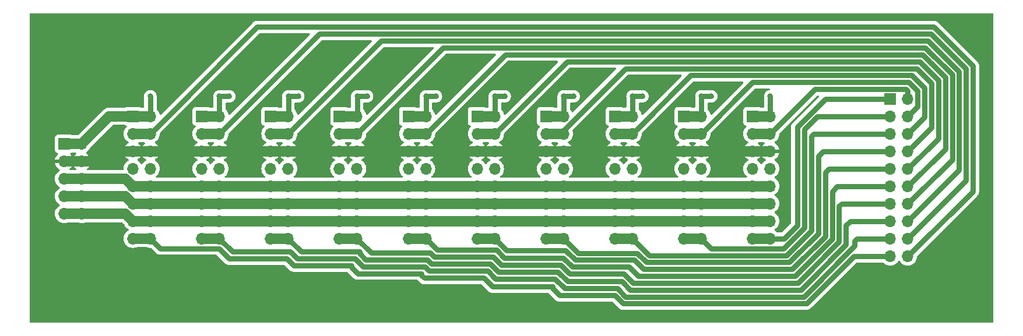
<source format=gbr>
%TF.GenerationSoftware,KiCad,Pcbnew,7.0.9*%
%TF.CreationDate,2024-10-10T17:17:40-03:00*%
%TF.ProjectId,rfid?breakout,72666964-3f62-4726-9561-6b6f75742e6b,rev?*%
%TF.SameCoordinates,Original*%
%TF.FileFunction,Copper,L2,Bot*%
%TF.FilePolarity,Positive*%
%FSLAX46Y46*%
G04 Gerber Fmt 4.6, Leading zero omitted, Abs format (unit mm)*
G04 Created by KiCad (PCBNEW 7.0.9) date 2024-10-10 17:17:40*
%MOMM*%
%LPD*%
G01*
G04 APERTURE LIST*
%TA.AperFunction,ComponentPad*%
%ADD10R,1.700000X1.700000*%
%TD*%
%TA.AperFunction,ComponentPad*%
%ADD11O,1.700000X1.700000*%
%TD*%
%TA.AperFunction,ViaPad*%
%ADD12C,0.800000*%
%TD*%
%TA.AperFunction,Conductor*%
%ADD13C,0.800000*%
%TD*%
%TA.AperFunction,Conductor*%
%ADD14C,1.500000*%
%TD*%
%TA.AperFunction,Conductor*%
%ADD15C,1.600000*%
%TD*%
G04 APERTURE END LIST*
D10*
%TO.P,J13,1,Pin_1*%
%TO.N,+3.3V*%
X70000000Y-84000000D03*
D11*
%TO.P,J13,2,Pin_2*%
X72540000Y-84000000D03*
%TO.P,J13,3,Pin_3*%
%TO.N,GND*%
X70000000Y-86540000D03*
%TO.P,J13,4,Pin_4*%
X72540000Y-86540000D03*
%TO.P,J13,5,Pin_5*%
%TO.N,/MISO*%
X70000000Y-89080000D03*
%TO.P,J13,6,Pin_6*%
X72540000Y-89080000D03*
%TO.P,J13,7,Pin_7*%
%TO.N,/MOSI*%
X70000000Y-91620000D03*
%TO.P,J13,8,Pin_8*%
X72540000Y-91620000D03*
%TO.P,J13,9,Pin_9*%
%TO.N,/SCK*%
X70000000Y-94160000D03*
%TO.P,J13,10,Pin_10*%
X72540000Y-94160000D03*
%TD*%
%TO.P,J2,20,Pin_20*%
%TO.N,/RST1*%
X192540000Y-100360000D03*
%TO.P,J2,19,Pin_19*%
%TO.N,/SDA1*%
X190000000Y-100360000D03*
%TO.P,J2,18,Pin_18*%
%TO.N,/RST2*%
X192540000Y-97820000D03*
%TO.P,J2,17,Pin_17*%
%TO.N,/SDA2*%
X190000000Y-97820000D03*
%TO.P,J2,16,Pin_16*%
%TO.N,/RST3*%
X192540000Y-95280000D03*
%TO.P,J2,15,Pin_15*%
%TO.N,/SDA3*%
X190000000Y-95280000D03*
%TO.P,J2,14,Pin_14*%
%TO.N,/RST4*%
X192540000Y-92740000D03*
%TO.P,J2,13,Pin_13*%
%TO.N,/SDA4*%
X190000000Y-92740000D03*
%TO.P,J2,12,Pin_12*%
%TO.N,/RST5*%
X192540000Y-90200000D03*
%TO.P,J2,11,Pin_11*%
%TO.N,/SDA5*%
X190000000Y-90200000D03*
%TO.P,J2,10,Pin_10*%
%TO.N,/RST6*%
X192540000Y-87660000D03*
%TO.P,J2,9,Pin_9*%
%TO.N,/SDA6*%
X190000000Y-87660000D03*
%TO.P,J2,8,Pin_8*%
%TO.N,/RST7*%
X192540000Y-85120000D03*
%TO.P,J2,7,Pin_7*%
%TO.N,/SDA7*%
X190000000Y-85120000D03*
%TO.P,J2,6,Pin_6*%
%TO.N,/RST8*%
X192540000Y-82580000D03*
%TO.P,J2,5,Pin_5*%
%TO.N,/SDA8*%
X190000000Y-82580000D03*
%TO.P,J2,4,Pin_4*%
%TO.N,/RST9*%
X192540000Y-80040000D03*
%TO.P,J2,3,Pin_3*%
%TO.N,/SDA9*%
X190000000Y-80040000D03*
%TO.P,J2,2,Pin_2*%
%TO.N,/RST10*%
X192540000Y-77500000D03*
D10*
%TO.P,J2,1,Pin_1*%
%TO.N,/SDA10*%
X190000000Y-77500000D03*
%TD*%
%TO.P,J5,1,Pin_1*%
%TO.N,+3.3V*%
X110000000Y-80000000D03*
D11*
%TO.P,J5,2,Pin_2*%
X112540000Y-80000000D03*
%TO.P,J5,3,Pin_3*%
%TO.N,/RST4*%
X110000000Y-82540000D03*
%TO.P,J5,4,Pin_4*%
X112540000Y-82540000D03*
%TO.P,J5,5,Pin_5*%
%TO.N,GND*%
X110000000Y-85080000D03*
%TO.P,J5,6,Pin_6*%
X112540000Y-85080000D03*
%TO.P,J5,7,Pin_7*%
%TO.N,unconnected-(J5-Pin_7-Pad7)*%
X110000000Y-87620000D03*
%TO.P,J5,8,Pin_8*%
%TO.N,unconnected-(J5-Pin_8-Pad8)*%
X112540000Y-87620000D03*
%TO.P,J5,9,Pin_9*%
%TO.N,/MISO*%
X110000000Y-90160000D03*
%TO.P,J5,10,Pin_10*%
X112540000Y-90160000D03*
%TO.P,J5,11,Pin_11*%
%TO.N,/MOSI*%
X110000000Y-92700000D03*
%TO.P,J5,12,Pin_12*%
X112540000Y-92700000D03*
%TO.P,J5,13,Pin_13*%
%TO.N,/SCK*%
X110000000Y-95240000D03*
%TO.P,J5,14,Pin_14*%
X112540000Y-95240000D03*
%TO.P,J5,15,Pin_15*%
%TO.N,/SDA4*%
X110000000Y-97780000D03*
%TO.P,J5,16,Pin_16*%
X112540000Y-97780000D03*
%TD*%
D10*
%TO.P,J7,1,Pin_1*%
%TO.N,+3.3V*%
X130000000Y-80000000D03*
D11*
%TO.P,J7,2,Pin_2*%
X132540000Y-80000000D03*
%TO.P,J7,3,Pin_3*%
%TO.N,/RST6*%
X130000000Y-82540000D03*
%TO.P,J7,4,Pin_4*%
X132540000Y-82540000D03*
%TO.P,J7,5,Pin_5*%
%TO.N,GND*%
X130000000Y-85080000D03*
%TO.P,J7,6,Pin_6*%
X132540000Y-85080000D03*
%TO.P,J7,7,Pin_7*%
%TO.N,unconnected-(J7-Pin_7-Pad7)*%
X130000000Y-87620000D03*
%TO.P,J7,8,Pin_8*%
%TO.N,unconnected-(J7-Pin_8-Pad8)*%
X132540000Y-87620000D03*
%TO.P,J7,9,Pin_9*%
%TO.N,/MISO*%
X130000000Y-90160000D03*
%TO.P,J7,10,Pin_10*%
X132540000Y-90160000D03*
%TO.P,J7,11,Pin_11*%
%TO.N,/MOSI*%
X130000000Y-92700000D03*
%TO.P,J7,12,Pin_12*%
X132540000Y-92700000D03*
%TO.P,J7,13,Pin_13*%
%TO.N,/SCK*%
X130000000Y-95240000D03*
%TO.P,J7,14,Pin_14*%
X132540000Y-95240000D03*
%TO.P,J7,15,Pin_15*%
%TO.N,/SDA6*%
X130000000Y-97780000D03*
%TO.P,J7,16,Pin_16*%
X132540000Y-97780000D03*
%TD*%
D10*
%TO.P,J9,1,Pin_1*%
%TO.N,+3.3V*%
X150000000Y-80000000D03*
D11*
%TO.P,J9,2,Pin_2*%
X152540000Y-80000000D03*
%TO.P,J9,3,Pin_3*%
%TO.N,/RST8*%
X150000000Y-82540000D03*
%TO.P,J9,4,Pin_4*%
X152540000Y-82540000D03*
%TO.P,J9,5,Pin_5*%
%TO.N,GND*%
X150000000Y-85080000D03*
%TO.P,J9,6,Pin_6*%
X152540000Y-85080000D03*
%TO.P,J9,7,Pin_7*%
%TO.N,unconnected-(J9-Pin_7-Pad7)*%
X150000000Y-87620000D03*
%TO.P,J9,8,Pin_8*%
%TO.N,unconnected-(J9-Pin_8-Pad8)*%
X152540000Y-87620000D03*
%TO.P,J9,9,Pin_9*%
%TO.N,/MISO*%
X150000000Y-90160000D03*
%TO.P,J9,10,Pin_10*%
X152540000Y-90160000D03*
%TO.P,J9,11,Pin_11*%
%TO.N,/MOSI*%
X150000000Y-92700000D03*
%TO.P,J9,12,Pin_12*%
X152540000Y-92700000D03*
%TO.P,J9,13,Pin_13*%
%TO.N,/SCK*%
X150000000Y-95240000D03*
%TO.P,J9,14,Pin_14*%
X152540000Y-95240000D03*
%TO.P,J9,15,Pin_15*%
%TO.N,/SDA8*%
X150000000Y-97780000D03*
%TO.P,J9,16,Pin_16*%
X152540000Y-97780000D03*
%TD*%
D10*
%TO.P,J4,1,Pin_1*%
%TO.N,+3.3V*%
X100000000Y-80000000D03*
D11*
%TO.P,J4,2,Pin_2*%
X102540000Y-80000000D03*
%TO.P,J4,3,Pin_3*%
%TO.N,/RST3*%
X100000000Y-82540000D03*
%TO.P,J4,4,Pin_4*%
X102540000Y-82540000D03*
%TO.P,J4,5,Pin_5*%
%TO.N,GND*%
X100000000Y-85080000D03*
%TO.P,J4,6,Pin_6*%
X102540000Y-85080000D03*
%TO.P,J4,7,Pin_7*%
%TO.N,unconnected-(J4-Pin_7-Pad7)*%
X100000000Y-87620000D03*
%TO.P,J4,8,Pin_8*%
%TO.N,unconnected-(J4-Pin_8-Pad8)*%
X102540000Y-87620000D03*
%TO.P,J4,9,Pin_9*%
%TO.N,/MISO*%
X100000000Y-90160000D03*
%TO.P,J4,10,Pin_10*%
X102540000Y-90160000D03*
%TO.P,J4,11,Pin_11*%
%TO.N,/MOSI*%
X100000000Y-92700000D03*
%TO.P,J4,12,Pin_12*%
X102540000Y-92700000D03*
%TO.P,J4,13,Pin_13*%
%TO.N,/SCK*%
X100000000Y-95240000D03*
%TO.P,J4,14,Pin_14*%
X102540000Y-95240000D03*
%TO.P,J4,15,Pin_15*%
%TO.N,/SDA3*%
X100000000Y-97780000D03*
%TO.P,J4,16,Pin_16*%
X102540000Y-97780000D03*
%TD*%
D10*
%TO.P,J3,1,Pin_1*%
%TO.N,+3.3V*%
X90000000Y-80000000D03*
D11*
%TO.P,J3,2,Pin_2*%
X92540000Y-80000000D03*
%TO.P,J3,3,Pin_3*%
%TO.N,/RST2*%
X90000000Y-82540000D03*
%TO.P,J3,4,Pin_4*%
X92540000Y-82540000D03*
%TO.P,J3,5,Pin_5*%
%TO.N,GND*%
X90000000Y-85080000D03*
%TO.P,J3,6,Pin_6*%
X92540000Y-85080000D03*
%TO.P,J3,7,Pin_7*%
%TO.N,unconnected-(J3-Pin_7-Pad7)*%
X90000000Y-87620000D03*
%TO.P,J3,8,Pin_8*%
%TO.N,unconnected-(J3-Pin_8-Pad8)*%
X92540000Y-87620000D03*
%TO.P,J3,9,Pin_9*%
%TO.N,/MISO*%
X90000000Y-90160000D03*
%TO.P,J3,10,Pin_10*%
X92540000Y-90160000D03*
%TO.P,J3,11,Pin_11*%
%TO.N,/MOSI*%
X90000000Y-92700000D03*
%TO.P,J3,12,Pin_12*%
X92540000Y-92700000D03*
%TO.P,J3,13,Pin_13*%
%TO.N,/SCK*%
X90000000Y-95240000D03*
%TO.P,J3,14,Pin_14*%
X92540000Y-95240000D03*
%TO.P,J3,15,Pin_15*%
%TO.N,/SDA2*%
X90000000Y-97780000D03*
%TO.P,J3,16,Pin_16*%
X92540000Y-97780000D03*
%TD*%
D10*
%TO.P,J11,1,Pin_1*%
%TO.N,+3.3V*%
X170000000Y-80000000D03*
D11*
%TO.P,J11,2,Pin_2*%
X172540000Y-80000000D03*
%TO.P,J11,3,Pin_3*%
%TO.N,/RST10*%
X170000000Y-82540000D03*
%TO.P,J11,4,Pin_4*%
X172540000Y-82540000D03*
%TO.P,J11,5,Pin_5*%
%TO.N,GND*%
X170000000Y-85080000D03*
%TO.P,J11,6,Pin_6*%
X172540000Y-85080000D03*
%TO.P,J11,7,Pin_7*%
%TO.N,unconnected-(J11-Pin_7-Pad7)*%
X170000000Y-87620000D03*
%TO.P,J11,8,Pin_8*%
%TO.N,unconnected-(J11-Pin_8-Pad8)*%
X172540000Y-87620000D03*
%TO.P,J11,9,Pin_9*%
%TO.N,/MISO*%
X170000000Y-90160000D03*
%TO.P,J11,10,Pin_10*%
X172540000Y-90160000D03*
%TO.P,J11,11,Pin_11*%
%TO.N,/MOSI*%
X170000000Y-92700000D03*
%TO.P,J11,12,Pin_12*%
X172540000Y-92700000D03*
%TO.P,J11,13,Pin_13*%
%TO.N,/SCK*%
X170000000Y-95240000D03*
%TO.P,J11,14,Pin_14*%
X172540000Y-95240000D03*
%TO.P,J11,15,Pin_15*%
%TO.N,/SDA10*%
X170000000Y-97780000D03*
%TO.P,J11,16,Pin_16*%
X172540000Y-97780000D03*
%TD*%
D10*
%TO.P,J10,1,Pin_1*%
%TO.N,+3.3V*%
X160000000Y-80000000D03*
D11*
%TO.P,J10,2,Pin_2*%
X162540000Y-80000000D03*
%TO.P,J10,3,Pin_3*%
%TO.N,/RST9*%
X160000000Y-82540000D03*
%TO.P,J10,4,Pin_4*%
X162540000Y-82540000D03*
%TO.P,J10,5,Pin_5*%
%TO.N,GND*%
X160000000Y-85080000D03*
%TO.P,J10,6,Pin_6*%
X162540000Y-85080000D03*
%TO.P,J10,7,Pin_7*%
%TO.N,unconnected-(J10-Pin_7-Pad7)*%
X160000000Y-87620000D03*
%TO.P,J10,8,Pin_8*%
%TO.N,unconnected-(J10-Pin_8-Pad8)*%
X162540000Y-87620000D03*
%TO.P,J10,9,Pin_9*%
%TO.N,/MISO*%
X160000000Y-90160000D03*
%TO.P,J10,10,Pin_10*%
X162540000Y-90160000D03*
%TO.P,J10,11,Pin_11*%
%TO.N,/MOSI*%
X160000000Y-92700000D03*
%TO.P,J10,12,Pin_12*%
X162540000Y-92700000D03*
%TO.P,J10,13,Pin_13*%
%TO.N,/SCK*%
X160000000Y-95240000D03*
%TO.P,J10,14,Pin_14*%
X162540000Y-95240000D03*
%TO.P,J10,15,Pin_15*%
%TO.N,/SDA9*%
X160000000Y-97780000D03*
%TO.P,J10,16,Pin_16*%
X162540000Y-97780000D03*
%TD*%
D10*
%TO.P,J6,1,Pin_1*%
%TO.N,+3.3V*%
X120000000Y-80000000D03*
D11*
%TO.P,J6,2,Pin_2*%
X122540000Y-80000000D03*
%TO.P,J6,3,Pin_3*%
%TO.N,/RST5*%
X120000000Y-82540000D03*
%TO.P,J6,4,Pin_4*%
X122540000Y-82540000D03*
%TO.P,J6,5,Pin_5*%
%TO.N,GND*%
X120000000Y-85080000D03*
%TO.P,J6,6,Pin_6*%
X122540000Y-85080000D03*
%TO.P,J6,7,Pin_7*%
%TO.N,unconnected-(J6-Pin_7-Pad7)*%
X120000000Y-87620000D03*
%TO.P,J6,8,Pin_8*%
%TO.N,unconnected-(J6-Pin_8-Pad8)*%
X122540000Y-87620000D03*
%TO.P,J6,9,Pin_9*%
%TO.N,/MISO*%
X120000000Y-90160000D03*
%TO.P,J6,10,Pin_10*%
X122540000Y-90160000D03*
%TO.P,J6,11,Pin_11*%
%TO.N,/MOSI*%
X120000000Y-92700000D03*
%TO.P,J6,12,Pin_12*%
X122540000Y-92700000D03*
%TO.P,J6,13,Pin_13*%
%TO.N,/SCK*%
X120000000Y-95240000D03*
%TO.P,J6,14,Pin_14*%
X122540000Y-95240000D03*
%TO.P,J6,15,Pin_15*%
%TO.N,/SDA5*%
X120000000Y-97780000D03*
%TO.P,J6,16,Pin_16*%
X122540000Y-97780000D03*
%TD*%
D10*
%TO.P,J8,1,Pin_1*%
%TO.N,+3.3V*%
X140000000Y-80000000D03*
D11*
%TO.P,J8,2,Pin_2*%
X142540000Y-80000000D03*
%TO.P,J8,3,Pin_3*%
%TO.N,/RST7*%
X140000000Y-82540000D03*
%TO.P,J8,4,Pin_4*%
X142540000Y-82540000D03*
%TO.P,J8,5,Pin_5*%
%TO.N,GND*%
X140000000Y-85080000D03*
%TO.P,J8,6,Pin_6*%
X142540000Y-85080000D03*
%TO.P,J8,7,Pin_7*%
%TO.N,unconnected-(J8-Pin_7-Pad7)*%
X140000000Y-87620000D03*
%TO.P,J8,8,Pin_8*%
%TO.N,unconnected-(J8-Pin_8-Pad8)*%
X142540000Y-87620000D03*
%TO.P,J8,9,Pin_9*%
%TO.N,/MISO*%
X140000000Y-90160000D03*
%TO.P,J8,10,Pin_10*%
X142540000Y-90160000D03*
%TO.P,J8,11,Pin_11*%
%TO.N,/MOSI*%
X140000000Y-92700000D03*
%TO.P,J8,12,Pin_12*%
X142540000Y-92700000D03*
%TO.P,J8,13,Pin_13*%
%TO.N,/SCK*%
X140000000Y-95240000D03*
%TO.P,J8,14,Pin_14*%
X142540000Y-95240000D03*
%TO.P,J8,15,Pin_15*%
%TO.N,/SDA7*%
X140000000Y-97780000D03*
%TO.P,J8,16,Pin_16*%
X142540000Y-97780000D03*
%TD*%
D10*
%TO.P,J1,1,Pin_1*%
%TO.N,+3.3V*%
X80000000Y-80000000D03*
D11*
%TO.P,J1,2,Pin_2*%
X82540000Y-80000000D03*
%TO.P,J1,3,Pin_3*%
%TO.N,/RST1*%
X80000000Y-82540000D03*
%TO.P,J1,4,Pin_4*%
X82540000Y-82540000D03*
%TO.P,J1,5,Pin_5*%
%TO.N,GND*%
X80000000Y-85080000D03*
%TO.P,J1,6,Pin_6*%
X82540000Y-85080000D03*
%TO.P,J1,7,Pin_7*%
%TO.N,unconnected-(J1-Pin_7-Pad7)*%
X80000000Y-87620000D03*
%TO.P,J1,8,Pin_8*%
%TO.N,unconnected-(J1-Pin_8-Pad8)*%
X82540000Y-87620000D03*
%TO.P,J1,9,Pin_9*%
%TO.N,/MISO*%
X80000000Y-90160000D03*
%TO.P,J1,10,Pin_10*%
X82540000Y-90160000D03*
%TO.P,J1,11,Pin_11*%
%TO.N,/MOSI*%
X80000000Y-92700000D03*
%TO.P,J1,12,Pin_12*%
X82540000Y-92700000D03*
%TO.P,J1,13,Pin_13*%
%TO.N,/SCK*%
X80000000Y-95240000D03*
%TO.P,J1,14,Pin_14*%
X82540000Y-95240000D03*
%TO.P,J1,15,Pin_15*%
%TO.N,/SDA1*%
X80000000Y-97780000D03*
%TO.P,J1,16,Pin_16*%
X82540000Y-97780000D03*
%TD*%
D12*
%TO.N,+3.3V*%
X164000000Y-77089000D03*
X154000000Y-77089000D03*
X144000000Y-77089000D03*
X134000000Y-77089000D03*
X124000000Y-77089000D03*
X114000000Y-77089000D03*
X104000000Y-77089000D03*
X94000000Y-77089000D03*
X172560000Y-77089000D03*
X162560000Y-77089000D03*
X152560000Y-77089000D03*
X142560000Y-77089000D03*
X132560000Y-77089000D03*
X122560000Y-77089000D03*
X112560000Y-77089000D03*
X102560000Y-77089000D03*
X92560000Y-77089000D03*
X82520000Y-77089000D03*
%TD*%
D13*
%TO.N,/SDA1*%
X190000000Y-100360000D02*
X184694926Y-100360000D01*
X184694926Y-100360000D02*
X177822926Y-107232000D01*
X177822926Y-107232000D02*
X151156786Y-107232000D01*
X151156786Y-107232000D02*
X149969786Y-106045000D01*
X140970000Y-105029000D02*
X140970000Y-104775000D01*
X149969786Y-106045000D02*
X141986000Y-106045000D01*
X141986000Y-106045000D02*
X140970000Y-105029000D01*
X140970000Y-104775000D02*
X132207000Y-104775000D01*
X112634214Y-102855214D02*
X111760000Y-101981000D01*
X132207000Y-104775000D02*
X130938214Y-103506214D01*
X130938214Y-103506214D02*
X122302214Y-103506214D01*
X122302214Y-103506214D02*
X121920000Y-103124000D01*
X121920000Y-103124000D02*
X121920000Y-102855214D01*
X121920000Y-102855214D02*
X112634214Y-102855214D01*
X111760000Y-101981000D02*
X111760000Y-101695000D01*
X111760000Y-101695000D02*
X103346000Y-101695000D01*
X103346000Y-101695000D02*
X102362000Y-100711000D01*
X102362000Y-100711000D02*
X102362000Y-100695000D01*
X102362000Y-100695000D02*
X93964000Y-100695000D01*
X93964000Y-100695000D02*
X92499000Y-99230000D01*
X92499000Y-99230000D02*
X83990000Y-99230000D01*
X83990000Y-99230000D02*
X82540000Y-97780000D01*
%TO.N,/SDA2*%
X190000000Y-97820000D02*
X185147000Y-97820000D01*
X185147000Y-97820000D02*
X184791000Y-98176000D01*
X184791000Y-98176000D02*
X184791000Y-98849712D01*
X184791000Y-98849712D02*
X177408712Y-106232000D01*
X131554786Y-102506214D02*
X123023572Y-102506214D01*
X102870000Y-99695000D02*
X94455000Y-99695000D01*
X177408712Y-106232000D02*
X151571000Y-106232000D01*
X151571000Y-106232000D02*
X150368000Y-105029000D01*
X141284572Y-103617214D02*
X132665787Y-103617215D01*
X150368000Y-105029000D02*
X142696358Y-105029000D01*
X142696358Y-105029000D02*
X141284572Y-103617214D01*
X122372572Y-101855214D02*
X113395001Y-101855215D01*
X113395001Y-101855215D02*
X112234786Y-100695000D01*
X132665787Y-103617215D02*
X131554786Y-102506214D01*
X123023572Y-102506214D02*
X122372572Y-101855214D01*
X112234786Y-100695000D02*
X103870000Y-100695000D01*
X103870000Y-100695000D02*
X102870000Y-99695000D01*
X94455000Y-99695000D02*
X92540000Y-97780000D01*
%TO.N,/SDA3*%
X190000000Y-95280000D02*
X184178107Y-95280000D01*
X112903000Y-99949000D02*
X112903000Y-99695000D01*
X184178107Y-95280000D02*
X183557107Y-95901000D01*
X183557108Y-98669390D02*
X176994498Y-105232000D01*
X183557107Y-95901000D02*
X183557108Y-98669390D01*
X176994498Y-105232000D02*
X152192179Y-105232000D01*
X152192179Y-105232000D02*
X150988089Y-104027910D01*
X150988089Y-104027910D02*
X143109482Y-104027910D01*
X143109482Y-104027910D02*
X141698786Y-102617214D01*
X141698786Y-102617214D02*
X133080000Y-102617214D01*
X123372572Y-101441000D02*
X122786786Y-100855214D01*
X133080000Y-102617214D02*
X131903786Y-101441000D01*
X122786786Y-100855214D02*
X113809214Y-100855214D01*
X131903786Y-101441000D02*
X123372572Y-101441000D01*
X113809214Y-100855214D02*
X112903000Y-99949000D01*
X112903000Y-99695000D02*
X104455000Y-99695000D01*
X104455000Y-99695000D02*
X102540000Y-97780000D01*
%TO.N,/SDA4*%
X190000000Y-92740000D02*
X182923107Y-92740000D01*
X182923107Y-92740000D02*
X182557107Y-93106000D01*
X182557107Y-93106000D02*
X182557108Y-98255176D01*
X182557108Y-98255176D02*
X176582283Y-104230001D01*
X143378393Y-102882607D02*
X142113000Y-101617214D01*
X114615214Y-99855214D02*
X112540000Y-97780000D01*
X176582283Y-104230001D02*
X152604394Y-104230001D01*
X152604394Y-104230001D02*
X151257000Y-102882607D01*
X151257000Y-102882607D02*
X143378393Y-102882607D01*
X142113000Y-101617214D02*
X133494214Y-101617214D01*
X123201000Y-99855214D02*
X114615214Y-99855214D01*
X133494214Y-101617214D02*
X132318000Y-100441000D01*
X132318000Y-100441000D02*
X123786786Y-100441000D01*
X123786786Y-100441000D02*
X123201000Y-99855214D01*
%TO.N,/SDA5*%
X190000000Y-90200000D02*
X182270107Y-90200000D01*
X182270107Y-90200000D02*
X181557107Y-90913000D01*
X152019000Y-101882607D02*
X143792607Y-101882607D01*
X132786786Y-99441000D02*
X124201000Y-99441000D01*
X181557107Y-90913000D02*
X181557108Y-97840962D01*
X181557108Y-97840962D02*
X176168069Y-103230001D01*
X176168069Y-103230001D02*
X153366394Y-103230001D01*
X153366394Y-103230001D02*
X152019000Y-101882607D01*
X142494000Y-100584000D02*
X133929786Y-100584000D01*
X143792607Y-101882607D02*
X142494000Y-100584000D01*
X133929786Y-100584000D02*
X132786786Y-99441000D01*
X124201000Y-99441000D02*
X122540000Y-97780000D01*
%TO.N,/SDA6*%
X190000000Y-87660000D02*
X181062107Y-87660000D01*
X142830893Y-99485107D02*
X134245107Y-99485107D01*
X181062107Y-87660000D02*
X180557107Y-88165000D01*
X154161573Y-102230001D02*
X152814179Y-100882607D01*
X180557107Y-88165000D02*
X180557108Y-97426748D01*
X175753855Y-102230001D02*
X154161573Y-102230001D01*
X152814179Y-100882607D02*
X144228393Y-100882607D01*
X180557108Y-97426748D02*
X175753855Y-102230001D01*
X144228393Y-100882607D02*
X142830893Y-99485107D01*
X134245107Y-99485107D02*
X132540000Y-97780000D01*
%TO.N,/SDA7*%
X154575787Y-101230001D02*
X153228393Y-99882607D01*
X175339641Y-101230001D02*
X154575787Y-101230001D01*
X153228393Y-99882607D02*
X144642607Y-99882607D01*
X144642607Y-99882607D02*
X142540000Y-97780000D01*
D14*
%TO.N,/SDA10*%
X170000000Y-97780000D02*
X172540000Y-97780000D01*
%TO.N,/SDA9*%
X160000000Y-97780000D02*
X162540000Y-97780000D01*
%TO.N,/SDA8*%
X150000000Y-97780000D02*
X152540000Y-97780000D01*
%TO.N,/SDA7*%
X140000000Y-97780000D02*
X142540000Y-97780000D01*
%TO.N,/SDA6*%
X130000000Y-97780000D02*
X132540000Y-97780000D01*
%TO.N,/SDA5*%
X120000000Y-97780000D02*
X122540000Y-97780000D01*
%TO.N,+3.3V*%
X80000000Y-80000000D02*
X76540000Y-80000000D01*
X76540000Y-80000000D02*
X72540000Y-84000000D01*
D13*
X82520000Y-77089000D02*
X82520000Y-79980000D01*
X82520000Y-79980000D02*
X82540000Y-80000000D01*
X92560000Y-77089000D02*
X92560000Y-79980000D01*
X92560000Y-79980000D02*
X92540000Y-80000000D01*
X94000000Y-77089000D02*
X92560000Y-77089000D01*
X102560000Y-77089000D02*
X102560000Y-79980000D01*
X102560000Y-79980000D02*
X102540000Y-80000000D01*
X104000000Y-77089000D02*
X102560000Y-77089000D01*
X112560000Y-77089000D02*
X112560000Y-79980000D01*
X112560000Y-79980000D02*
X112540000Y-80000000D01*
X114000000Y-77089000D02*
X112560000Y-77089000D01*
X122560000Y-77089000D02*
X122560000Y-79980000D01*
X122560000Y-79980000D02*
X122540000Y-80000000D01*
X124000000Y-77089000D02*
X122560000Y-77089000D01*
X132560000Y-77089000D02*
X132560000Y-79980000D01*
X132560000Y-79980000D02*
X132540000Y-80000000D01*
X134000000Y-77089000D02*
X132560000Y-77089000D01*
X142560000Y-77089000D02*
X142560000Y-79980000D01*
X142560000Y-79980000D02*
X142540000Y-80000000D01*
X144000000Y-77089000D02*
X142560000Y-77089000D01*
X152560000Y-77089000D02*
X152560000Y-79980000D01*
X152560000Y-79980000D02*
X152540000Y-80000000D01*
X154000000Y-77089000D02*
X152560000Y-77089000D01*
X162560000Y-77089000D02*
X162560000Y-79980000D01*
X162560000Y-79980000D02*
X162540000Y-80000000D01*
X164000000Y-77089000D02*
X162560000Y-77089000D01*
X172560000Y-77089000D02*
X172560000Y-79980000D01*
X172560000Y-79980000D02*
X172540000Y-80000000D01*
D14*
X82550000Y-80010000D02*
X82540000Y-80000000D01*
X72540000Y-84000000D02*
X70000000Y-84000000D01*
%TO.N,GND*%
X72540000Y-86540000D02*
X70000000Y-86540000D01*
%TO.N,/MISO*%
X72540000Y-89080000D02*
X70000000Y-89080000D01*
%TO.N,/MOSI*%
X72540000Y-91620000D02*
X70000000Y-91620000D01*
%TO.N,/SCK*%
X72540000Y-94160000D02*
X70000000Y-94160000D01*
D13*
%TO.N,/RST1*%
X192540000Y-100360000D02*
X201990002Y-90909998D01*
X201990002Y-90909998D02*
X201990002Y-72666002D01*
X201990002Y-72666002D02*
X196347000Y-67023000D01*
X196347000Y-67023000D02*
X98057000Y-67023000D01*
X98057000Y-67023000D02*
X82540000Y-82540000D01*
%TO.N,/RST2*%
X192540000Y-97820000D02*
X200990002Y-89369998D01*
X200990002Y-89369998D02*
X200990002Y-73093932D01*
X200990002Y-73093932D02*
X195919070Y-68023000D01*
X195919070Y-68023000D02*
X107057000Y-68023000D01*
X107057000Y-68023000D02*
X92540000Y-82540000D01*
%TO.N,/RST3*%
X192540000Y-95280000D02*
X199990001Y-87829999D01*
X199990001Y-87829999D02*
X199990002Y-73508146D01*
X116057000Y-69023000D02*
X102540000Y-82540000D01*
X199990002Y-73508146D02*
X195504856Y-69023000D01*
X195504856Y-69023000D02*
X116057000Y-69023000D01*
%TO.N,/RST4*%
X192540000Y-92740000D02*
X198990000Y-86290000D01*
X125057000Y-70023000D02*
X112540000Y-82540000D01*
X198990000Y-86290000D02*
X198990001Y-73922359D01*
X198990001Y-73922359D02*
X195090642Y-70023000D01*
X195090642Y-70023000D02*
X125057000Y-70023000D01*
%TO.N,/RST5*%
X192540000Y-90200000D02*
X197990000Y-84750000D01*
X197990000Y-84750000D02*
X197990000Y-74336572D01*
X197990000Y-74336572D02*
X194676428Y-71023000D01*
X194676428Y-71023000D02*
X134057000Y-71023000D01*
X134057000Y-71023000D02*
X122540000Y-82540000D01*
%TO.N,/RST6*%
X192540000Y-87660000D02*
X196990000Y-83210000D01*
X196990000Y-74750786D02*
X194289213Y-72049999D01*
X196990000Y-83210000D02*
X196990000Y-74750786D01*
X194289213Y-72049999D02*
X143030001Y-72049999D01*
X143030001Y-72049999D02*
X132540000Y-82540000D01*
%TO.N,/RST7*%
X192540000Y-85120000D02*
X195990000Y-81670000D01*
X195990000Y-81670000D02*
X195990000Y-75165000D01*
X195990000Y-75165000D02*
X193874999Y-73049999D01*
X151540611Y-73049999D02*
X142050610Y-82540000D01*
X193874999Y-73049999D02*
X151540611Y-73049999D01*
X142050610Y-82540000D02*
X142540000Y-82540000D01*
%TO.N,/RST8*%
X194990000Y-75919491D02*
X193120508Y-74049999D01*
X161030001Y-74049999D02*
X152540000Y-82540000D01*
X194990000Y-80130000D02*
X194990000Y-75919491D01*
X192540000Y-82580000D02*
X194990000Y-80130000D01*
X193120508Y-74049999D02*
X161030001Y-74049999D01*
%TO.N,/RST9*%
X192540000Y-80040000D02*
X193990000Y-78590000D01*
X193990000Y-78590000D02*
X193990000Y-76333705D01*
X193990000Y-76333705D02*
X192706295Y-75050000D01*
X192706295Y-75050000D02*
X170030000Y-75050000D01*
X170030000Y-75050000D02*
X162540000Y-82540000D01*
%TO.N,/RST10*%
X192540000Y-77500000D02*
X192540000Y-76297919D01*
X192292081Y-76050000D02*
X179030000Y-76050000D01*
X192540000Y-76297919D02*
X192292081Y-76050000D01*
X179030000Y-76050000D02*
X172540000Y-82540000D01*
%TO.N,/SDA7*%
X180234107Y-85120000D02*
X179557107Y-85797000D01*
X190000000Y-85120000D02*
X180234107Y-85120000D01*
X179557107Y-97012535D02*
X175339641Y-101230001D01*
X179557107Y-85797000D02*
X179557107Y-97012535D01*
%TO.N,/SDA8*%
X178854107Y-82580000D02*
X178557107Y-82877000D01*
X178557108Y-96598320D02*
X174925428Y-100230000D01*
X190000000Y-82580000D02*
X178854107Y-82580000D01*
X178557107Y-82877000D02*
X178557108Y-96598320D01*
X174925428Y-100230000D02*
X154990000Y-100230000D01*
X154990000Y-100230000D02*
X152540000Y-97780000D01*
%TO.N,/SDA9*%
X179426214Y-80040000D02*
X177557107Y-81909107D01*
X190000000Y-80040000D02*
X179426214Y-80040000D01*
X174511214Y-99230000D02*
X163990000Y-99230000D01*
X177557107Y-81909107D02*
X177557107Y-96184107D01*
X177557107Y-96184107D02*
X174511214Y-99230000D01*
X163990000Y-99230000D02*
X162540000Y-97780000D01*
%TO.N,/SDA10*%
X172540000Y-97780000D02*
X174547000Y-97780000D01*
X176481000Y-81571000D02*
X180552000Y-77500000D01*
X174547000Y-97780000D02*
X176481000Y-95846000D01*
X176481000Y-95846000D02*
X176481000Y-81571000D01*
X180552000Y-77500000D02*
X190000000Y-77500000D01*
D14*
%TO.N,/SCK*%
X170000000Y-95240000D02*
X172540000Y-95240000D01*
X162540000Y-95240000D02*
X170000000Y-95240000D01*
X160000000Y-95240000D02*
X162540000Y-95240000D01*
X152540000Y-95240000D02*
X160000000Y-95240000D01*
X150000000Y-95240000D02*
X152540000Y-95240000D01*
X142540000Y-95240000D02*
X150000000Y-95240000D01*
X140000000Y-95240000D02*
X142540000Y-95240000D01*
X132540000Y-95240000D02*
X140000000Y-95240000D01*
X130000000Y-95240000D02*
X132540000Y-95240000D01*
X122540000Y-95240000D02*
X130000000Y-95240000D01*
X120000000Y-95240000D02*
X122540000Y-95240000D01*
X112540000Y-95240000D02*
X120000000Y-95240000D01*
%TO.N,/RST10*%
X170000000Y-82540000D02*
X172540000Y-82540000D01*
%TO.N,+3.3V*%
X170000000Y-80000000D02*
X172540000Y-80000000D01*
%TO.N,/RST9*%
X160000000Y-82540000D02*
X162540000Y-82540000D01*
%TO.N,+3.3V*%
X160000000Y-80000000D02*
X162540000Y-80000000D01*
X150000000Y-80000000D02*
X152540000Y-80000000D01*
%TO.N,/RST8*%
X150000000Y-82540000D02*
X152540000Y-82540000D01*
%TO.N,/RST7*%
X140000000Y-82540000D02*
X142540000Y-82540000D01*
%TO.N,+3.3V*%
X140000000Y-80000000D02*
X142540000Y-80000000D01*
X130000000Y-80000000D02*
X132540000Y-80000000D01*
%TO.N,/RST6*%
X130000000Y-82540000D02*
X132540000Y-82540000D01*
%TO.N,/MOSI*%
X170000000Y-92700000D02*
X172540000Y-92700000D01*
X162540000Y-92700000D02*
X170000000Y-92700000D01*
X160000000Y-92700000D02*
X162540000Y-92700000D01*
X152540000Y-92700000D02*
X160000000Y-92700000D01*
X150000000Y-92700000D02*
X152540000Y-92700000D01*
X142540000Y-92700000D02*
X150000000Y-92700000D01*
X140000000Y-92700000D02*
X142540000Y-92700000D01*
X132540000Y-92700000D02*
X140000000Y-92700000D01*
X130000000Y-92700000D02*
X132540000Y-92700000D01*
X122540000Y-92700000D02*
X130000000Y-92700000D01*
X120000000Y-92700000D02*
X122540000Y-92700000D01*
X112540000Y-92700000D02*
X120000000Y-92700000D01*
%TO.N,/MISO*%
X170000000Y-90160000D02*
X172540000Y-90160000D01*
X162540000Y-90160000D02*
X170000000Y-90160000D01*
X160000000Y-90160000D02*
X162540000Y-90160000D01*
X152540000Y-90160000D02*
X160000000Y-90160000D01*
X150000000Y-90160000D02*
X152540000Y-90160000D01*
X142540000Y-90160000D02*
X150000000Y-90160000D01*
X140000000Y-90160000D02*
X142540000Y-90160000D01*
X132540000Y-90160000D02*
X140000000Y-90160000D01*
X130000000Y-90160000D02*
X132540000Y-90160000D01*
X122540000Y-90160000D02*
X130000000Y-90160000D01*
X120000000Y-90160000D02*
X122540000Y-90160000D01*
X112540000Y-90160000D02*
X120000000Y-90160000D01*
%TO.N,GND*%
X170000000Y-85080000D02*
X172540000Y-85080000D01*
X162540000Y-85080000D02*
X170000000Y-85080000D01*
X160000000Y-85080000D02*
X162540000Y-85080000D01*
X152540000Y-85080000D02*
X160000000Y-85080000D01*
X150000000Y-85080000D02*
X152540000Y-85080000D01*
X142540000Y-85080000D02*
X150000000Y-85080000D01*
X140000000Y-85080000D02*
X142540000Y-85080000D01*
X132540000Y-85080000D02*
X140000000Y-85080000D01*
X130000000Y-85080000D02*
X132540000Y-85080000D01*
X122540000Y-85080000D02*
X130000000Y-85080000D01*
X120000000Y-85080000D02*
X122540000Y-85080000D01*
X112540000Y-85080000D02*
X120000000Y-85080000D01*
%TO.N,+3.3V*%
X120000000Y-80000000D02*
X122540000Y-80000000D01*
%TO.N,/RST5*%
X120000000Y-82540000D02*
X122540000Y-82540000D01*
%TO.N,/SDA4*%
X110000000Y-97780000D02*
X112540000Y-97780000D01*
%TO.N,/SCK*%
X110000000Y-95240000D02*
X112540000Y-95240000D01*
X102540000Y-95240000D02*
X110000000Y-95240000D01*
%TO.N,/MOSI*%
X110000000Y-92700000D02*
X112540000Y-92700000D01*
X102540000Y-92700000D02*
X110000000Y-92700000D01*
%TO.N,/MISO*%
X110000000Y-90160000D02*
X112540000Y-90160000D01*
X102540000Y-90160000D02*
X110000000Y-90160000D01*
%TO.N,GND*%
X102540000Y-85080000D02*
X110000000Y-85080000D01*
X110000000Y-85080000D02*
X112540000Y-85080000D01*
%TO.N,/RST4*%
X110000000Y-82540000D02*
X112540000Y-82540000D01*
%TO.N,+3.3V*%
X110000000Y-80000000D02*
X112540000Y-80000000D01*
%TO.N,/RST3*%
X100000000Y-82540000D02*
X102540000Y-82540000D01*
%TO.N,/RST2*%
X90000000Y-82540000D02*
X92540000Y-82540000D01*
%TO.N,/RST1*%
X80000000Y-82540000D02*
X82540000Y-82540000D01*
%TO.N,/SDA3*%
X100000000Y-97780000D02*
X102540000Y-97780000D01*
%TO.N,/SCK*%
X100000000Y-95240000D02*
X102540000Y-95240000D01*
X92540000Y-95240000D02*
X100000000Y-95240000D01*
%TO.N,/MOSI*%
X100000000Y-92700000D02*
X102540000Y-92700000D01*
X92540000Y-92700000D02*
X100000000Y-92700000D01*
%TO.N,/MISO*%
X100000000Y-90160000D02*
X102540000Y-90160000D01*
X92540000Y-90160000D02*
X100000000Y-90160000D01*
%TO.N,+3.3V*%
X100000000Y-80000000D02*
X102540000Y-80000000D01*
%TO.N,GND*%
X100000000Y-85080000D02*
X102540000Y-85080000D01*
X92540000Y-85080000D02*
X100000000Y-85080000D01*
X90000000Y-85080000D02*
X92540000Y-85080000D01*
%TO.N,+3.3V*%
X90000000Y-80000000D02*
X92540000Y-80000000D01*
X80000000Y-80000000D02*
X82550000Y-80010000D01*
%TO.N,GND*%
X80000000Y-85080000D02*
X82540000Y-85080000D01*
%TO.N,/SDA2*%
X90000000Y-97780000D02*
X92540000Y-97780000D01*
%TO.N,/SDA1*%
X80000000Y-97780000D02*
X82540000Y-97780000D01*
%TO.N,/SCK*%
X90000000Y-95240000D02*
X92540000Y-95240000D01*
%TO.N,/MOSI*%
X90000000Y-92700000D02*
X92540000Y-92700000D01*
%TO.N,/MISO*%
X90000000Y-90160000D02*
X92540000Y-90160000D01*
%TO.N,/SCK*%
X82540000Y-95240000D02*
X90000000Y-95240000D01*
%TO.N,/MOSI*%
X82540000Y-92700000D02*
X90000000Y-92700000D01*
%TO.N,/SCK*%
X80000000Y-95240000D02*
X82540000Y-95240000D01*
%TO.N,/MOSI*%
X80000000Y-92700000D02*
X82540000Y-92700000D01*
%TO.N,/MISO*%
X80000000Y-90160000D02*
X82540000Y-90160000D01*
X82540000Y-90160000D02*
X90000000Y-90160000D01*
%TO.N,GND*%
X82540000Y-85080000D02*
X90000000Y-85080000D01*
%TO.N,/SCK*%
X72540000Y-94160000D02*
X78920000Y-94160000D01*
X78920000Y-94160000D02*
X80000000Y-95240000D01*
%TO.N,/MOSI*%
X72540000Y-91620000D02*
X78920000Y-91620000D01*
X78920000Y-91620000D02*
X80000000Y-92700000D01*
%TO.N,/MISO*%
X72540000Y-89080000D02*
X78920000Y-89080000D01*
X78920000Y-89080000D02*
X80000000Y-90160000D01*
%TO.N,GND*%
X72540000Y-86540000D02*
X73742081Y-86540000D01*
X75202081Y-85080000D02*
X80000000Y-85080000D01*
X73742081Y-86540000D02*
X75202081Y-85080000D01*
D15*
%TO.N,/MISO*%
X79770000Y-89930000D02*
X80000000Y-90160000D01*
%TD*%
%TA.AperFunction,Conductor*%
%TO.N,GND*%
G36*
X179595678Y-76970185D02*
G01*
X179641433Y-77022989D01*
X179651377Y-77092147D01*
X179622352Y-77155703D01*
X179616320Y-77162181D01*
X175901263Y-80877236D01*
X175886474Y-80889869D01*
X175875126Y-80898114D01*
X175828666Y-80949713D01*
X175826435Y-80952065D01*
X175810890Y-80967610D01*
X175810875Y-80967627D01*
X175797039Y-80984710D01*
X175794936Y-80987172D01*
X175748469Y-81038781D01*
X175748466Y-81038785D01*
X175741458Y-81050923D01*
X175730444Y-81066948D01*
X175721626Y-81077837D01*
X175721616Y-81077853D01*
X175690082Y-81139740D01*
X175688533Y-81142592D01*
X175653821Y-81202713D01*
X175649487Y-81216053D01*
X175642045Y-81234020D01*
X175635680Y-81246512D01*
X175617706Y-81313584D01*
X175616785Y-81316692D01*
X175595326Y-81382742D01*
X175595325Y-81382745D01*
X175593860Y-81396686D01*
X175590315Y-81415812D01*
X175586686Y-81429352D01*
X175583051Y-81498710D01*
X175582797Y-81501941D01*
X175580500Y-81523810D01*
X175580500Y-81545797D01*
X175580415Y-81549042D01*
X175576781Y-81618387D01*
X175578973Y-81632225D01*
X175580500Y-81651626D01*
X175580500Y-95421639D01*
X175560815Y-95488678D01*
X175544181Y-95509320D01*
X174210320Y-96843181D01*
X174148997Y-96876666D01*
X174122639Y-96879500D01*
X173600758Y-96879500D01*
X173533719Y-96859815D01*
X173513077Y-96843181D01*
X173411402Y-96741506D01*
X173411396Y-96741501D01*
X173225842Y-96611575D01*
X173182217Y-96556998D01*
X173175023Y-96487500D01*
X173206546Y-96425145D01*
X173225842Y-96408425D01*
X173344468Y-96325362D01*
X173411401Y-96278495D01*
X173578495Y-96111401D01*
X173714035Y-95917830D01*
X173813903Y-95703663D01*
X173875063Y-95475408D01*
X173895659Y-95240000D01*
X173875063Y-95004592D01*
X173813903Y-94776337D01*
X173714035Y-94562171D01*
X173703740Y-94547467D01*
X173578494Y-94368597D01*
X173411402Y-94201506D01*
X173411396Y-94201501D01*
X173225842Y-94071575D01*
X173182217Y-94016998D01*
X173175023Y-93947500D01*
X173206546Y-93885145D01*
X173225842Y-93868425D01*
X173248026Y-93852891D01*
X173411401Y-93738495D01*
X173578495Y-93571401D01*
X173714035Y-93377830D01*
X173813903Y-93163663D01*
X173875063Y-92935408D01*
X173895659Y-92700000D01*
X173875063Y-92464592D01*
X173813903Y-92236337D01*
X173714035Y-92022171D01*
X173675075Y-91966529D01*
X173578494Y-91828597D01*
X173411402Y-91661506D01*
X173411396Y-91661501D01*
X173225842Y-91531575D01*
X173182217Y-91476998D01*
X173175023Y-91407500D01*
X173206546Y-91345145D01*
X173225842Y-91328425D01*
X173316486Y-91264955D01*
X173411401Y-91198495D01*
X173578495Y-91031401D01*
X173714035Y-90837830D01*
X173813903Y-90623663D01*
X173875063Y-90395408D01*
X173895659Y-90160000D01*
X173875063Y-89924592D01*
X173813903Y-89696337D01*
X173714035Y-89482171D01*
X173703740Y-89467467D01*
X173578494Y-89288597D01*
X173411402Y-89121506D01*
X173411396Y-89121501D01*
X173225842Y-88991575D01*
X173182217Y-88936998D01*
X173175023Y-88867500D01*
X173206546Y-88805145D01*
X173225842Y-88788425D01*
X173345989Y-88704297D01*
X173411401Y-88658495D01*
X173578495Y-88491401D01*
X173714035Y-88297830D01*
X173813903Y-88083663D01*
X173875063Y-87855408D01*
X173895659Y-87620000D01*
X173875063Y-87384592D01*
X173813903Y-87156337D01*
X173714035Y-86942171D01*
X173708425Y-86934158D01*
X173578494Y-86748597D01*
X173411402Y-86581506D01*
X173411401Y-86581505D01*
X173225405Y-86451269D01*
X173181781Y-86396692D01*
X173174588Y-86327193D01*
X173206110Y-86264839D01*
X173225405Y-86248119D01*
X173411082Y-86118105D01*
X173578105Y-85951082D01*
X173713600Y-85757578D01*
X173813429Y-85543492D01*
X173813432Y-85543486D01*
X173870636Y-85330000D01*
X172973686Y-85330000D01*
X172999493Y-85289844D01*
X173040000Y-85151889D01*
X173040000Y-85008111D01*
X172999493Y-84870156D01*
X172973686Y-84830000D01*
X173870636Y-84830000D01*
X173870635Y-84829999D01*
X173813432Y-84616513D01*
X173813429Y-84616507D01*
X173713600Y-84402422D01*
X173713599Y-84402420D01*
X173578113Y-84208926D01*
X173578108Y-84208920D01*
X173411078Y-84041890D01*
X173225405Y-83911879D01*
X173181780Y-83857302D01*
X173174588Y-83787804D01*
X173206110Y-83725449D01*
X173225406Y-83708730D01*
X173411401Y-83578495D01*
X173578495Y-83411401D01*
X173714035Y-83217830D01*
X173813903Y-83003663D01*
X173875063Y-82775408D01*
X173895659Y-82540000D01*
X173894088Y-82522050D01*
X173907853Y-82453554D01*
X173929932Y-82423565D01*
X179366680Y-76986819D01*
X179428003Y-76953334D01*
X179454361Y-76950500D01*
X179528639Y-76950500D01*
X179595678Y-76970185D01*
G37*
%TD.AperFunction*%
%TA.AperFunction,Conductor*%
G36*
X105650678Y-67943185D02*
G01*
X105696433Y-67995989D01*
X105706377Y-68065147D01*
X105677352Y-68128703D01*
X105671320Y-68135181D01*
X94062190Y-79744310D01*
X94000867Y-79777795D01*
X93931175Y-79772811D01*
X93875242Y-79730939D01*
X93854734Y-79688722D01*
X93813905Y-79536344D01*
X93813904Y-79536343D01*
X93813903Y-79536337D01*
X93714035Y-79322171D01*
X93714032Y-79322166D01*
X93578494Y-79128597D01*
X93496819Y-79046922D01*
X93463334Y-78985599D01*
X93460500Y-78959241D01*
X93460500Y-78113500D01*
X93480185Y-78046461D01*
X93532989Y-78000706D01*
X93584500Y-77989500D01*
X94094643Y-77989500D01*
X94094646Y-77989500D01*
X94137894Y-77980307D01*
X94144283Y-77979295D01*
X94188256Y-77974674D01*
X94230308Y-77961009D01*
X94236551Y-77959336D01*
X94279803Y-77950144D01*
X94320197Y-77932158D01*
X94326228Y-77929842D01*
X94368284Y-77916179D01*
X94406586Y-77894063D01*
X94412333Y-77891136D01*
X94452730Y-77873151D01*
X94488504Y-77847159D01*
X94493906Y-77843650D01*
X94532216Y-77821533D01*
X94565071Y-77791948D01*
X94570098Y-77787876D01*
X94605871Y-77761888D01*
X94635453Y-77729032D01*
X94640032Y-77724453D01*
X94672888Y-77694871D01*
X94698876Y-77659098D01*
X94702948Y-77654071D01*
X94732533Y-77621216D01*
X94754650Y-77582906D01*
X94758159Y-77577504D01*
X94784151Y-77541730D01*
X94802136Y-77501333D01*
X94805063Y-77495586D01*
X94827179Y-77457284D01*
X94840842Y-77415228D01*
X94843158Y-77409197D01*
X94861144Y-77368803D01*
X94870336Y-77325551D01*
X94872009Y-77319308D01*
X94885674Y-77277256D01*
X94890295Y-77233283D01*
X94891307Y-77226894D01*
X94900500Y-77183646D01*
X94900500Y-77139445D01*
X94900840Y-77132960D01*
X94901848Y-77123365D01*
X94905460Y-77089000D01*
X94902549Y-77061309D01*
X94900840Y-77045037D01*
X94900500Y-77038553D01*
X94900500Y-76994354D01*
X94891311Y-76951123D01*
X94890295Y-76944709D01*
X94888964Y-76932051D01*
X94885674Y-76900744D01*
X94872011Y-76858698D01*
X94870334Y-76852435D01*
X94868765Y-76845056D01*
X94861144Y-76809197D01*
X94843163Y-76768812D01*
X94840835Y-76762748D01*
X94827179Y-76720716D01*
X94820010Y-76708300D01*
X94805075Y-76682430D01*
X94802127Y-76676644D01*
X94793288Y-76656794D01*
X94784151Y-76636270D01*
X94784149Y-76636267D01*
X94784149Y-76636266D01*
X94758175Y-76600516D01*
X94754638Y-76595070D01*
X94732535Y-76556787D01*
X94732528Y-76556777D01*
X94702954Y-76523934D01*
X94698870Y-76518892D01*
X94672888Y-76483129D01*
X94672884Y-76483125D01*
X94640034Y-76453546D01*
X94635453Y-76448966D01*
X94605871Y-76416112D01*
X94605870Y-76416111D01*
X94605869Y-76416110D01*
X94570119Y-76390137D01*
X94565072Y-76386050D01*
X94532222Y-76356471D01*
X94532212Y-76356464D01*
X94493930Y-76334362D01*
X94493928Y-76334361D01*
X94493926Y-76334359D01*
X94488484Y-76330825D01*
X94452736Y-76304853D01*
X94452732Y-76304850D01*
X94412353Y-76286872D01*
X94406567Y-76283924D01*
X94368284Y-76261821D01*
X94368281Y-76261820D01*
X94368277Y-76261818D01*
X94326242Y-76248160D01*
X94320179Y-76245833D01*
X94279803Y-76227856D01*
X94236569Y-76218666D01*
X94230301Y-76216987D01*
X94219861Y-76213595D01*
X94188256Y-76203325D01*
X94144291Y-76198704D01*
X94137880Y-76197688D01*
X94094647Y-76188500D01*
X94094646Y-76188500D01*
X94047192Y-76188500D01*
X92654646Y-76188500D01*
X92465354Y-76188500D01*
X92465351Y-76188500D01*
X92422119Y-76197688D01*
X92415710Y-76198703D01*
X92371743Y-76203325D01*
X92329705Y-76216985D01*
X92323434Y-76218665D01*
X92280195Y-76227856D01*
X92239815Y-76245834D01*
X92233755Y-76248160D01*
X92191719Y-76261819D01*
X92153430Y-76283924D01*
X92147647Y-76286871D01*
X92107267Y-76304850D01*
X92071512Y-76330826D01*
X92066069Y-76334361D01*
X92027788Y-76356463D01*
X92027785Y-76356465D01*
X91994935Y-76386044D01*
X91989889Y-76390130D01*
X91961101Y-76411046D01*
X91954131Y-76416111D01*
X91954125Y-76416115D01*
X91924550Y-76448960D01*
X91919960Y-76453550D01*
X91887115Y-76483125D01*
X91861130Y-76518889D01*
X91857044Y-76523935D01*
X91827465Y-76556785D01*
X91827463Y-76556788D01*
X91805361Y-76595069D01*
X91801826Y-76600512D01*
X91775850Y-76636267D01*
X91757871Y-76676647D01*
X91754924Y-76682430D01*
X91732819Y-76720719D01*
X91719160Y-76762755D01*
X91716834Y-76768815D01*
X91698856Y-76809195D01*
X91689665Y-76852434D01*
X91687985Y-76858705D01*
X91674325Y-76900743D01*
X91669703Y-76944710D01*
X91668688Y-76951119D01*
X91659500Y-76994351D01*
X91659500Y-77038553D01*
X91659160Y-77045037D01*
X91654540Y-77088999D01*
X91659160Y-77132960D01*
X91659500Y-77139445D01*
X91659500Y-78625500D01*
X91639815Y-78692539D01*
X91587011Y-78738294D01*
X91535500Y-78749500D01*
X91191439Y-78749500D01*
X91124400Y-78729815D01*
X91117128Y-78724767D01*
X91092331Y-78706204D01*
X91092328Y-78706202D01*
X90957482Y-78655908D01*
X90957483Y-78655908D01*
X90897883Y-78649501D01*
X90897881Y-78649500D01*
X90897873Y-78649500D01*
X90897864Y-78649500D01*
X89102129Y-78649500D01*
X89102123Y-78649501D01*
X89042516Y-78655908D01*
X88907671Y-78706202D01*
X88907664Y-78706206D01*
X88792455Y-78792452D01*
X88792452Y-78792455D01*
X88706206Y-78907664D01*
X88706202Y-78907671D01*
X88655908Y-79042517D01*
X88649501Y-79102116D01*
X88649500Y-79102135D01*
X88649500Y-80897870D01*
X88649501Y-80897876D01*
X88655908Y-80957483D01*
X88706202Y-81092328D01*
X88706206Y-81092335D01*
X88792452Y-81207544D01*
X88792455Y-81207547D01*
X88907664Y-81293793D01*
X88907671Y-81293797D01*
X89039081Y-81342810D01*
X89095015Y-81384681D01*
X89119432Y-81450145D01*
X89104580Y-81518418D01*
X89083430Y-81546673D01*
X88961503Y-81668600D01*
X88825965Y-81862169D01*
X88825964Y-81862171D01*
X88726098Y-82076335D01*
X88726094Y-82076344D01*
X88664938Y-82304586D01*
X88664936Y-82304596D01*
X88644341Y-82539999D01*
X88644341Y-82540000D01*
X88664936Y-82775403D01*
X88664938Y-82775413D01*
X88726094Y-83003655D01*
X88726096Y-83003659D01*
X88726097Y-83003663D01*
X88824656Y-83215023D01*
X88825965Y-83217830D01*
X88825967Y-83217834D01*
X88961501Y-83411395D01*
X88961506Y-83411402D01*
X89128597Y-83578493D01*
X89128603Y-83578498D01*
X89314594Y-83708730D01*
X89358219Y-83763307D01*
X89365413Y-83832805D01*
X89333890Y-83895160D01*
X89314595Y-83911880D01*
X89128922Y-84041890D01*
X89128920Y-84041891D01*
X88961891Y-84208920D01*
X88961886Y-84208926D01*
X88826400Y-84402420D01*
X88826399Y-84402422D01*
X88726570Y-84616507D01*
X88726567Y-84616513D01*
X88669364Y-84829999D01*
X88669364Y-84830000D01*
X89566314Y-84830000D01*
X89540507Y-84870156D01*
X89500000Y-85008111D01*
X89500000Y-85151889D01*
X89540507Y-85289844D01*
X89566314Y-85330000D01*
X88669364Y-85330000D01*
X88726567Y-85543486D01*
X88726570Y-85543492D01*
X88826399Y-85757578D01*
X88961894Y-85951082D01*
X89128917Y-86118105D01*
X89314595Y-86248119D01*
X89358219Y-86302696D01*
X89365412Y-86372195D01*
X89333890Y-86434549D01*
X89314595Y-86451269D01*
X89128594Y-86581508D01*
X88961505Y-86748597D01*
X88825965Y-86942169D01*
X88825964Y-86942171D01*
X88726098Y-87156335D01*
X88726094Y-87156344D01*
X88664938Y-87384586D01*
X88664936Y-87384596D01*
X88644341Y-87619999D01*
X88644341Y-87620000D01*
X88664936Y-87855403D01*
X88664938Y-87855413D01*
X88726094Y-88083655D01*
X88726096Y-88083659D01*
X88726097Y-88083663D01*
X88730000Y-88092032D01*
X88825965Y-88297830D01*
X88825967Y-88297834D01*
X88846072Y-88326546D01*
X88961505Y-88491401D01*
X89128599Y-88658495D01*
X89164917Y-88683925D01*
X89208541Y-88738502D01*
X89215734Y-88808001D01*
X89184212Y-88870355D01*
X89123982Y-88905769D01*
X89093793Y-88909500D01*
X83446207Y-88909500D01*
X83379168Y-88889815D01*
X83333413Y-88837011D01*
X83323469Y-88767853D01*
X83352494Y-88704297D01*
X83375083Y-88683925D01*
X83411401Y-88658495D01*
X83578495Y-88491401D01*
X83714035Y-88297830D01*
X83813903Y-88083663D01*
X83875063Y-87855408D01*
X83895659Y-87620000D01*
X83875063Y-87384592D01*
X83813903Y-87156337D01*
X83714035Y-86942171D01*
X83708425Y-86934158D01*
X83578494Y-86748597D01*
X83411402Y-86581506D01*
X83411401Y-86581505D01*
X83225405Y-86451269D01*
X83181781Y-86396692D01*
X83174588Y-86327193D01*
X83206110Y-86264839D01*
X83225405Y-86248119D01*
X83411082Y-86118105D01*
X83578105Y-85951082D01*
X83713600Y-85757578D01*
X83813429Y-85543492D01*
X83813432Y-85543486D01*
X83870636Y-85330000D01*
X82973686Y-85330000D01*
X82999493Y-85289844D01*
X83040000Y-85151889D01*
X83040000Y-85008111D01*
X82999493Y-84870156D01*
X82973686Y-84830000D01*
X83870636Y-84830000D01*
X83870635Y-84829999D01*
X83813432Y-84616513D01*
X83813429Y-84616507D01*
X83713600Y-84402422D01*
X83713599Y-84402420D01*
X83578113Y-84208926D01*
X83578108Y-84208920D01*
X83411078Y-84041890D01*
X83225405Y-83911879D01*
X83181780Y-83857302D01*
X83174588Y-83787804D01*
X83206110Y-83725449D01*
X83225406Y-83708730D01*
X83411401Y-83578495D01*
X83578495Y-83411401D01*
X83714035Y-83217830D01*
X83813903Y-83003663D01*
X83875063Y-82775408D01*
X83895659Y-82540000D01*
X83894088Y-82522050D01*
X83907853Y-82453554D01*
X83929932Y-82423565D01*
X98393681Y-67959819D01*
X98455004Y-67926334D01*
X98481362Y-67923500D01*
X105583639Y-67923500D01*
X105650678Y-67943185D01*
G37*
%TD.AperFunction*%
%TA.AperFunction,Conductor*%
G36*
X114650677Y-68943185D02*
G01*
X114696432Y-68995989D01*
X114706376Y-69065147D01*
X114677351Y-69128703D01*
X114671319Y-69135181D01*
X104062190Y-79744309D01*
X104000867Y-79777794D01*
X103931175Y-79772810D01*
X103875242Y-79730938D01*
X103854734Y-79688721D01*
X103813905Y-79536344D01*
X103813904Y-79536343D01*
X103813903Y-79536337D01*
X103714035Y-79322171D01*
X103714032Y-79322166D01*
X103578494Y-79128597D01*
X103496819Y-79046922D01*
X103463334Y-78985599D01*
X103460500Y-78959241D01*
X103460500Y-78113500D01*
X103480185Y-78046461D01*
X103532989Y-78000706D01*
X103584500Y-77989500D01*
X104094643Y-77989500D01*
X104094646Y-77989500D01*
X104137894Y-77980307D01*
X104144283Y-77979295D01*
X104188256Y-77974674D01*
X104230308Y-77961009D01*
X104236551Y-77959336D01*
X104279803Y-77950144D01*
X104320197Y-77932158D01*
X104326228Y-77929842D01*
X104368284Y-77916179D01*
X104406586Y-77894063D01*
X104412333Y-77891136D01*
X104452730Y-77873151D01*
X104488504Y-77847159D01*
X104493906Y-77843650D01*
X104532216Y-77821533D01*
X104565071Y-77791948D01*
X104570098Y-77787876D01*
X104605871Y-77761888D01*
X104635453Y-77729032D01*
X104640032Y-77724453D01*
X104672888Y-77694871D01*
X104698876Y-77659098D01*
X104702948Y-77654071D01*
X104732533Y-77621216D01*
X104754650Y-77582906D01*
X104758159Y-77577504D01*
X104784151Y-77541730D01*
X104802136Y-77501333D01*
X104805063Y-77495586D01*
X104827179Y-77457284D01*
X104840842Y-77415228D01*
X104843158Y-77409197D01*
X104861144Y-77368803D01*
X104870336Y-77325551D01*
X104872009Y-77319308D01*
X104885674Y-77277256D01*
X104890295Y-77233283D01*
X104891307Y-77226894D01*
X104900500Y-77183646D01*
X104900500Y-77139445D01*
X104900840Y-77132960D01*
X104901848Y-77123365D01*
X104905460Y-77089000D01*
X104902549Y-77061309D01*
X104900840Y-77045037D01*
X104900500Y-77038553D01*
X104900500Y-76994354D01*
X104891311Y-76951123D01*
X104890295Y-76944709D01*
X104888964Y-76932051D01*
X104885674Y-76900744D01*
X104872011Y-76858698D01*
X104870334Y-76852435D01*
X104868765Y-76845056D01*
X104861144Y-76809197D01*
X104843163Y-76768812D01*
X104840835Y-76762748D01*
X104827179Y-76720716D01*
X104820010Y-76708300D01*
X104805075Y-76682430D01*
X104802127Y-76676644D01*
X104793288Y-76656794D01*
X104784151Y-76636270D01*
X104784149Y-76636267D01*
X104784149Y-76636266D01*
X104758175Y-76600516D01*
X104754638Y-76595070D01*
X104732535Y-76556787D01*
X104732528Y-76556777D01*
X104702954Y-76523934D01*
X104698870Y-76518892D01*
X104672888Y-76483129D01*
X104672884Y-76483125D01*
X104640034Y-76453546D01*
X104635453Y-76448966D01*
X104605871Y-76416112D01*
X104605870Y-76416111D01*
X104605869Y-76416110D01*
X104570119Y-76390137D01*
X104565072Y-76386050D01*
X104532222Y-76356471D01*
X104532212Y-76356464D01*
X104493930Y-76334362D01*
X104493928Y-76334361D01*
X104493926Y-76334359D01*
X104488484Y-76330825D01*
X104452736Y-76304853D01*
X104452732Y-76304850D01*
X104412353Y-76286872D01*
X104406567Y-76283924D01*
X104368284Y-76261821D01*
X104368281Y-76261820D01*
X104368277Y-76261818D01*
X104326242Y-76248160D01*
X104320179Y-76245833D01*
X104279803Y-76227856D01*
X104236569Y-76218666D01*
X104230301Y-76216987D01*
X104219861Y-76213595D01*
X104188256Y-76203325D01*
X104144291Y-76198704D01*
X104137880Y-76197688D01*
X104094647Y-76188500D01*
X104094646Y-76188500D01*
X104047192Y-76188500D01*
X102654646Y-76188500D01*
X102465354Y-76188500D01*
X102465351Y-76188500D01*
X102422119Y-76197688D01*
X102415710Y-76198703D01*
X102371743Y-76203325D01*
X102329705Y-76216985D01*
X102323434Y-76218665D01*
X102280195Y-76227856D01*
X102239815Y-76245834D01*
X102233755Y-76248160D01*
X102191719Y-76261819D01*
X102153430Y-76283924D01*
X102147647Y-76286871D01*
X102107267Y-76304850D01*
X102071512Y-76330826D01*
X102066069Y-76334361D01*
X102027788Y-76356463D01*
X102027785Y-76356465D01*
X101994935Y-76386044D01*
X101989889Y-76390130D01*
X101961101Y-76411046D01*
X101954131Y-76416111D01*
X101954125Y-76416115D01*
X101924550Y-76448960D01*
X101919960Y-76453550D01*
X101887115Y-76483125D01*
X101861130Y-76518889D01*
X101857044Y-76523935D01*
X101827465Y-76556785D01*
X101827463Y-76556788D01*
X101805361Y-76595069D01*
X101801826Y-76600512D01*
X101775850Y-76636267D01*
X101757871Y-76676647D01*
X101754924Y-76682430D01*
X101732819Y-76720719D01*
X101719160Y-76762755D01*
X101716834Y-76768815D01*
X101698856Y-76809195D01*
X101689665Y-76852434D01*
X101687985Y-76858705D01*
X101674325Y-76900743D01*
X101669703Y-76944710D01*
X101668688Y-76951119D01*
X101659500Y-76994351D01*
X101659500Y-77038553D01*
X101659160Y-77045037D01*
X101654540Y-77088999D01*
X101659160Y-77132960D01*
X101659500Y-77139445D01*
X101659500Y-78625500D01*
X101639815Y-78692539D01*
X101587011Y-78738294D01*
X101535500Y-78749500D01*
X101191439Y-78749500D01*
X101124400Y-78729815D01*
X101117128Y-78724767D01*
X101092331Y-78706204D01*
X101092328Y-78706202D01*
X100957482Y-78655908D01*
X100957483Y-78655908D01*
X100897883Y-78649501D01*
X100897881Y-78649500D01*
X100897873Y-78649500D01*
X100897864Y-78649500D01*
X99102129Y-78649500D01*
X99102123Y-78649501D01*
X99042516Y-78655908D01*
X98907671Y-78706202D01*
X98907664Y-78706206D01*
X98792455Y-78792452D01*
X98792452Y-78792455D01*
X98706206Y-78907664D01*
X98706202Y-78907671D01*
X98655908Y-79042517D01*
X98649501Y-79102116D01*
X98649500Y-79102135D01*
X98649500Y-80897870D01*
X98649501Y-80897876D01*
X98655908Y-80957483D01*
X98706202Y-81092328D01*
X98706206Y-81092335D01*
X98792452Y-81207544D01*
X98792455Y-81207547D01*
X98907664Y-81293793D01*
X98907671Y-81293797D01*
X99039081Y-81342810D01*
X99095015Y-81384681D01*
X99119432Y-81450145D01*
X99104580Y-81518418D01*
X99083430Y-81546673D01*
X98961503Y-81668600D01*
X98825965Y-81862169D01*
X98825964Y-81862171D01*
X98726098Y-82076335D01*
X98726094Y-82076344D01*
X98664938Y-82304586D01*
X98664936Y-82304596D01*
X98644341Y-82539999D01*
X98644341Y-82540000D01*
X98664936Y-82775403D01*
X98664938Y-82775413D01*
X98726094Y-83003655D01*
X98726096Y-83003659D01*
X98726097Y-83003663D01*
X98824656Y-83215023D01*
X98825965Y-83217830D01*
X98825967Y-83217834D01*
X98961501Y-83411395D01*
X98961506Y-83411402D01*
X99128597Y-83578493D01*
X99128603Y-83578498D01*
X99314594Y-83708730D01*
X99358219Y-83763307D01*
X99365413Y-83832805D01*
X99333890Y-83895160D01*
X99314595Y-83911880D01*
X99128922Y-84041890D01*
X99128920Y-84041891D01*
X98961891Y-84208920D01*
X98961886Y-84208926D01*
X98826400Y-84402420D01*
X98826399Y-84402422D01*
X98726570Y-84616507D01*
X98726567Y-84616513D01*
X98669364Y-84829999D01*
X98669364Y-84830000D01*
X99566314Y-84830000D01*
X99540507Y-84870156D01*
X99500000Y-85008111D01*
X99500000Y-85151889D01*
X99540507Y-85289844D01*
X99566314Y-85330000D01*
X98669364Y-85330000D01*
X98726567Y-85543486D01*
X98726570Y-85543492D01*
X98826399Y-85757578D01*
X98961894Y-85951082D01*
X99128917Y-86118105D01*
X99314595Y-86248119D01*
X99358219Y-86302696D01*
X99365412Y-86372195D01*
X99333890Y-86434549D01*
X99314595Y-86451269D01*
X99128594Y-86581508D01*
X98961505Y-86748597D01*
X98825965Y-86942169D01*
X98825964Y-86942171D01*
X98726098Y-87156335D01*
X98726094Y-87156344D01*
X98664938Y-87384586D01*
X98664936Y-87384596D01*
X98644341Y-87619999D01*
X98644341Y-87620000D01*
X98664936Y-87855403D01*
X98664938Y-87855413D01*
X98726094Y-88083655D01*
X98726096Y-88083659D01*
X98726097Y-88083663D01*
X98730000Y-88092032D01*
X98825965Y-88297830D01*
X98825967Y-88297834D01*
X98846072Y-88326546D01*
X98961505Y-88491401D01*
X99128599Y-88658495D01*
X99164917Y-88683925D01*
X99208541Y-88738502D01*
X99215734Y-88808001D01*
X99184212Y-88870355D01*
X99123982Y-88905769D01*
X99093793Y-88909500D01*
X93446207Y-88909500D01*
X93379168Y-88889815D01*
X93333413Y-88837011D01*
X93323469Y-88767853D01*
X93352494Y-88704297D01*
X93375083Y-88683925D01*
X93411401Y-88658495D01*
X93578495Y-88491401D01*
X93714035Y-88297830D01*
X93813903Y-88083663D01*
X93875063Y-87855408D01*
X93895659Y-87620000D01*
X93875063Y-87384592D01*
X93813903Y-87156337D01*
X93714035Y-86942171D01*
X93708425Y-86934158D01*
X93578494Y-86748597D01*
X93411402Y-86581506D01*
X93411401Y-86581505D01*
X93225405Y-86451269D01*
X93181781Y-86396692D01*
X93174588Y-86327193D01*
X93206110Y-86264839D01*
X93225405Y-86248119D01*
X93411082Y-86118105D01*
X93578105Y-85951082D01*
X93713600Y-85757578D01*
X93813429Y-85543492D01*
X93813432Y-85543486D01*
X93870636Y-85330000D01*
X92973686Y-85330000D01*
X92999493Y-85289844D01*
X93040000Y-85151889D01*
X93040000Y-85008111D01*
X92999493Y-84870156D01*
X92973686Y-84830000D01*
X93870636Y-84830000D01*
X93870635Y-84829999D01*
X93813432Y-84616513D01*
X93813429Y-84616507D01*
X93713600Y-84402422D01*
X93713599Y-84402420D01*
X93578113Y-84208926D01*
X93578108Y-84208920D01*
X93411078Y-84041890D01*
X93225405Y-83911879D01*
X93181780Y-83857302D01*
X93174588Y-83787804D01*
X93206110Y-83725449D01*
X93225406Y-83708730D01*
X93411401Y-83578495D01*
X93578495Y-83411401D01*
X93714035Y-83217830D01*
X93813903Y-83003663D01*
X93875063Y-82775408D01*
X93895659Y-82540000D01*
X93894088Y-82522050D01*
X93907853Y-82453554D01*
X93929932Y-82423565D01*
X107393680Y-68959819D01*
X107455003Y-68926334D01*
X107481361Y-68923500D01*
X114583638Y-68923500D01*
X114650677Y-68943185D01*
G37*
%TD.AperFunction*%
%TA.AperFunction,Conductor*%
G36*
X123650678Y-69943185D02*
G01*
X123696433Y-69995989D01*
X123706377Y-70065147D01*
X123677352Y-70128703D01*
X123671320Y-70135181D01*
X114062190Y-79744310D01*
X114000867Y-79777795D01*
X113931175Y-79772811D01*
X113875242Y-79730939D01*
X113854734Y-79688722D01*
X113813905Y-79536344D01*
X113813904Y-79536343D01*
X113813903Y-79536337D01*
X113714035Y-79322171D01*
X113714032Y-79322166D01*
X113578494Y-79128597D01*
X113496819Y-79046922D01*
X113463334Y-78985599D01*
X113460500Y-78959241D01*
X113460500Y-78113500D01*
X113480185Y-78046461D01*
X113532989Y-78000706D01*
X113584500Y-77989500D01*
X114094643Y-77989500D01*
X114094646Y-77989500D01*
X114137894Y-77980307D01*
X114144283Y-77979295D01*
X114188256Y-77974674D01*
X114230308Y-77961009D01*
X114236551Y-77959336D01*
X114279803Y-77950144D01*
X114320197Y-77932158D01*
X114326228Y-77929842D01*
X114368284Y-77916179D01*
X114406586Y-77894063D01*
X114412333Y-77891136D01*
X114452730Y-77873151D01*
X114488504Y-77847159D01*
X114493906Y-77843650D01*
X114532216Y-77821533D01*
X114565071Y-77791948D01*
X114570098Y-77787876D01*
X114605871Y-77761888D01*
X114635453Y-77729032D01*
X114640032Y-77724453D01*
X114672888Y-77694871D01*
X114698876Y-77659098D01*
X114702948Y-77654071D01*
X114732533Y-77621216D01*
X114754650Y-77582906D01*
X114758159Y-77577504D01*
X114784151Y-77541730D01*
X114802136Y-77501333D01*
X114805063Y-77495586D01*
X114827179Y-77457284D01*
X114840842Y-77415228D01*
X114843158Y-77409197D01*
X114861144Y-77368803D01*
X114870336Y-77325551D01*
X114872009Y-77319308D01*
X114885674Y-77277256D01*
X114890295Y-77233283D01*
X114891307Y-77226894D01*
X114900500Y-77183646D01*
X114900500Y-77139445D01*
X114900840Y-77132960D01*
X114901848Y-77123365D01*
X114905460Y-77089000D01*
X114902549Y-77061309D01*
X114900840Y-77045037D01*
X114900500Y-77038553D01*
X114900500Y-76994354D01*
X114891311Y-76951123D01*
X114890295Y-76944709D01*
X114888964Y-76932051D01*
X114885674Y-76900744D01*
X114872011Y-76858698D01*
X114870334Y-76852435D01*
X114868765Y-76845056D01*
X114861144Y-76809197D01*
X114843163Y-76768812D01*
X114840835Y-76762748D01*
X114827179Y-76720716D01*
X114820010Y-76708300D01*
X114805075Y-76682430D01*
X114802127Y-76676644D01*
X114793288Y-76656794D01*
X114784151Y-76636270D01*
X114784149Y-76636267D01*
X114784149Y-76636266D01*
X114758175Y-76600516D01*
X114754638Y-76595070D01*
X114732535Y-76556787D01*
X114732528Y-76556777D01*
X114702954Y-76523934D01*
X114698870Y-76518892D01*
X114672888Y-76483129D01*
X114672884Y-76483125D01*
X114640034Y-76453546D01*
X114635453Y-76448966D01*
X114605871Y-76416112D01*
X114605870Y-76416111D01*
X114605869Y-76416110D01*
X114570119Y-76390137D01*
X114565072Y-76386050D01*
X114532222Y-76356471D01*
X114532212Y-76356464D01*
X114493930Y-76334362D01*
X114493928Y-76334361D01*
X114493926Y-76334359D01*
X114488484Y-76330825D01*
X114452736Y-76304853D01*
X114452732Y-76304850D01*
X114412353Y-76286872D01*
X114406567Y-76283924D01*
X114368284Y-76261821D01*
X114368281Y-76261820D01*
X114368277Y-76261818D01*
X114326242Y-76248160D01*
X114320179Y-76245833D01*
X114279803Y-76227856D01*
X114236569Y-76218666D01*
X114230301Y-76216987D01*
X114219861Y-76213595D01*
X114188256Y-76203325D01*
X114144291Y-76198704D01*
X114137880Y-76197688D01*
X114094647Y-76188500D01*
X114094646Y-76188500D01*
X114047192Y-76188500D01*
X112654646Y-76188500D01*
X112465354Y-76188500D01*
X112465351Y-76188500D01*
X112422119Y-76197688D01*
X112415710Y-76198703D01*
X112371743Y-76203325D01*
X112329705Y-76216985D01*
X112323434Y-76218665D01*
X112280195Y-76227856D01*
X112239815Y-76245834D01*
X112233755Y-76248160D01*
X112191719Y-76261819D01*
X112153430Y-76283924D01*
X112147647Y-76286871D01*
X112107267Y-76304850D01*
X112071512Y-76330826D01*
X112066069Y-76334361D01*
X112027788Y-76356463D01*
X112027785Y-76356465D01*
X111994935Y-76386044D01*
X111989889Y-76390130D01*
X111961101Y-76411046D01*
X111954131Y-76416111D01*
X111954125Y-76416115D01*
X111924550Y-76448960D01*
X111919960Y-76453550D01*
X111887115Y-76483125D01*
X111861130Y-76518889D01*
X111857044Y-76523935D01*
X111827465Y-76556785D01*
X111827463Y-76556788D01*
X111805361Y-76595069D01*
X111801826Y-76600512D01*
X111775850Y-76636267D01*
X111757871Y-76676647D01*
X111754924Y-76682430D01*
X111732819Y-76720719D01*
X111719160Y-76762755D01*
X111716834Y-76768815D01*
X111698856Y-76809195D01*
X111689665Y-76852434D01*
X111687985Y-76858705D01*
X111674325Y-76900743D01*
X111669703Y-76944710D01*
X111668688Y-76951119D01*
X111659500Y-76994351D01*
X111659500Y-77038553D01*
X111659160Y-77045037D01*
X111654540Y-77088999D01*
X111659160Y-77132960D01*
X111659500Y-77139445D01*
X111659500Y-78625500D01*
X111639815Y-78692539D01*
X111587011Y-78738294D01*
X111535500Y-78749500D01*
X111191439Y-78749500D01*
X111124400Y-78729815D01*
X111117128Y-78724767D01*
X111092331Y-78706204D01*
X111092328Y-78706202D01*
X110957482Y-78655908D01*
X110957483Y-78655908D01*
X110897883Y-78649501D01*
X110897881Y-78649500D01*
X110897873Y-78649500D01*
X110897864Y-78649500D01*
X109102129Y-78649500D01*
X109102123Y-78649501D01*
X109042516Y-78655908D01*
X108907671Y-78706202D01*
X108907664Y-78706206D01*
X108792455Y-78792452D01*
X108792452Y-78792455D01*
X108706206Y-78907664D01*
X108706202Y-78907671D01*
X108655908Y-79042517D01*
X108649501Y-79102116D01*
X108649500Y-79102135D01*
X108649500Y-80897870D01*
X108649501Y-80897876D01*
X108655908Y-80957483D01*
X108706202Y-81092328D01*
X108706206Y-81092335D01*
X108792452Y-81207544D01*
X108792455Y-81207547D01*
X108907664Y-81293793D01*
X108907671Y-81293797D01*
X109039081Y-81342810D01*
X109095015Y-81384681D01*
X109119432Y-81450145D01*
X109104580Y-81518418D01*
X109083430Y-81546673D01*
X108961503Y-81668600D01*
X108825965Y-81862169D01*
X108825964Y-81862171D01*
X108726098Y-82076335D01*
X108726094Y-82076344D01*
X108664938Y-82304586D01*
X108664936Y-82304596D01*
X108644341Y-82539999D01*
X108644341Y-82540000D01*
X108664936Y-82775403D01*
X108664938Y-82775413D01*
X108726094Y-83003655D01*
X108726096Y-83003659D01*
X108726097Y-83003663D01*
X108824656Y-83215023D01*
X108825965Y-83217830D01*
X108825967Y-83217834D01*
X108961501Y-83411395D01*
X108961506Y-83411402D01*
X109128597Y-83578493D01*
X109128603Y-83578498D01*
X109314594Y-83708730D01*
X109358219Y-83763307D01*
X109365413Y-83832805D01*
X109333890Y-83895160D01*
X109314595Y-83911880D01*
X109128922Y-84041890D01*
X109128920Y-84041891D01*
X108961891Y-84208920D01*
X108961886Y-84208926D01*
X108826400Y-84402420D01*
X108826399Y-84402422D01*
X108726570Y-84616507D01*
X108726567Y-84616513D01*
X108669364Y-84829999D01*
X108669364Y-84830000D01*
X109566314Y-84830000D01*
X109540507Y-84870156D01*
X109500000Y-85008111D01*
X109500000Y-85151889D01*
X109540507Y-85289844D01*
X109566314Y-85330000D01*
X108669364Y-85330000D01*
X108726567Y-85543486D01*
X108726570Y-85543492D01*
X108826399Y-85757578D01*
X108961894Y-85951082D01*
X109128917Y-86118105D01*
X109314595Y-86248119D01*
X109358219Y-86302696D01*
X109365412Y-86372195D01*
X109333890Y-86434549D01*
X109314595Y-86451269D01*
X109128594Y-86581508D01*
X108961505Y-86748597D01*
X108825965Y-86942169D01*
X108825964Y-86942171D01*
X108726098Y-87156335D01*
X108726094Y-87156344D01*
X108664938Y-87384586D01*
X108664936Y-87384596D01*
X108644341Y-87619999D01*
X108644341Y-87620000D01*
X108664936Y-87855403D01*
X108664938Y-87855413D01*
X108726094Y-88083655D01*
X108726096Y-88083659D01*
X108726097Y-88083663D01*
X108730000Y-88092032D01*
X108825965Y-88297830D01*
X108825967Y-88297834D01*
X108846072Y-88326546D01*
X108961505Y-88491401D01*
X109128599Y-88658495D01*
X109164917Y-88683925D01*
X109208541Y-88738502D01*
X109215734Y-88808001D01*
X109184212Y-88870355D01*
X109123982Y-88905769D01*
X109093793Y-88909500D01*
X103446207Y-88909500D01*
X103379168Y-88889815D01*
X103333413Y-88837011D01*
X103323469Y-88767853D01*
X103352494Y-88704297D01*
X103375083Y-88683925D01*
X103411401Y-88658495D01*
X103578495Y-88491401D01*
X103714035Y-88297830D01*
X103813903Y-88083663D01*
X103875063Y-87855408D01*
X103895659Y-87620000D01*
X103875063Y-87384592D01*
X103813903Y-87156337D01*
X103714035Y-86942171D01*
X103708425Y-86934158D01*
X103578494Y-86748597D01*
X103411402Y-86581506D01*
X103411401Y-86581505D01*
X103225405Y-86451269D01*
X103181781Y-86396692D01*
X103174588Y-86327193D01*
X103206110Y-86264839D01*
X103225405Y-86248119D01*
X103411082Y-86118105D01*
X103578105Y-85951082D01*
X103713600Y-85757578D01*
X103813429Y-85543492D01*
X103813432Y-85543486D01*
X103870636Y-85330000D01*
X102973686Y-85330000D01*
X102999493Y-85289844D01*
X103040000Y-85151889D01*
X103040000Y-85008111D01*
X102999493Y-84870156D01*
X102973686Y-84830000D01*
X103870636Y-84830000D01*
X103870635Y-84829999D01*
X103813432Y-84616513D01*
X103813429Y-84616507D01*
X103713600Y-84402422D01*
X103713599Y-84402420D01*
X103578113Y-84208926D01*
X103578108Y-84208920D01*
X103411078Y-84041890D01*
X103225405Y-83911879D01*
X103181780Y-83857302D01*
X103174588Y-83787804D01*
X103206110Y-83725449D01*
X103225406Y-83708730D01*
X103411401Y-83578495D01*
X103578495Y-83411401D01*
X103714035Y-83217830D01*
X103813903Y-83003663D01*
X103875063Y-82775408D01*
X103895659Y-82540000D01*
X103894088Y-82522050D01*
X103907853Y-82453554D01*
X103929932Y-82423565D01*
X116393681Y-69959819D01*
X116455004Y-69926334D01*
X116481362Y-69923500D01*
X123583639Y-69923500D01*
X123650678Y-69943185D01*
G37*
%TD.AperFunction*%
%TA.AperFunction,Conductor*%
G36*
X132650677Y-70943185D02*
G01*
X132696432Y-70995989D01*
X132706376Y-71065147D01*
X132677351Y-71128703D01*
X132671319Y-71135181D01*
X124062190Y-79744309D01*
X124000867Y-79777794D01*
X123931175Y-79772810D01*
X123875242Y-79730938D01*
X123854734Y-79688721D01*
X123813905Y-79536344D01*
X123813904Y-79536343D01*
X123813903Y-79536337D01*
X123714035Y-79322171D01*
X123714032Y-79322166D01*
X123578494Y-79128597D01*
X123496819Y-79046922D01*
X123463334Y-78985599D01*
X123460500Y-78959241D01*
X123460500Y-78113500D01*
X123480185Y-78046461D01*
X123532989Y-78000706D01*
X123584500Y-77989500D01*
X124094643Y-77989500D01*
X124094646Y-77989500D01*
X124137894Y-77980307D01*
X124144283Y-77979295D01*
X124188256Y-77974674D01*
X124230308Y-77961009D01*
X124236551Y-77959336D01*
X124279803Y-77950144D01*
X124320197Y-77932158D01*
X124326228Y-77929842D01*
X124368284Y-77916179D01*
X124406586Y-77894063D01*
X124412333Y-77891136D01*
X124452730Y-77873151D01*
X124488504Y-77847159D01*
X124493906Y-77843650D01*
X124532216Y-77821533D01*
X124565071Y-77791948D01*
X124570098Y-77787876D01*
X124605871Y-77761888D01*
X124635453Y-77729032D01*
X124640032Y-77724453D01*
X124672888Y-77694871D01*
X124698876Y-77659098D01*
X124702948Y-77654071D01*
X124732533Y-77621216D01*
X124754650Y-77582906D01*
X124758159Y-77577504D01*
X124784151Y-77541730D01*
X124802136Y-77501333D01*
X124805063Y-77495586D01*
X124827179Y-77457284D01*
X124840842Y-77415228D01*
X124843158Y-77409197D01*
X124861144Y-77368803D01*
X124870336Y-77325551D01*
X124872009Y-77319308D01*
X124885674Y-77277256D01*
X124890295Y-77233283D01*
X124891307Y-77226894D01*
X124900500Y-77183646D01*
X124900500Y-77139445D01*
X124900840Y-77132960D01*
X124901848Y-77123365D01*
X124905460Y-77089000D01*
X124902549Y-77061309D01*
X124900840Y-77045037D01*
X124900500Y-77038553D01*
X124900500Y-76994354D01*
X124891311Y-76951123D01*
X124890295Y-76944709D01*
X124888964Y-76932051D01*
X124885674Y-76900744D01*
X124872011Y-76858698D01*
X124870334Y-76852435D01*
X124868765Y-76845056D01*
X124861144Y-76809197D01*
X124843163Y-76768812D01*
X124840835Y-76762748D01*
X124827179Y-76720716D01*
X124820010Y-76708300D01*
X124805075Y-76682430D01*
X124802127Y-76676644D01*
X124793288Y-76656794D01*
X124784151Y-76636270D01*
X124784149Y-76636267D01*
X124784149Y-76636266D01*
X124758175Y-76600516D01*
X124754638Y-76595070D01*
X124732535Y-76556787D01*
X124732528Y-76556777D01*
X124702954Y-76523934D01*
X124698870Y-76518892D01*
X124672888Y-76483129D01*
X124672884Y-76483125D01*
X124640034Y-76453546D01*
X124635453Y-76448966D01*
X124605871Y-76416112D01*
X124605870Y-76416111D01*
X124605869Y-76416110D01*
X124570119Y-76390137D01*
X124565072Y-76386050D01*
X124532222Y-76356471D01*
X124532212Y-76356464D01*
X124493930Y-76334362D01*
X124493928Y-76334361D01*
X124493926Y-76334359D01*
X124488484Y-76330825D01*
X124452736Y-76304853D01*
X124452732Y-76304850D01*
X124412353Y-76286872D01*
X124406567Y-76283924D01*
X124368284Y-76261821D01*
X124368281Y-76261820D01*
X124368277Y-76261818D01*
X124326242Y-76248160D01*
X124320179Y-76245833D01*
X124279803Y-76227856D01*
X124236569Y-76218666D01*
X124230301Y-76216987D01*
X124219861Y-76213595D01*
X124188256Y-76203325D01*
X124144291Y-76198704D01*
X124137880Y-76197688D01*
X124094647Y-76188500D01*
X124094646Y-76188500D01*
X124047192Y-76188500D01*
X122654646Y-76188500D01*
X122465354Y-76188500D01*
X122465351Y-76188500D01*
X122422119Y-76197688D01*
X122415710Y-76198703D01*
X122371743Y-76203325D01*
X122329705Y-76216985D01*
X122323434Y-76218665D01*
X122280195Y-76227856D01*
X122239815Y-76245834D01*
X122233755Y-76248160D01*
X122191719Y-76261819D01*
X122153430Y-76283924D01*
X122147647Y-76286871D01*
X122107267Y-76304850D01*
X122071512Y-76330826D01*
X122066069Y-76334361D01*
X122027788Y-76356463D01*
X122027785Y-76356465D01*
X121994935Y-76386044D01*
X121989889Y-76390130D01*
X121961101Y-76411046D01*
X121954131Y-76416111D01*
X121954125Y-76416115D01*
X121924550Y-76448960D01*
X121919960Y-76453550D01*
X121887115Y-76483125D01*
X121861130Y-76518889D01*
X121857044Y-76523935D01*
X121827465Y-76556785D01*
X121827463Y-76556788D01*
X121805361Y-76595069D01*
X121801826Y-76600512D01*
X121775850Y-76636267D01*
X121757871Y-76676647D01*
X121754924Y-76682430D01*
X121732819Y-76720719D01*
X121719160Y-76762755D01*
X121716834Y-76768815D01*
X121698856Y-76809195D01*
X121689665Y-76852434D01*
X121687985Y-76858705D01*
X121674325Y-76900743D01*
X121669703Y-76944710D01*
X121668688Y-76951119D01*
X121659500Y-76994351D01*
X121659500Y-77038553D01*
X121659160Y-77045037D01*
X121654540Y-77088999D01*
X121659160Y-77132960D01*
X121659500Y-77139445D01*
X121659500Y-78625500D01*
X121639815Y-78692539D01*
X121587011Y-78738294D01*
X121535500Y-78749500D01*
X121191439Y-78749500D01*
X121124400Y-78729815D01*
X121117128Y-78724767D01*
X121092331Y-78706204D01*
X121092328Y-78706202D01*
X120957482Y-78655908D01*
X120957483Y-78655908D01*
X120897883Y-78649501D01*
X120897881Y-78649500D01*
X120897873Y-78649500D01*
X120897864Y-78649500D01*
X119102129Y-78649500D01*
X119102123Y-78649501D01*
X119042516Y-78655908D01*
X118907671Y-78706202D01*
X118907664Y-78706206D01*
X118792455Y-78792452D01*
X118792452Y-78792455D01*
X118706206Y-78907664D01*
X118706202Y-78907671D01*
X118655908Y-79042517D01*
X118649501Y-79102116D01*
X118649500Y-79102135D01*
X118649500Y-80897870D01*
X118649501Y-80897876D01*
X118655908Y-80957483D01*
X118706202Y-81092328D01*
X118706206Y-81092335D01*
X118792452Y-81207544D01*
X118792455Y-81207547D01*
X118907664Y-81293793D01*
X118907671Y-81293797D01*
X119039081Y-81342810D01*
X119095015Y-81384681D01*
X119119432Y-81450145D01*
X119104580Y-81518418D01*
X119083430Y-81546673D01*
X118961503Y-81668600D01*
X118825965Y-81862169D01*
X118825964Y-81862171D01*
X118726098Y-82076335D01*
X118726094Y-82076344D01*
X118664938Y-82304586D01*
X118664936Y-82304596D01*
X118644341Y-82539999D01*
X118644341Y-82540000D01*
X118664936Y-82775403D01*
X118664938Y-82775413D01*
X118726094Y-83003655D01*
X118726096Y-83003659D01*
X118726097Y-83003663D01*
X118824656Y-83215023D01*
X118825965Y-83217830D01*
X118825967Y-83217834D01*
X118961501Y-83411395D01*
X118961506Y-83411402D01*
X119128597Y-83578493D01*
X119128603Y-83578498D01*
X119314594Y-83708730D01*
X119358219Y-83763307D01*
X119365413Y-83832805D01*
X119333890Y-83895160D01*
X119314595Y-83911880D01*
X119128922Y-84041890D01*
X119128920Y-84041891D01*
X118961891Y-84208920D01*
X118961886Y-84208926D01*
X118826400Y-84402420D01*
X118826399Y-84402422D01*
X118726570Y-84616507D01*
X118726567Y-84616513D01*
X118669364Y-84829999D01*
X118669364Y-84830000D01*
X119566314Y-84830000D01*
X119540507Y-84870156D01*
X119500000Y-85008111D01*
X119500000Y-85151889D01*
X119540507Y-85289844D01*
X119566314Y-85330000D01*
X118669364Y-85330000D01*
X118726567Y-85543486D01*
X118726570Y-85543492D01*
X118826399Y-85757578D01*
X118961894Y-85951082D01*
X119128917Y-86118105D01*
X119314595Y-86248119D01*
X119358219Y-86302696D01*
X119365412Y-86372195D01*
X119333890Y-86434549D01*
X119314595Y-86451269D01*
X119128594Y-86581508D01*
X118961505Y-86748597D01*
X118825965Y-86942169D01*
X118825964Y-86942171D01*
X118726098Y-87156335D01*
X118726094Y-87156344D01*
X118664938Y-87384586D01*
X118664936Y-87384596D01*
X118644341Y-87619999D01*
X118644341Y-87620000D01*
X118664936Y-87855403D01*
X118664938Y-87855413D01*
X118726094Y-88083655D01*
X118726096Y-88083659D01*
X118726097Y-88083663D01*
X118730000Y-88092032D01*
X118825965Y-88297830D01*
X118825967Y-88297834D01*
X118846072Y-88326546D01*
X118961505Y-88491401D01*
X119128599Y-88658495D01*
X119164917Y-88683925D01*
X119208541Y-88738502D01*
X119215734Y-88808001D01*
X119184212Y-88870355D01*
X119123982Y-88905769D01*
X119093793Y-88909500D01*
X113446207Y-88909500D01*
X113379168Y-88889815D01*
X113333413Y-88837011D01*
X113323469Y-88767853D01*
X113352494Y-88704297D01*
X113375083Y-88683925D01*
X113411401Y-88658495D01*
X113578495Y-88491401D01*
X113714035Y-88297830D01*
X113813903Y-88083663D01*
X113875063Y-87855408D01*
X113895659Y-87620000D01*
X113875063Y-87384592D01*
X113813903Y-87156337D01*
X113714035Y-86942171D01*
X113708425Y-86934158D01*
X113578494Y-86748597D01*
X113411402Y-86581506D01*
X113411401Y-86581505D01*
X113225405Y-86451269D01*
X113181781Y-86396692D01*
X113174588Y-86327193D01*
X113206110Y-86264839D01*
X113225405Y-86248119D01*
X113411082Y-86118105D01*
X113578105Y-85951082D01*
X113713600Y-85757578D01*
X113813429Y-85543492D01*
X113813432Y-85543486D01*
X113870636Y-85330000D01*
X112973686Y-85330000D01*
X112999493Y-85289844D01*
X113040000Y-85151889D01*
X113040000Y-85008111D01*
X112999493Y-84870156D01*
X112973686Y-84830000D01*
X113870636Y-84830000D01*
X113870635Y-84829999D01*
X113813432Y-84616513D01*
X113813429Y-84616507D01*
X113713600Y-84402422D01*
X113713599Y-84402420D01*
X113578113Y-84208926D01*
X113578108Y-84208920D01*
X113411078Y-84041890D01*
X113225405Y-83911879D01*
X113181780Y-83857302D01*
X113174588Y-83787804D01*
X113206110Y-83725449D01*
X113225406Y-83708730D01*
X113411401Y-83578495D01*
X113578495Y-83411401D01*
X113714035Y-83217830D01*
X113813903Y-83003663D01*
X113875063Y-82775408D01*
X113895659Y-82540000D01*
X113894088Y-82522050D01*
X113907853Y-82453554D01*
X113929932Y-82423565D01*
X125393680Y-70959819D01*
X125455003Y-70926334D01*
X125481361Y-70923500D01*
X132583638Y-70923500D01*
X132650677Y-70943185D01*
G37*
%TD.AperFunction*%
%TA.AperFunction,Conductor*%
G36*
X141650677Y-71943185D02*
G01*
X141696432Y-71995989D01*
X141706376Y-72065147D01*
X141677351Y-72128703D01*
X141671319Y-72135181D01*
X134062190Y-79744309D01*
X134000867Y-79777794D01*
X133931175Y-79772810D01*
X133875242Y-79730938D01*
X133854734Y-79688721D01*
X133813905Y-79536344D01*
X133813904Y-79536343D01*
X133813903Y-79536337D01*
X133714035Y-79322171D01*
X133714032Y-79322166D01*
X133578494Y-79128597D01*
X133496819Y-79046922D01*
X133463334Y-78985599D01*
X133460500Y-78959241D01*
X133460500Y-78113500D01*
X133480185Y-78046461D01*
X133532989Y-78000706D01*
X133584500Y-77989500D01*
X134094643Y-77989500D01*
X134094646Y-77989500D01*
X134137894Y-77980307D01*
X134144283Y-77979295D01*
X134188256Y-77974674D01*
X134230308Y-77961009D01*
X134236551Y-77959336D01*
X134279803Y-77950144D01*
X134320197Y-77932158D01*
X134326228Y-77929842D01*
X134368284Y-77916179D01*
X134406586Y-77894063D01*
X134412333Y-77891136D01*
X134452730Y-77873151D01*
X134488504Y-77847159D01*
X134493906Y-77843650D01*
X134532216Y-77821533D01*
X134565071Y-77791948D01*
X134570098Y-77787876D01*
X134605871Y-77761888D01*
X134635453Y-77729032D01*
X134640032Y-77724453D01*
X134672888Y-77694871D01*
X134698876Y-77659098D01*
X134702948Y-77654071D01*
X134732533Y-77621216D01*
X134754650Y-77582906D01*
X134758159Y-77577504D01*
X134784151Y-77541730D01*
X134802136Y-77501333D01*
X134805063Y-77495586D01*
X134827179Y-77457284D01*
X134840842Y-77415228D01*
X134843158Y-77409197D01*
X134861144Y-77368803D01*
X134870336Y-77325551D01*
X134872009Y-77319308D01*
X134885674Y-77277256D01*
X134890295Y-77233283D01*
X134891307Y-77226894D01*
X134900500Y-77183646D01*
X134900500Y-77139445D01*
X134900840Y-77132960D01*
X134901848Y-77123365D01*
X134905460Y-77089000D01*
X134902549Y-77061309D01*
X134900840Y-77045037D01*
X134900500Y-77038553D01*
X134900500Y-76994354D01*
X134891311Y-76951123D01*
X134890295Y-76944709D01*
X134888964Y-76932051D01*
X134885674Y-76900744D01*
X134872011Y-76858698D01*
X134870334Y-76852435D01*
X134868765Y-76845056D01*
X134861144Y-76809197D01*
X134843163Y-76768812D01*
X134840835Y-76762748D01*
X134827179Y-76720716D01*
X134820010Y-76708300D01*
X134805075Y-76682430D01*
X134802127Y-76676644D01*
X134793288Y-76656794D01*
X134784151Y-76636270D01*
X134784149Y-76636267D01*
X134784149Y-76636266D01*
X134758175Y-76600516D01*
X134754638Y-76595070D01*
X134732535Y-76556787D01*
X134732528Y-76556777D01*
X134702954Y-76523934D01*
X134698870Y-76518892D01*
X134672888Y-76483129D01*
X134672884Y-76483125D01*
X134640034Y-76453546D01*
X134635453Y-76448966D01*
X134605871Y-76416112D01*
X134605870Y-76416111D01*
X134605869Y-76416110D01*
X134570119Y-76390137D01*
X134565072Y-76386050D01*
X134532222Y-76356471D01*
X134532212Y-76356464D01*
X134493930Y-76334362D01*
X134493928Y-76334361D01*
X134493926Y-76334359D01*
X134488484Y-76330825D01*
X134452736Y-76304853D01*
X134452732Y-76304850D01*
X134412353Y-76286872D01*
X134406567Y-76283924D01*
X134368284Y-76261821D01*
X134368281Y-76261820D01*
X134368277Y-76261818D01*
X134326242Y-76248160D01*
X134320179Y-76245833D01*
X134279803Y-76227856D01*
X134236569Y-76218666D01*
X134230301Y-76216987D01*
X134219861Y-76213595D01*
X134188256Y-76203325D01*
X134144291Y-76198704D01*
X134137880Y-76197688D01*
X134094647Y-76188500D01*
X134094646Y-76188500D01*
X134047192Y-76188500D01*
X132654646Y-76188500D01*
X132465354Y-76188500D01*
X132465351Y-76188500D01*
X132422119Y-76197688D01*
X132415710Y-76198703D01*
X132371743Y-76203325D01*
X132329705Y-76216985D01*
X132323434Y-76218665D01*
X132280195Y-76227856D01*
X132239815Y-76245834D01*
X132233755Y-76248160D01*
X132191719Y-76261819D01*
X132153430Y-76283924D01*
X132147647Y-76286871D01*
X132107267Y-76304850D01*
X132071512Y-76330826D01*
X132066069Y-76334361D01*
X132027788Y-76356463D01*
X132027785Y-76356465D01*
X131994935Y-76386044D01*
X131989889Y-76390130D01*
X131961101Y-76411046D01*
X131954131Y-76416111D01*
X131954125Y-76416115D01*
X131924550Y-76448960D01*
X131919960Y-76453550D01*
X131887115Y-76483125D01*
X131861130Y-76518889D01*
X131857044Y-76523935D01*
X131827465Y-76556785D01*
X131827463Y-76556788D01*
X131805361Y-76595069D01*
X131801826Y-76600512D01*
X131775850Y-76636267D01*
X131757871Y-76676647D01*
X131754924Y-76682430D01*
X131732819Y-76720719D01*
X131719160Y-76762755D01*
X131716834Y-76768815D01*
X131698856Y-76809195D01*
X131689665Y-76852434D01*
X131687985Y-76858705D01*
X131674325Y-76900743D01*
X131669703Y-76944710D01*
X131668688Y-76951119D01*
X131659500Y-76994351D01*
X131659500Y-77038553D01*
X131659160Y-77045037D01*
X131654540Y-77088999D01*
X131659160Y-77132960D01*
X131659500Y-77139445D01*
X131659500Y-78625500D01*
X131639815Y-78692539D01*
X131587011Y-78738294D01*
X131535500Y-78749500D01*
X131191439Y-78749500D01*
X131124400Y-78729815D01*
X131117128Y-78724767D01*
X131092331Y-78706204D01*
X131092328Y-78706202D01*
X130957482Y-78655908D01*
X130957483Y-78655908D01*
X130897883Y-78649501D01*
X130897881Y-78649500D01*
X130897873Y-78649500D01*
X130897864Y-78649500D01*
X129102129Y-78649500D01*
X129102123Y-78649501D01*
X129042516Y-78655908D01*
X128907671Y-78706202D01*
X128907664Y-78706206D01*
X128792455Y-78792452D01*
X128792452Y-78792455D01*
X128706206Y-78907664D01*
X128706202Y-78907671D01*
X128655908Y-79042517D01*
X128649501Y-79102116D01*
X128649500Y-79102135D01*
X128649500Y-80897870D01*
X128649501Y-80897876D01*
X128655908Y-80957483D01*
X128706202Y-81092328D01*
X128706206Y-81092335D01*
X128792452Y-81207544D01*
X128792455Y-81207547D01*
X128907664Y-81293793D01*
X128907671Y-81293797D01*
X129039081Y-81342810D01*
X129095015Y-81384681D01*
X129119432Y-81450145D01*
X129104580Y-81518418D01*
X129083430Y-81546673D01*
X128961503Y-81668600D01*
X128825965Y-81862169D01*
X128825964Y-81862171D01*
X128726098Y-82076335D01*
X128726094Y-82076344D01*
X128664938Y-82304586D01*
X128664936Y-82304596D01*
X128644341Y-82539999D01*
X128644341Y-82540000D01*
X128664936Y-82775403D01*
X128664938Y-82775413D01*
X128726094Y-83003655D01*
X128726096Y-83003659D01*
X128726097Y-83003663D01*
X128824656Y-83215023D01*
X128825965Y-83217830D01*
X128825967Y-83217834D01*
X128961501Y-83411395D01*
X128961506Y-83411402D01*
X129128597Y-83578493D01*
X129128603Y-83578498D01*
X129314594Y-83708730D01*
X129358219Y-83763307D01*
X129365413Y-83832805D01*
X129333890Y-83895160D01*
X129314595Y-83911880D01*
X129128922Y-84041890D01*
X129128920Y-84041891D01*
X128961891Y-84208920D01*
X128961886Y-84208926D01*
X128826400Y-84402420D01*
X128826399Y-84402422D01*
X128726570Y-84616507D01*
X128726567Y-84616513D01*
X128669364Y-84829999D01*
X128669364Y-84830000D01*
X129566314Y-84830000D01*
X129540507Y-84870156D01*
X129500000Y-85008111D01*
X129500000Y-85151889D01*
X129540507Y-85289844D01*
X129566314Y-85330000D01*
X128669364Y-85330000D01*
X128726567Y-85543486D01*
X128726570Y-85543492D01*
X128826399Y-85757578D01*
X128961894Y-85951082D01*
X129128917Y-86118105D01*
X129314595Y-86248119D01*
X129358219Y-86302696D01*
X129365412Y-86372195D01*
X129333890Y-86434549D01*
X129314595Y-86451269D01*
X129128594Y-86581508D01*
X128961505Y-86748597D01*
X128825965Y-86942169D01*
X128825964Y-86942171D01*
X128726098Y-87156335D01*
X128726094Y-87156344D01*
X128664938Y-87384586D01*
X128664936Y-87384596D01*
X128644341Y-87619999D01*
X128644341Y-87620000D01*
X128664936Y-87855403D01*
X128664938Y-87855413D01*
X128726094Y-88083655D01*
X128726096Y-88083659D01*
X128726097Y-88083663D01*
X128730000Y-88092032D01*
X128825965Y-88297830D01*
X128825967Y-88297834D01*
X128846072Y-88326546D01*
X128961505Y-88491401D01*
X129128599Y-88658495D01*
X129164917Y-88683925D01*
X129208541Y-88738502D01*
X129215734Y-88808001D01*
X129184212Y-88870355D01*
X129123982Y-88905769D01*
X129093793Y-88909500D01*
X123446207Y-88909500D01*
X123379168Y-88889815D01*
X123333413Y-88837011D01*
X123323469Y-88767853D01*
X123352494Y-88704297D01*
X123375083Y-88683925D01*
X123411401Y-88658495D01*
X123578495Y-88491401D01*
X123714035Y-88297830D01*
X123813903Y-88083663D01*
X123875063Y-87855408D01*
X123895659Y-87620000D01*
X123875063Y-87384592D01*
X123813903Y-87156337D01*
X123714035Y-86942171D01*
X123708425Y-86934158D01*
X123578494Y-86748597D01*
X123411402Y-86581506D01*
X123411401Y-86581505D01*
X123225405Y-86451269D01*
X123181781Y-86396692D01*
X123174588Y-86327193D01*
X123206110Y-86264839D01*
X123225405Y-86248119D01*
X123411082Y-86118105D01*
X123578105Y-85951082D01*
X123713600Y-85757578D01*
X123813429Y-85543492D01*
X123813432Y-85543486D01*
X123870636Y-85330000D01*
X122973686Y-85330000D01*
X122999493Y-85289844D01*
X123040000Y-85151889D01*
X123040000Y-85008111D01*
X122999493Y-84870156D01*
X122973686Y-84830000D01*
X123870636Y-84830000D01*
X123870635Y-84829999D01*
X123813432Y-84616513D01*
X123813429Y-84616507D01*
X123713600Y-84402422D01*
X123713599Y-84402420D01*
X123578113Y-84208926D01*
X123578108Y-84208920D01*
X123411078Y-84041890D01*
X123225405Y-83911879D01*
X123181780Y-83857302D01*
X123174588Y-83787804D01*
X123206110Y-83725449D01*
X123225406Y-83708730D01*
X123411401Y-83578495D01*
X123578495Y-83411401D01*
X123714035Y-83217830D01*
X123813903Y-83003663D01*
X123875063Y-82775408D01*
X123895659Y-82540000D01*
X123894088Y-82522050D01*
X123907853Y-82453554D01*
X123929932Y-82423565D01*
X134393681Y-71959819D01*
X134455004Y-71926334D01*
X134481362Y-71923500D01*
X141583638Y-71923500D01*
X141650677Y-71943185D01*
G37*
%TD.AperFunction*%
%TA.AperFunction,Conductor*%
G36*
X150134289Y-72970184D02*
G01*
X150180044Y-73022988D01*
X150189988Y-73092146D01*
X150160963Y-73155702D01*
X150154931Y-73162180D01*
X143928588Y-79388521D01*
X143867265Y-79422006D01*
X143797573Y-79417022D01*
X143741640Y-79375150D01*
X143728525Y-79353245D01*
X143714035Y-79322171D01*
X143714032Y-79322167D01*
X143714032Y-79322166D01*
X143578494Y-79128597D01*
X143496819Y-79046922D01*
X143463334Y-78985599D01*
X143460500Y-78959241D01*
X143460500Y-78113500D01*
X143480185Y-78046461D01*
X143532989Y-78000706D01*
X143584500Y-77989500D01*
X144094643Y-77989500D01*
X144094646Y-77989500D01*
X144137894Y-77980307D01*
X144144283Y-77979295D01*
X144188256Y-77974674D01*
X144230308Y-77961009D01*
X144236551Y-77959336D01*
X144279803Y-77950144D01*
X144320197Y-77932158D01*
X144326228Y-77929842D01*
X144368284Y-77916179D01*
X144406586Y-77894063D01*
X144412333Y-77891136D01*
X144452730Y-77873151D01*
X144488504Y-77847159D01*
X144493906Y-77843650D01*
X144532216Y-77821533D01*
X144565071Y-77791948D01*
X144570098Y-77787876D01*
X144605871Y-77761888D01*
X144635453Y-77729032D01*
X144640032Y-77724453D01*
X144672888Y-77694871D01*
X144698876Y-77659098D01*
X144702948Y-77654071D01*
X144732533Y-77621216D01*
X144754650Y-77582906D01*
X144758159Y-77577504D01*
X144784151Y-77541730D01*
X144802136Y-77501333D01*
X144805063Y-77495586D01*
X144827179Y-77457284D01*
X144840842Y-77415228D01*
X144843158Y-77409197D01*
X144861144Y-77368803D01*
X144870336Y-77325551D01*
X144872009Y-77319308D01*
X144885674Y-77277256D01*
X144890295Y-77233283D01*
X144891307Y-77226894D01*
X144900500Y-77183646D01*
X144900500Y-77139445D01*
X144900840Y-77132960D01*
X144901848Y-77123365D01*
X144905460Y-77089000D01*
X144902549Y-77061309D01*
X144900840Y-77045037D01*
X144900500Y-77038553D01*
X144900500Y-76994354D01*
X144891311Y-76951123D01*
X144890295Y-76944709D01*
X144888964Y-76932051D01*
X144885674Y-76900744D01*
X144872011Y-76858698D01*
X144870334Y-76852435D01*
X144868765Y-76845056D01*
X144861144Y-76809197D01*
X144843163Y-76768812D01*
X144840835Y-76762748D01*
X144827179Y-76720716D01*
X144820010Y-76708300D01*
X144805075Y-76682430D01*
X144802127Y-76676644D01*
X144793288Y-76656794D01*
X144784151Y-76636270D01*
X144784149Y-76636267D01*
X144784149Y-76636266D01*
X144758175Y-76600516D01*
X144754638Y-76595070D01*
X144732535Y-76556787D01*
X144732528Y-76556777D01*
X144702954Y-76523934D01*
X144698870Y-76518892D01*
X144672888Y-76483129D01*
X144672884Y-76483125D01*
X144640034Y-76453546D01*
X144635453Y-76448966D01*
X144605871Y-76416112D01*
X144605870Y-76416111D01*
X144605869Y-76416110D01*
X144570119Y-76390137D01*
X144565072Y-76386050D01*
X144532222Y-76356471D01*
X144532212Y-76356464D01*
X144493930Y-76334362D01*
X144493928Y-76334361D01*
X144493926Y-76334359D01*
X144488484Y-76330825D01*
X144452736Y-76304853D01*
X144452732Y-76304850D01*
X144412353Y-76286872D01*
X144406567Y-76283924D01*
X144368284Y-76261821D01*
X144368281Y-76261820D01*
X144368277Y-76261818D01*
X144326242Y-76248160D01*
X144320179Y-76245833D01*
X144279803Y-76227856D01*
X144236569Y-76218666D01*
X144230301Y-76216987D01*
X144219861Y-76213595D01*
X144188256Y-76203325D01*
X144144291Y-76198704D01*
X144137880Y-76197688D01*
X144094647Y-76188500D01*
X144094646Y-76188500D01*
X144047192Y-76188500D01*
X142654646Y-76188500D01*
X142465354Y-76188500D01*
X142465351Y-76188500D01*
X142422119Y-76197688D01*
X142415710Y-76198703D01*
X142371743Y-76203325D01*
X142329705Y-76216985D01*
X142323434Y-76218665D01*
X142280195Y-76227856D01*
X142239815Y-76245834D01*
X142233755Y-76248160D01*
X142191719Y-76261819D01*
X142153430Y-76283924D01*
X142147647Y-76286871D01*
X142107267Y-76304850D01*
X142071512Y-76330826D01*
X142066069Y-76334361D01*
X142027788Y-76356463D01*
X142027785Y-76356465D01*
X141994935Y-76386044D01*
X141989889Y-76390130D01*
X141961101Y-76411046D01*
X141954131Y-76416111D01*
X141954125Y-76416115D01*
X141924550Y-76448960D01*
X141919960Y-76453550D01*
X141887115Y-76483125D01*
X141861130Y-76518889D01*
X141857044Y-76523935D01*
X141827465Y-76556785D01*
X141827463Y-76556788D01*
X141805361Y-76595069D01*
X141801826Y-76600512D01*
X141775850Y-76636267D01*
X141757871Y-76676647D01*
X141754924Y-76682430D01*
X141732819Y-76720719D01*
X141719160Y-76762755D01*
X141716834Y-76768815D01*
X141698856Y-76809195D01*
X141689665Y-76852434D01*
X141687985Y-76858705D01*
X141674325Y-76900743D01*
X141669703Y-76944710D01*
X141668688Y-76951119D01*
X141659500Y-76994351D01*
X141659500Y-77038553D01*
X141659160Y-77045037D01*
X141654540Y-77088999D01*
X141659160Y-77132960D01*
X141659500Y-77139445D01*
X141659500Y-78625500D01*
X141639815Y-78692539D01*
X141587011Y-78738294D01*
X141535500Y-78749500D01*
X141191439Y-78749500D01*
X141124400Y-78729815D01*
X141117128Y-78724767D01*
X141092331Y-78706204D01*
X141092328Y-78706202D01*
X140957482Y-78655908D01*
X140957483Y-78655908D01*
X140897883Y-78649501D01*
X140897881Y-78649500D01*
X140897873Y-78649500D01*
X140897864Y-78649500D01*
X139102129Y-78649500D01*
X139102123Y-78649501D01*
X139042516Y-78655908D01*
X138907671Y-78706202D01*
X138907664Y-78706206D01*
X138792455Y-78792452D01*
X138792452Y-78792455D01*
X138706206Y-78907664D01*
X138706202Y-78907671D01*
X138655908Y-79042517D01*
X138649501Y-79102116D01*
X138649500Y-79102135D01*
X138649500Y-80897870D01*
X138649501Y-80897876D01*
X138655908Y-80957483D01*
X138706202Y-81092328D01*
X138706206Y-81092335D01*
X138792452Y-81207544D01*
X138792455Y-81207547D01*
X138907664Y-81293793D01*
X138907671Y-81293797D01*
X139039081Y-81342810D01*
X139095015Y-81384681D01*
X139119432Y-81450145D01*
X139104580Y-81518418D01*
X139083430Y-81546673D01*
X138961503Y-81668600D01*
X138825965Y-81862169D01*
X138825964Y-81862171D01*
X138726098Y-82076335D01*
X138726094Y-82076344D01*
X138664938Y-82304586D01*
X138664936Y-82304596D01*
X138644341Y-82539999D01*
X138644341Y-82540000D01*
X138664936Y-82775403D01*
X138664938Y-82775413D01*
X138726094Y-83003655D01*
X138726096Y-83003659D01*
X138726097Y-83003663D01*
X138824656Y-83215023D01*
X138825965Y-83217830D01*
X138825967Y-83217834D01*
X138961501Y-83411395D01*
X138961506Y-83411402D01*
X139128597Y-83578493D01*
X139128603Y-83578498D01*
X139314594Y-83708730D01*
X139358219Y-83763307D01*
X139365413Y-83832805D01*
X139333890Y-83895160D01*
X139314595Y-83911880D01*
X139128922Y-84041890D01*
X139128920Y-84041891D01*
X138961891Y-84208920D01*
X138961886Y-84208926D01*
X138826400Y-84402420D01*
X138826399Y-84402422D01*
X138726570Y-84616507D01*
X138726567Y-84616513D01*
X138669364Y-84829999D01*
X138669364Y-84830000D01*
X139566314Y-84830000D01*
X139540507Y-84870156D01*
X139500000Y-85008111D01*
X139500000Y-85151889D01*
X139540507Y-85289844D01*
X139566314Y-85330000D01*
X138669364Y-85330000D01*
X138726567Y-85543486D01*
X138726570Y-85543492D01*
X138826399Y-85757578D01*
X138961894Y-85951082D01*
X139128917Y-86118105D01*
X139314595Y-86248119D01*
X139358219Y-86302696D01*
X139365412Y-86372195D01*
X139333890Y-86434549D01*
X139314595Y-86451269D01*
X139128594Y-86581508D01*
X138961505Y-86748597D01*
X138825965Y-86942169D01*
X138825964Y-86942171D01*
X138726098Y-87156335D01*
X138726094Y-87156344D01*
X138664938Y-87384586D01*
X138664936Y-87384596D01*
X138644341Y-87619999D01*
X138644341Y-87620000D01*
X138664936Y-87855403D01*
X138664938Y-87855413D01*
X138726094Y-88083655D01*
X138726096Y-88083659D01*
X138726097Y-88083663D01*
X138730000Y-88092032D01*
X138825965Y-88297830D01*
X138825967Y-88297834D01*
X138846072Y-88326546D01*
X138961505Y-88491401D01*
X139128599Y-88658495D01*
X139164917Y-88683925D01*
X139208541Y-88738502D01*
X139215734Y-88808001D01*
X139184212Y-88870355D01*
X139123982Y-88905769D01*
X139093793Y-88909500D01*
X133446207Y-88909500D01*
X133379168Y-88889815D01*
X133333413Y-88837011D01*
X133323469Y-88767853D01*
X133352494Y-88704297D01*
X133375083Y-88683925D01*
X133411401Y-88658495D01*
X133578495Y-88491401D01*
X133714035Y-88297830D01*
X133813903Y-88083663D01*
X133875063Y-87855408D01*
X133895659Y-87620000D01*
X133875063Y-87384592D01*
X133813903Y-87156337D01*
X133714035Y-86942171D01*
X133708425Y-86934158D01*
X133578494Y-86748597D01*
X133411402Y-86581506D01*
X133411401Y-86581505D01*
X133225405Y-86451269D01*
X133181781Y-86396692D01*
X133174588Y-86327193D01*
X133206110Y-86264839D01*
X133225405Y-86248119D01*
X133411082Y-86118105D01*
X133578105Y-85951082D01*
X133713600Y-85757578D01*
X133813429Y-85543492D01*
X133813432Y-85543486D01*
X133870636Y-85330000D01*
X132973686Y-85330000D01*
X132999493Y-85289844D01*
X133040000Y-85151889D01*
X133040000Y-85008111D01*
X132999493Y-84870156D01*
X132973686Y-84830000D01*
X133870636Y-84830000D01*
X133870635Y-84829999D01*
X133813432Y-84616513D01*
X133813429Y-84616507D01*
X133713600Y-84402422D01*
X133713599Y-84402420D01*
X133578113Y-84208926D01*
X133578108Y-84208920D01*
X133411078Y-84041890D01*
X133225405Y-83911879D01*
X133181780Y-83857302D01*
X133174588Y-83787804D01*
X133206110Y-83725449D01*
X133225406Y-83708730D01*
X133411401Y-83578495D01*
X133578495Y-83411401D01*
X133714035Y-83217830D01*
X133813903Y-83003663D01*
X133875063Y-82775408D01*
X133895659Y-82540000D01*
X133894088Y-82522050D01*
X133907853Y-82453554D01*
X133929932Y-82423565D01*
X143366682Y-72986818D01*
X143428005Y-72953333D01*
X143454363Y-72950499D01*
X150067250Y-72950499D01*
X150134289Y-72970184D01*
G37*
%TD.AperFunction*%
%TA.AperFunction,Conductor*%
G36*
X159623678Y-73970184D02*
G01*
X159669433Y-74022988D01*
X159679377Y-74092146D01*
X159650352Y-74155702D01*
X159644320Y-74162180D01*
X154062190Y-79744309D01*
X154000867Y-79777794D01*
X153931175Y-79772810D01*
X153875242Y-79730938D01*
X153854734Y-79688721D01*
X153813905Y-79536344D01*
X153813904Y-79536343D01*
X153813903Y-79536337D01*
X153714035Y-79322171D01*
X153714032Y-79322166D01*
X153578494Y-79128597D01*
X153496819Y-79046922D01*
X153463334Y-78985599D01*
X153460500Y-78959241D01*
X153460500Y-78113500D01*
X153480185Y-78046461D01*
X153532989Y-78000706D01*
X153584500Y-77989500D01*
X154094643Y-77989500D01*
X154094646Y-77989500D01*
X154137894Y-77980307D01*
X154144283Y-77979295D01*
X154188256Y-77974674D01*
X154230308Y-77961009D01*
X154236551Y-77959336D01*
X154279803Y-77950144D01*
X154320197Y-77932158D01*
X154326228Y-77929842D01*
X154368284Y-77916179D01*
X154406586Y-77894063D01*
X154412333Y-77891136D01*
X154452730Y-77873151D01*
X154488504Y-77847159D01*
X154493906Y-77843650D01*
X154532216Y-77821533D01*
X154565071Y-77791948D01*
X154570098Y-77787876D01*
X154605871Y-77761888D01*
X154635453Y-77729032D01*
X154640032Y-77724453D01*
X154672888Y-77694871D01*
X154698876Y-77659098D01*
X154702948Y-77654071D01*
X154732533Y-77621216D01*
X154754650Y-77582906D01*
X154758159Y-77577504D01*
X154784151Y-77541730D01*
X154802136Y-77501333D01*
X154805063Y-77495586D01*
X154827179Y-77457284D01*
X154840842Y-77415228D01*
X154843158Y-77409197D01*
X154861144Y-77368803D01*
X154870336Y-77325551D01*
X154872009Y-77319308D01*
X154885674Y-77277256D01*
X154890295Y-77233283D01*
X154891307Y-77226894D01*
X154900500Y-77183646D01*
X154900500Y-77139445D01*
X154900840Y-77132960D01*
X154901848Y-77123365D01*
X154905460Y-77089000D01*
X154902549Y-77061309D01*
X154900840Y-77045037D01*
X154900500Y-77038553D01*
X154900500Y-76994354D01*
X154891311Y-76951123D01*
X154890295Y-76944709D01*
X154888964Y-76932051D01*
X154885674Y-76900744D01*
X154872011Y-76858698D01*
X154870334Y-76852435D01*
X154868765Y-76845056D01*
X154861144Y-76809197D01*
X154843163Y-76768812D01*
X154840835Y-76762748D01*
X154827179Y-76720716D01*
X154820010Y-76708300D01*
X154805075Y-76682430D01*
X154802127Y-76676644D01*
X154793288Y-76656794D01*
X154784151Y-76636270D01*
X154784149Y-76636267D01*
X154784149Y-76636266D01*
X154758175Y-76600516D01*
X154754638Y-76595070D01*
X154732535Y-76556787D01*
X154732528Y-76556777D01*
X154702954Y-76523934D01*
X154698870Y-76518892D01*
X154672888Y-76483129D01*
X154672884Y-76483125D01*
X154640034Y-76453546D01*
X154635453Y-76448966D01*
X154605871Y-76416112D01*
X154605870Y-76416111D01*
X154605869Y-76416110D01*
X154570119Y-76390137D01*
X154565072Y-76386050D01*
X154532222Y-76356471D01*
X154532212Y-76356464D01*
X154493930Y-76334362D01*
X154493928Y-76334361D01*
X154493926Y-76334359D01*
X154488484Y-76330825D01*
X154452736Y-76304853D01*
X154452732Y-76304850D01*
X154412353Y-76286872D01*
X154406567Y-76283924D01*
X154368284Y-76261821D01*
X154368281Y-76261820D01*
X154368277Y-76261818D01*
X154326242Y-76248160D01*
X154320179Y-76245833D01*
X154279803Y-76227856D01*
X154236569Y-76218666D01*
X154230301Y-76216987D01*
X154219861Y-76213595D01*
X154188256Y-76203325D01*
X154144291Y-76198704D01*
X154137880Y-76197688D01*
X154094647Y-76188500D01*
X154094646Y-76188500D01*
X154047192Y-76188500D01*
X152654646Y-76188500D01*
X152465354Y-76188500D01*
X152465351Y-76188500D01*
X152422119Y-76197688D01*
X152415710Y-76198703D01*
X152371743Y-76203325D01*
X152329705Y-76216985D01*
X152323434Y-76218665D01*
X152280195Y-76227856D01*
X152239815Y-76245834D01*
X152233755Y-76248160D01*
X152191719Y-76261819D01*
X152153430Y-76283924D01*
X152147647Y-76286871D01*
X152107267Y-76304850D01*
X152071512Y-76330826D01*
X152066069Y-76334361D01*
X152027788Y-76356463D01*
X152027785Y-76356465D01*
X151994935Y-76386044D01*
X151989889Y-76390130D01*
X151961101Y-76411046D01*
X151954131Y-76416111D01*
X151954125Y-76416115D01*
X151924550Y-76448960D01*
X151919960Y-76453550D01*
X151887115Y-76483125D01*
X151861130Y-76518889D01*
X151857044Y-76523935D01*
X151827465Y-76556785D01*
X151827463Y-76556788D01*
X151805361Y-76595069D01*
X151801826Y-76600512D01*
X151775850Y-76636267D01*
X151757871Y-76676647D01*
X151754924Y-76682430D01*
X151732819Y-76720719D01*
X151719160Y-76762755D01*
X151716834Y-76768815D01*
X151698856Y-76809195D01*
X151689665Y-76852434D01*
X151687985Y-76858705D01*
X151674325Y-76900743D01*
X151669703Y-76944710D01*
X151668688Y-76951119D01*
X151659500Y-76994351D01*
X151659500Y-77038553D01*
X151659160Y-77045037D01*
X151654540Y-77088999D01*
X151659160Y-77132960D01*
X151659500Y-77139445D01*
X151659500Y-78625500D01*
X151639815Y-78692539D01*
X151587011Y-78738294D01*
X151535500Y-78749500D01*
X151191439Y-78749500D01*
X151124400Y-78729815D01*
X151117128Y-78724767D01*
X151092331Y-78706204D01*
X151092328Y-78706202D01*
X150957482Y-78655908D01*
X150957483Y-78655908D01*
X150897883Y-78649501D01*
X150897881Y-78649500D01*
X150897873Y-78649500D01*
X150897864Y-78649500D01*
X149102129Y-78649500D01*
X149102123Y-78649501D01*
X149042516Y-78655908D01*
X148907671Y-78706202D01*
X148907664Y-78706206D01*
X148792455Y-78792452D01*
X148792452Y-78792455D01*
X148706206Y-78907664D01*
X148706202Y-78907671D01*
X148655908Y-79042517D01*
X148649501Y-79102116D01*
X148649500Y-79102135D01*
X148649500Y-80897870D01*
X148649501Y-80897876D01*
X148655908Y-80957483D01*
X148706202Y-81092328D01*
X148706206Y-81092335D01*
X148792452Y-81207544D01*
X148792455Y-81207547D01*
X148907664Y-81293793D01*
X148907671Y-81293797D01*
X149039081Y-81342810D01*
X149095015Y-81384681D01*
X149119432Y-81450145D01*
X149104580Y-81518418D01*
X149083430Y-81546673D01*
X148961503Y-81668600D01*
X148825965Y-81862169D01*
X148825964Y-81862171D01*
X148726098Y-82076335D01*
X148726094Y-82076344D01*
X148664938Y-82304586D01*
X148664936Y-82304596D01*
X148644341Y-82539999D01*
X148644341Y-82540000D01*
X148664936Y-82775403D01*
X148664938Y-82775413D01*
X148726094Y-83003655D01*
X148726096Y-83003659D01*
X148726097Y-83003663D01*
X148824656Y-83215023D01*
X148825965Y-83217830D01*
X148825967Y-83217834D01*
X148961501Y-83411395D01*
X148961506Y-83411402D01*
X149128597Y-83578493D01*
X149128603Y-83578498D01*
X149314594Y-83708730D01*
X149358219Y-83763307D01*
X149365413Y-83832805D01*
X149333890Y-83895160D01*
X149314595Y-83911880D01*
X149128922Y-84041890D01*
X149128920Y-84041891D01*
X148961891Y-84208920D01*
X148961886Y-84208926D01*
X148826400Y-84402420D01*
X148826399Y-84402422D01*
X148726570Y-84616507D01*
X148726567Y-84616513D01*
X148669364Y-84829999D01*
X148669364Y-84830000D01*
X149566314Y-84830000D01*
X149540507Y-84870156D01*
X149500000Y-85008111D01*
X149500000Y-85151889D01*
X149540507Y-85289844D01*
X149566314Y-85330000D01*
X148669364Y-85330000D01*
X148726567Y-85543486D01*
X148726570Y-85543492D01*
X148826399Y-85757578D01*
X148961894Y-85951082D01*
X149128917Y-86118105D01*
X149314595Y-86248119D01*
X149358219Y-86302696D01*
X149365412Y-86372195D01*
X149333890Y-86434549D01*
X149314595Y-86451269D01*
X149128594Y-86581508D01*
X148961505Y-86748597D01*
X148825965Y-86942169D01*
X148825964Y-86942171D01*
X148726098Y-87156335D01*
X148726094Y-87156344D01*
X148664938Y-87384586D01*
X148664936Y-87384596D01*
X148644341Y-87619999D01*
X148644341Y-87620000D01*
X148664936Y-87855403D01*
X148664938Y-87855413D01*
X148726094Y-88083655D01*
X148726096Y-88083659D01*
X148726097Y-88083663D01*
X148730000Y-88092032D01*
X148825965Y-88297830D01*
X148825967Y-88297834D01*
X148846072Y-88326546D01*
X148961505Y-88491401D01*
X149128599Y-88658495D01*
X149164917Y-88683925D01*
X149208541Y-88738502D01*
X149215734Y-88808001D01*
X149184212Y-88870355D01*
X149123982Y-88905769D01*
X149093793Y-88909500D01*
X143446207Y-88909500D01*
X143379168Y-88889815D01*
X143333413Y-88837011D01*
X143323469Y-88767853D01*
X143352494Y-88704297D01*
X143375083Y-88683925D01*
X143411401Y-88658495D01*
X143578495Y-88491401D01*
X143714035Y-88297830D01*
X143813903Y-88083663D01*
X143875063Y-87855408D01*
X143895659Y-87620000D01*
X143875063Y-87384592D01*
X143813903Y-87156337D01*
X143714035Y-86942171D01*
X143708425Y-86934158D01*
X143578494Y-86748597D01*
X143411402Y-86581506D01*
X143411401Y-86581505D01*
X143225405Y-86451269D01*
X143181781Y-86396692D01*
X143174588Y-86327193D01*
X143206110Y-86264839D01*
X143225405Y-86248119D01*
X143411082Y-86118105D01*
X143578105Y-85951082D01*
X143713600Y-85757578D01*
X143813429Y-85543492D01*
X143813432Y-85543486D01*
X143870636Y-85330000D01*
X142973686Y-85330000D01*
X142999493Y-85289844D01*
X143040000Y-85151889D01*
X143040000Y-85008111D01*
X142999493Y-84870156D01*
X142973686Y-84830000D01*
X143870636Y-84830000D01*
X143870635Y-84829999D01*
X143813432Y-84616513D01*
X143813429Y-84616507D01*
X143713600Y-84402422D01*
X143713599Y-84402420D01*
X143578113Y-84208926D01*
X143578108Y-84208920D01*
X143411078Y-84041890D01*
X143225405Y-83911879D01*
X143181780Y-83857302D01*
X143174588Y-83787804D01*
X143206110Y-83725449D01*
X143225406Y-83708730D01*
X143411401Y-83578495D01*
X143578495Y-83411401D01*
X143714035Y-83217830D01*
X143813903Y-83003663D01*
X143875063Y-82775408D01*
X143895659Y-82540000D01*
X143875063Y-82304592D01*
X143826909Y-82124876D01*
X143828572Y-82055028D01*
X143859001Y-82005106D01*
X151877291Y-73986818D01*
X151938614Y-73953333D01*
X151964972Y-73950499D01*
X159556639Y-73950499D01*
X159623678Y-73970184D01*
G37*
%TD.AperFunction*%
%TA.AperFunction,Conductor*%
G36*
X168623678Y-74970184D02*
G01*
X168669433Y-75022988D01*
X168679377Y-75092146D01*
X168650352Y-75155702D01*
X168644320Y-75162180D01*
X164062190Y-79744309D01*
X164000867Y-79777794D01*
X163931175Y-79772810D01*
X163875242Y-79730938D01*
X163854734Y-79688721D01*
X163813905Y-79536344D01*
X163813904Y-79536343D01*
X163813903Y-79536337D01*
X163714035Y-79322171D01*
X163714032Y-79322166D01*
X163578494Y-79128597D01*
X163496819Y-79046922D01*
X163463334Y-78985599D01*
X163460500Y-78959241D01*
X163460500Y-78113500D01*
X163480185Y-78046461D01*
X163532989Y-78000706D01*
X163584500Y-77989500D01*
X164094643Y-77989500D01*
X164094646Y-77989500D01*
X164137894Y-77980307D01*
X164144283Y-77979295D01*
X164188256Y-77974674D01*
X164230308Y-77961009D01*
X164236551Y-77959336D01*
X164279803Y-77950144D01*
X164320197Y-77932158D01*
X164326228Y-77929842D01*
X164368284Y-77916179D01*
X164406586Y-77894063D01*
X164412333Y-77891136D01*
X164452730Y-77873151D01*
X164488504Y-77847159D01*
X164493906Y-77843650D01*
X164532216Y-77821533D01*
X164565071Y-77791948D01*
X164570098Y-77787876D01*
X164605871Y-77761888D01*
X164635453Y-77729032D01*
X164640032Y-77724453D01*
X164672888Y-77694871D01*
X164698876Y-77659098D01*
X164702948Y-77654071D01*
X164732533Y-77621216D01*
X164754650Y-77582906D01*
X164758159Y-77577504D01*
X164784151Y-77541730D01*
X164802136Y-77501333D01*
X164805063Y-77495586D01*
X164827179Y-77457284D01*
X164840842Y-77415228D01*
X164843158Y-77409197D01*
X164861144Y-77368803D01*
X164870336Y-77325551D01*
X164872009Y-77319308D01*
X164885674Y-77277256D01*
X164890295Y-77233283D01*
X164891307Y-77226894D01*
X164900500Y-77183646D01*
X164900500Y-77139445D01*
X164900840Y-77132960D01*
X164901848Y-77123365D01*
X164905460Y-77089000D01*
X164902549Y-77061309D01*
X164900840Y-77045037D01*
X164900500Y-77038553D01*
X164900500Y-76994354D01*
X164891311Y-76951123D01*
X164890295Y-76944709D01*
X164888964Y-76932051D01*
X164885674Y-76900744D01*
X164872011Y-76858698D01*
X164870334Y-76852435D01*
X164868765Y-76845056D01*
X164861144Y-76809197D01*
X164843163Y-76768812D01*
X164840835Y-76762748D01*
X164827179Y-76720716D01*
X164820010Y-76708300D01*
X164805075Y-76682430D01*
X164802127Y-76676644D01*
X164793288Y-76656794D01*
X164784151Y-76636270D01*
X164784149Y-76636267D01*
X164784149Y-76636266D01*
X164758175Y-76600516D01*
X164754638Y-76595070D01*
X164732535Y-76556787D01*
X164732528Y-76556777D01*
X164702954Y-76523934D01*
X164698870Y-76518892D01*
X164672888Y-76483129D01*
X164672884Y-76483125D01*
X164640034Y-76453546D01*
X164635453Y-76448966D01*
X164605871Y-76416112D01*
X164605870Y-76416111D01*
X164605869Y-76416110D01*
X164570119Y-76390137D01*
X164565072Y-76386050D01*
X164532222Y-76356471D01*
X164532212Y-76356464D01*
X164493930Y-76334362D01*
X164493928Y-76334361D01*
X164493926Y-76334359D01*
X164488484Y-76330825D01*
X164452736Y-76304853D01*
X164452732Y-76304850D01*
X164412353Y-76286872D01*
X164406567Y-76283924D01*
X164368284Y-76261821D01*
X164368281Y-76261820D01*
X164368277Y-76261818D01*
X164326242Y-76248160D01*
X164320179Y-76245833D01*
X164279803Y-76227856D01*
X164236569Y-76218666D01*
X164230301Y-76216987D01*
X164219861Y-76213595D01*
X164188256Y-76203325D01*
X164144291Y-76198704D01*
X164137880Y-76197688D01*
X164094647Y-76188500D01*
X164094646Y-76188500D01*
X164047192Y-76188500D01*
X162654646Y-76188500D01*
X162465354Y-76188500D01*
X162465351Y-76188500D01*
X162422119Y-76197688D01*
X162415710Y-76198703D01*
X162371743Y-76203325D01*
X162329705Y-76216985D01*
X162323434Y-76218665D01*
X162280195Y-76227856D01*
X162239815Y-76245834D01*
X162233755Y-76248160D01*
X162191719Y-76261819D01*
X162153430Y-76283924D01*
X162147647Y-76286871D01*
X162107267Y-76304850D01*
X162071512Y-76330826D01*
X162066069Y-76334361D01*
X162027788Y-76356463D01*
X162027785Y-76356465D01*
X161994935Y-76386044D01*
X161989889Y-76390130D01*
X161961101Y-76411046D01*
X161954131Y-76416111D01*
X161954125Y-76416115D01*
X161924550Y-76448960D01*
X161919960Y-76453550D01*
X161887115Y-76483125D01*
X161861130Y-76518889D01*
X161857044Y-76523935D01*
X161827465Y-76556785D01*
X161827463Y-76556788D01*
X161805361Y-76595069D01*
X161801826Y-76600512D01*
X161775850Y-76636267D01*
X161757871Y-76676647D01*
X161754924Y-76682430D01*
X161732819Y-76720719D01*
X161719160Y-76762755D01*
X161716834Y-76768815D01*
X161698856Y-76809195D01*
X161689665Y-76852434D01*
X161687985Y-76858705D01*
X161674325Y-76900743D01*
X161669703Y-76944710D01*
X161668688Y-76951119D01*
X161659500Y-76994351D01*
X161659500Y-77038553D01*
X161659160Y-77045037D01*
X161654540Y-77088999D01*
X161659160Y-77132960D01*
X161659500Y-77139445D01*
X161659500Y-78625500D01*
X161639815Y-78692539D01*
X161587011Y-78738294D01*
X161535500Y-78749500D01*
X161191439Y-78749500D01*
X161124400Y-78729815D01*
X161117128Y-78724767D01*
X161092331Y-78706204D01*
X161092328Y-78706202D01*
X160957482Y-78655908D01*
X160957483Y-78655908D01*
X160897883Y-78649501D01*
X160897881Y-78649500D01*
X160897873Y-78649500D01*
X160897864Y-78649500D01*
X159102129Y-78649500D01*
X159102123Y-78649501D01*
X159042516Y-78655908D01*
X158907671Y-78706202D01*
X158907664Y-78706206D01*
X158792455Y-78792452D01*
X158792452Y-78792455D01*
X158706206Y-78907664D01*
X158706202Y-78907671D01*
X158655908Y-79042517D01*
X158649501Y-79102116D01*
X158649500Y-79102135D01*
X158649500Y-80897870D01*
X158649501Y-80897876D01*
X158655908Y-80957483D01*
X158706202Y-81092328D01*
X158706206Y-81092335D01*
X158792452Y-81207544D01*
X158792455Y-81207547D01*
X158907664Y-81293793D01*
X158907671Y-81293797D01*
X159039081Y-81342810D01*
X159095015Y-81384681D01*
X159119432Y-81450145D01*
X159104580Y-81518418D01*
X159083430Y-81546673D01*
X158961503Y-81668600D01*
X158825965Y-81862169D01*
X158825964Y-81862171D01*
X158726098Y-82076335D01*
X158726094Y-82076344D01*
X158664938Y-82304586D01*
X158664936Y-82304596D01*
X158644341Y-82539999D01*
X158644341Y-82540000D01*
X158664936Y-82775403D01*
X158664938Y-82775413D01*
X158726094Y-83003655D01*
X158726096Y-83003659D01*
X158726097Y-83003663D01*
X158824656Y-83215023D01*
X158825965Y-83217830D01*
X158825967Y-83217834D01*
X158961501Y-83411395D01*
X158961506Y-83411402D01*
X159128597Y-83578493D01*
X159128603Y-83578498D01*
X159314594Y-83708730D01*
X159358219Y-83763307D01*
X159365413Y-83832805D01*
X159333890Y-83895160D01*
X159314595Y-83911880D01*
X159128922Y-84041890D01*
X159128920Y-84041891D01*
X158961891Y-84208920D01*
X158961886Y-84208926D01*
X158826400Y-84402420D01*
X158826399Y-84402422D01*
X158726570Y-84616507D01*
X158726567Y-84616513D01*
X158669364Y-84829999D01*
X158669364Y-84830000D01*
X159566314Y-84830000D01*
X159540507Y-84870156D01*
X159500000Y-85008111D01*
X159500000Y-85151889D01*
X159540507Y-85289844D01*
X159566314Y-85330000D01*
X158669364Y-85330000D01*
X158726567Y-85543486D01*
X158726570Y-85543492D01*
X158826399Y-85757578D01*
X158961894Y-85951082D01*
X159128917Y-86118105D01*
X159314595Y-86248119D01*
X159358219Y-86302696D01*
X159365412Y-86372195D01*
X159333890Y-86434549D01*
X159314595Y-86451269D01*
X159128594Y-86581508D01*
X158961505Y-86748597D01*
X158825965Y-86942169D01*
X158825964Y-86942171D01*
X158726098Y-87156335D01*
X158726094Y-87156344D01*
X158664938Y-87384586D01*
X158664936Y-87384596D01*
X158644341Y-87619999D01*
X158644341Y-87620000D01*
X158664936Y-87855403D01*
X158664938Y-87855413D01*
X158726094Y-88083655D01*
X158726096Y-88083659D01*
X158726097Y-88083663D01*
X158730000Y-88092032D01*
X158825965Y-88297830D01*
X158825967Y-88297834D01*
X158846072Y-88326546D01*
X158961505Y-88491401D01*
X159128599Y-88658495D01*
X159164917Y-88683925D01*
X159208541Y-88738502D01*
X159215734Y-88808001D01*
X159184212Y-88870355D01*
X159123982Y-88905769D01*
X159093793Y-88909500D01*
X153446207Y-88909500D01*
X153379168Y-88889815D01*
X153333413Y-88837011D01*
X153323469Y-88767853D01*
X153352494Y-88704297D01*
X153375083Y-88683925D01*
X153411401Y-88658495D01*
X153578495Y-88491401D01*
X153714035Y-88297830D01*
X153813903Y-88083663D01*
X153875063Y-87855408D01*
X153895659Y-87620000D01*
X153875063Y-87384592D01*
X153813903Y-87156337D01*
X153714035Y-86942171D01*
X153708425Y-86934158D01*
X153578494Y-86748597D01*
X153411402Y-86581506D01*
X153411401Y-86581505D01*
X153225405Y-86451269D01*
X153181781Y-86396692D01*
X153174588Y-86327193D01*
X153206110Y-86264839D01*
X153225405Y-86248119D01*
X153411082Y-86118105D01*
X153578105Y-85951082D01*
X153713600Y-85757578D01*
X153813429Y-85543492D01*
X153813432Y-85543486D01*
X153870636Y-85330000D01*
X152973686Y-85330000D01*
X152999493Y-85289844D01*
X153040000Y-85151889D01*
X153040000Y-85008111D01*
X152999493Y-84870156D01*
X152973686Y-84830000D01*
X153870636Y-84830000D01*
X153870635Y-84829999D01*
X153813432Y-84616513D01*
X153813429Y-84616507D01*
X153713600Y-84402422D01*
X153713599Y-84402420D01*
X153578113Y-84208926D01*
X153578108Y-84208920D01*
X153411078Y-84041890D01*
X153225405Y-83911879D01*
X153181780Y-83857302D01*
X153174588Y-83787804D01*
X153206110Y-83725449D01*
X153225406Y-83708730D01*
X153411401Y-83578495D01*
X153578495Y-83411401D01*
X153714035Y-83217830D01*
X153813903Y-83003663D01*
X153875063Y-82775408D01*
X153895659Y-82540000D01*
X153894088Y-82522052D01*
X153907853Y-82453555D01*
X153929932Y-82423566D01*
X161366682Y-74986818D01*
X161428005Y-74953333D01*
X161454363Y-74950499D01*
X168556639Y-74950499D01*
X168623678Y-74970184D01*
G37*
%TD.AperFunction*%
%TA.AperFunction,Conductor*%
G36*
X172472316Y-75970185D02*
G01*
X172518071Y-76022989D01*
X172528015Y-76092147D01*
X172498990Y-76155703D01*
X172440212Y-76193477D01*
X172431063Y-76195788D01*
X172417348Y-76198704D01*
X172280197Y-76227855D01*
X172280192Y-76227857D01*
X172107270Y-76304848D01*
X172107265Y-76304851D01*
X171954129Y-76416111D01*
X171827466Y-76556785D01*
X171732821Y-76720715D01*
X171732818Y-76720722D01*
X171674328Y-76900737D01*
X171674326Y-76900744D01*
X171661478Y-77022989D01*
X171654540Y-77089000D01*
X171659160Y-77132960D01*
X171659500Y-77139445D01*
X171659500Y-78625500D01*
X171639815Y-78692539D01*
X171587011Y-78738294D01*
X171535500Y-78749500D01*
X171191439Y-78749500D01*
X171124400Y-78729815D01*
X171117128Y-78724767D01*
X171092331Y-78706204D01*
X171092328Y-78706202D01*
X170957482Y-78655908D01*
X170957483Y-78655908D01*
X170897883Y-78649501D01*
X170897881Y-78649500D01*
X170897873Y-78649500D01*
X170897864Y-78649500D01*
X169102129Y-78649500D01*
X169102123Y-78649501D01*
X169042516Y-78655908D01*
X168907671Y-78706202D01*
X168907664Y-78706206D01*
X168792455Y-78792452D01*
X168792452Y-78792455D01*
X168706206Y-78907664D01*
X168706202Y-78907671D01*
X168655908Y-79042517D01*
X168649501Y-79102116D01*
X168649500Y-79102135D01*
X168649500Y-80897870D01*
X168649501Y-80897876D01*
X168655908Y-80957483D01*
X168706202Y-81092328D01*
X168706206Y-81092335D01*
X168792452Y-81207544D01*
X168792455Y-81207547D01*
X168907664Y-81293793D01*
X168907671Y-81293797D01*
X169039081Y-81342810D01*
X169095015Y-81384681D01*
X169119432Y-81450145D01*
X169104580Y-81518418D01*
X169083430Y-81546673D01*
X168961503Y-81668600D01*
X168825965Y-81862169D01*
X168825964Y-81862171D01*
X168726098Y-82076335D01*
X168726094Y-82076344D01*
X168664938Y-82304586D01*
X168664936Y-82304596D01*
X168644341Y-82539999D01*
X168644341Y-82540000D01*
X168664936Y-82775403D01*
X168664938Y-82775413D01*
X168726094Y-83003655D01*
X168726096Y-83003659D01*
X168726097Y-83003663D01*
X168824656Y-83215023D01*
X168825965Y-83217830D01*
X168825967Y-83217834D01*
X168961501Y-83411395D01*
X168961506Y-83411402D01*
X169128597Y-83578493D01*
X169128603Y-83578498D01*
X169314594Y-83708730D01*
X169358219Y-83763307D01*
X169365413Y-83832805D01*
X169333890Y-83895160D01*
X169314595Y-83911880D01*
X169128922Y-84041890D01*
X169128920Y-84041891D01*
X168961891Y-84208920D01*
X168961886Y-84208926D01*
X168826400Y-84402420D01*
X168826399Y-84402422D01*
X168726570Y-84616507D01*
X168726567Y-84616513D01*
X168669364Y-84829999D01*
X168669364Y-84830000D01*
X169566314Y-84830000D01*
X169540507Y-84870156D01*
X169500000Y-85008111D01*
X169500000Y-85151889D01*
X169540507Y-85289844D01*
X169566314Y-85330000D01*
X168669364Y-85330000D01*
X168726567Y-85543486D01*
X168726570Y-85543492D01*
X168826399Y-85757578D01*
X168961894Y-85951082D01*
X169128917Y-86118105D01*
X169314595Y-86248119D01*
X169358219Y-86302696D01*
X169365412Y-86372195D01*
X169333890Y-86434549D01*
X169314595Y-86451269D01*
X169128594Y-86581508D01*
X168961505Y-86748597D01*
X168825965Y-86942169D01*
X168825964Y-86942171D01*
X168726098Y-87156335D01*
X168726094Y-87156344D01*
X168664938Y-87384586D01*
X168664936Y-87384596D01*
X168644341Y-87619999D01*
X168644341Y-87620000D01*
X168664936Y-87855403D01*
X168664938Y-87855413D01*
X168726094Y-88083655D01*
X168726096Y-88083659D01*
X168726097Y-88083663D01*
X168730000Y-88092032D01*
X168825965Y-88297830D01*
X168825967Y-88297834D01*
X168846072Y-88326546D01*
X168961505Y-88491401D01*
X169128599Y-88658495D01*
X169164917Y-88683925D01*
X169208541Y-88738502D01*
X169215734Y-88808001D01*
X169184212Y-88870355D01*
X169123982Y-88905769D01*
X169093793Y-88909500D01*
X163446207Y-88909500D01*
X163379168Y-88889815D01*
X163333413Y-88837011D01*
X163323469Y-88767853D01*
X163352494Y-88704297D01*
X163375083Y-88683925D01*
X163411401Y-88658495D01*
X163578495Y-88491401D01*
X163714035Y-88297830D01*
X163813903Y-88083663D01*
X163875063Y-87855408D01*
X163895659Y-87620000D01*
X163875063Y-87384592D01*
X163813903Y-87156337D01*
X163714035Y-86942171D01*
X163708425Y-86934158D01*
X163578494Y-86748597D01*
X163411402Y-86581506D01*
X163411401Y-86581505D01*
X163225405Y-86451269D01*
X163181781Y-86396692D01*
X163174588Y-86327193D01*
X163206110Y-86264839D01*
X163225405Y-86248119D01*
X163411082Y-86118105D01*
X163578105Y-85951082D01*
X163713600Y-85757578D01*
X163813429Y-85543492D01*
X163813432Y-85543486D01*
X163870636Y-85330000D01*
X162973686Y-85330000D01*
X162999493Y-85289844D01*
X163040000Y-85151889D01*
X163040000Y-85008111D01*
X162999493Y-84870156D01*
X162973686Y-84830000D01*
X163870636Y-84830000D01*
X163870635Y-84829999D01*
X163813432Y-84616513D01*
X163813429Y-84616507D01*
X163713600Y-84402422D01*
X163713599Y-84402420D01*
X163578113Y-84208926D01*
X163578108Y-84208920D01*
X163411078Y-84041890D01*
X163225405Y-83911879D01*
X163181780Y-83857302D01*
X163174588Y-83787804D01*
X163206110Y-83725449D01*
X163225406Y-83708730D01*
X163411401Y-83578495D01*
X163578495Y-83411401D01*
X163714035Y-83217830D01*
X163813903Y-83003663D01*
X163875063Y-82775408D01*
X163895659Y-82540000D01*
X163894088Y-82522052D01*
X163907853Y-82453555D01*
X163929932Y-82423566D01*
X170366681Y-75986819D01*
X170428004Y-75953334D01*
X170454362Y-75950500D01*
X172405277Y-75950500D01*
X172472316Y-75970185D01*
G37*
%TD.AperFunction*%
%TA.AperFunction,Conductor*%
G36*
X71354855Y-87205673D02*
G01*
X71371575Y-87224968D01*
X71501894Y-87411082D01*
X71668921Y-87578109D01*
X71705791Y-87603926D01*
X71749416Y-87658503D01*
X71756608Y-87728001D01*
X71725086Y-87790356D01*
X71664856Y-87825769D01*
X71634667Y-87829500D01*
X70905333Y-87829500D01*
X70838294Y-87809815D01*
X70792539Y-87757011D01*
X70782595Y-87687853D01*
X70811620Y-87624297D01*
X70834209Y-87603926D01*
X70871078Y-87578109D01*
X71038105Y-87411082D01*
X71168425Y-87224968D01*
X71223002Y-87181344D01*
X71292501Y-87174151D01*
X71354855Y-87205673D01*
G37*
%TD.AperFunction*%
%TA.AperFunction,Conductor*%
G36*
X78875600Y-81270185D02*
G01*
X78882872Y-81275233D01*
X78901930Y-81289500D01*
X78907668Y-81293795D01*
X78907671Y-81293797D01*
X79039081Y-81342810D01*
X79095015Y-81384681D01*
X79119432Y-81450145D01*
X79104580Y-81518418D01*
X79083430Y-81546673D01*
X78961503Y-81668600D01*
X78825965Y-81862169D01*
X78825964Y-81862171D01*
X78726098Y-82076335D01*
X78726094Y-82076344D01*
X78664938Y-82304586D01*
X78664936Y-82304596D01*
X78644341Y-82539999D01*
X78644341Y-82540000D01*
X78664936Y-82775403D01*
X78664938Y-82775413D01*
X78726094Y-83003655D01*
X78726096Y-83003659D01*
X78726097Y-83003663D01*
X78824656Y-83215023D01*
X78825965Y-83217830D01*
X78825967Y-83217834D01*
X78961501Y-83411395D01*
X78961506Y-83411402D01*
X79128597Y-83578493D01*
X79128603Y-83578498D01*
X79314594Y-83708730D01*
X79358219Y-83763307D01*
X79365413Y-83832805D01*
X79333890Y-83895160D01*
X79314595Y-83911880D01*
X79128922Y-84041890D01*
X79128920Y-84041891D01*
X78961891Y-84208920D01*
X78961886Y-84208926D01*
X78826400Y-84402420D01*
X78826399Y-84402422D01*
X78726570Y-84616507D01*
X78726567Y-84616513D01*
X78669364Y-84829999D01*
X78669364Y-84830000D01*
X79566314Y-84830000D01*
X79540507Y-84870156D01*
X79500000Y-85008111D01*
X79500000Y-85151889D01*
X79540507Y-85289844D01*
X79566314Y-85330000D01*
X78669364Y-85330000D01*
X78726567Y-85543486D01*
X78726570Y-85543492D01*
X78826399Y-85757578D01*
X78961894Y-85951082D01*
X79128917Y-86118105D01*
X79314595Y-86248119D01*
X79358219Y-86302696D01*
X79365412Y-86372195D01*
X79333890Y-86434549D01*
X79314595Y-86451269D01*
X79128594Y-86581508D01*
X78961505Y-86748597D01*
X78825965Y-86942169D01*
X78825964Y-86942171D01*
X78726098Y-87156335D01*
X78726094Y-87156344D01*
X78664938Y-87384586D01*
X78664936Y-87384596D01*
X78662619Y-87411082D01*
X78644341Y-87620000D01*
X78650277Y-87687853D01*
X78650876Y-87694692D01*
X78637110Y-87763192D01*
X78588495Y-87813375D01*
X78527348Y-87829500D01*
X73445333Y-87829500D01*
X73378294Y-87809815D01*
X73332539Y-87757011D01*
X73322595Y-87687853D01*
X73351620Y-87624297D01*
X73374209Y-87603926D01*
X73411078Y-87578109D01*
X73578105Y-87411082D01*
X73713600Y-87217578D01*
X73813429Y-87003492D01*
X73813432Y-87003486D01*
X73870636Y-86790000D01*
X72973686Y-86790000D01*
X72999493Y-86749844D01*
X73040000Y-86611889D01*
X73040000Y-86468111D01*
X72999493Y-86330156D01*
X72973686Y-86290000D01*
X73870636Y-86290000D01*
X73870635Y-86289999D01*
X73813432Y-86076513D01*
X73813429Y-86076507D01*
X73713600Y-85862422D01*
X73713599Y-85862420D01*
X73578113Y-85668926D01*
X73578108Y-85668920D01*
X73411078Y-85501890D01*
X73225405Y-85371879D01*
X73181780Y-85317302D01*
X73174588Y-85247804D01*
X73206110Y-85185449D01*
X73225406Y-85168730D01*
X73411401Y-85038495D01*
X73578495Y-84871401D01*
X73714035Y-84677830D01*
X73777660Y-84541384D01*
X73802354Y-84506118D01*
X77021655Y-81286819D01*
X77082978Y-81253334D01*
X77109336Y-81250500D01*
X78808561Y-81250500D01*
X78875600Y-81270185D01*
G37*
%TD.AperFunction*%
%TA.AperFunction,Conductor*%
G36*
X81354855Y-85745673D02*
G01*
X81371575Y-85764968D01*
X81501894Y-85951082D01*
X81668917Y-86118105D01*
X81854595Y-86248119D01*
X81898219Y-86302696D01*
X81905412Y-86372195D01*
X81873890Y-86434549D01*
X81854595Y-86451269D01*
X81668594Y-86581508D01*
X81501505Y-86748597D01*
X81371575Y-86934158D01*
X81316998Y-86977783D01*
X81247500Y-86984977D01*
X81185145Y-86953454D01*
X81168425Y-86934158D01*
X81038494Y-86748597D01*
X80871402Y-86581506D01*
X80871401Y-86581505D01*
X80685405Y-86451269D01*
X80641781Y-86396692D01*
X80634588Y-86327193D01*
X80666110Y-86264839D01*
X80685405Y-86248119D01*
X80871082Y-86118105D01*
X81038105Y-85951082D01*
X81168425Y-85764968D01*
X81223002Y-85721344D01*
X81292501Y-85714151D01*
X81354855Y-85745673D01*
G37*
%TD.AperFunction*%
%TA.AperFunction,Conductor*%
G36*
X91354855Y-85745673D02*
G01*
X91371575Y-85764968D01*
X91501894Y-85951082D01*
X91668917Y-86118105D01*
X91854595Y-86248119D01*
X91898219Y-86302696D01*
X91905412Y-86372195D01*
X91873890Y-86434549D01*
X91854595Y-86451269D01*
X91668594Y-86581508D01*
X91501505Y-86748597D01*
X91371575Y-86934158D01*
X91316998Y-86977783D01*
X91247500Y-86984977D01*
X91185145Y-86953454D01*
X91168425Y-86934158D01*
X91038494Y-86748597D01*
X90871402Y-86581506D01*
X90871401Y-86581505D01*
X90685405Y-86451269D01*
X90641781Y-86396692D01*
X90634588Y-86327193D01*
X90666110Y-86264839D01*
X90685405Y-86248119D01*
X90871082Y-86118105D01*
X91038105Y-85951082D01*
X91168425Y-85764968D01*
X91223002Y-85721344D01*
X91292501Y-85714151D01*
X91354855Y-85745673D01*
G37*
%TD.AperFunction*%
%TA.AperFunction,Conductor*%
G36*
X101354855Y-85745673D02*
G01*
X101371575Y-85764968D01*
X101501894Y-85951082D01*
X101668917Y-86118105D01*
X101854595Y-86248119D01*
X101898219Y-86302696D01*
X101905412Y-86372195D01*
X101873890Y-86434549D01*
X101854595Y-86451269D01*
X101668594Y-86581508D01*
X101501505Y-86748597D01*
X101371575Y-86934158D01*
X101316998Y-86977783D01*
X101247500Y-86984977D01*
X101185145Y-86953454D01*
X101168425Y-86934158D01*
X101038494Y-86748597D01*
X100871402Y-86581506D01*
X100871401Y-86581505D01*
X100685405Y-86451269D01*
X100641781Y-86396692D01*
X100634588Y-86327193D01*
X100666110Y-86264839D01*
X100685405Y-86248119D01*
X100871082Y-86118105D01*
X101038105Y-85951082D01*
X101168425Y-85764968D01*
X101223002Y-85721344D01*
X101292501Y-85714151D01*
X101354855Y-85745673D01*
G37*
%TD.AperFunction*%
%TA.AperFunction,Conductor*%
G36*
X111354855Y-85745673D02*
G01*
X111371575Y-85764968D01*
X111501894Y-85951082D01*
X111668917Y-86118105D01*
X111854595Y-86248119D01*
X111898219Y-86302696D01*
X111905412Y-86372195D01*
X111873890Y-86434549D01*
X111854595Y-86451269D01*
X111668594Y-86581508D01*
X111501505Y-86748597D01*
X111371575Y-86934158D01*
X111316998Y-86977783D01*
X111247500Y-86984977D01*
X111185145Y-86953454D01*
X111168425Y-86934158D01*
X111038494Y-86748597D01*
X110871402Y-86581506D01*
X110871401Y-86581505D01*
X110685405Y-86451269D01*
X110641781Y-86396692D01*
X110634588Y-86327193D01*
X110666110Y-86264839D01*
X110685405Y-86248119D01*
X110871082Y-86118105D01*
X111038105Y-85951082D01*
X111168425Y-85764968D01*
X111223002Y-85721344D01*
X111292501Y-85714151D01*
X111354855Y-85745673D01*
G37*
%TD.AperFunction*%
%TA.AperFunction,Conductor*%
G36*
X121354855Y-85745673D02*
G01*
X121371575Y-85764968D01*
X121501894Y-85951082D01*
X121668917Y-86118105D01*
X121854595Y-86248119D01*
X121898219Y-86302696D01*
X121905412Y-86372195D01*
X121873890Y-86434549D01*
X121854595Y-86451269D01*
X121668594Y-86581508D01*
X121501505Y-86748597D01*
X121371575Y-86934158D01*
X121316998Y-86977783D01*
X121247500Y-86984977D01*
X121185145Y-86953454D01*
X121168425Y-86934158D01*
X121038494Y-86748597D01*
X120871402Y-86581506D01*
X120871401Y-86581505D01*
X120685405Y-86451269D01*
X120641781Y-86396692D01*
X120634588Y-86327193D01*
X120666110Y-86264839D01*
X120685405Y-86248119D01*
X120871082Y-86118105D01*
X121038105Y-85951082D01*
X121168425Y-85764968D01*
X121223002Y-85721344D01*
X121292501Y-85714151D01*
X121354855Y-85745673D01*
G37*
%TD.AperFunction*%
%TA.AperFunction,Conductor*%
G36*
X131354855Y-85745673D02*
G01*
X131371575Y-85764968D01*
X131501894Y-85951082D01*
X131668917Y-86118105D01*
X131854595Y-86248119D01*
X131898219Y-86302696D01*
X131905412Y-86372195D01*
X131873890Y-86434549D01*
X131854595Y-86451269D01*
X131668594Y-86581508D01*
X131501505Y-86748597D01*
X131371575Y-86934158D01*
X131316998Y-86977783D01*
X131247500Y-86984977D01*
X131185145Y-86953454D01*
X131168425Y-86934158D01*
X131038494Y-86748597D01*
X130871402Y-86581506D01*
X130871401Y-86581505D01*
X130685405Y-86451269D01*
X130641781Y-86396692D01*
X130634588Y-86327193D01*
X130666110Y-86264839D01*
X130685405Y-86248119D01*
X130871082Y-86118105D01*
X131038105Y-85951082D01*
X131168425Y-85764968D01*
X131223002Y-85721344D01*
X131292501Y-85714151D01*
X131354855Y-85745673D01*
G37*
%TD.AperFunction*%
%TA.AperFunction,Conductor*%
G36*
X141354855Y-85745673D02*
G01*
X141371575Y-85764968D01*
X141501894Y-85951082D01*
X141668917Y-86118105D01*
X141854595Y-86248119D01*
X141898219Y-86302696D01*
X141905412Y-86372195D01*
X141873890Y-86434549D01*
X141854595Y-86451269D01*
X141668594Y-86581508D01*
X141501505Y-86748597D01*
X141371575Y-86934158D01*
X141316998Y-86977783D01*
X141247500Y-86984977D01*
X141185145Y-86953454D01*
X141168425Y-86934158D01*
X141038494Y-86748597D01*
X140871402Y-86581506D01*
X140871401Y-86581505D01*
X140685405Y-86451269D01*
X140641781Y-86396692D01*
X140634588Y-86327193D01*
X140666110Y-86264839D01*
X140685405Y-86248119D01*
X140871082Y-86118105D01*
X141038105Y-85951082D01*
X141168425Y-85764968D01*
X141223002Y-85721344D01*
X141292501Y-85714151D01*
X141354855Y-85745673D01*
G37*
%TD.AperFunction*%
%TA.AperFunction,Conductor*%
G36*
X151354855Y-85745673D02*
G01*
X151371575Y-85764968D01*
X151501894Y-85951082D01*
X151668917Y-86118105D01*
X151854595Y-86248119D01*
X151898219Y-86302696D01*
X151905412Y-86372195D01*
X151873890Y-86434549D01*
X151854595Y-86451269D01*
X151668594Y-86581508D01*
X151501505Y-86748597D01*
X151371575Y-86934158D01*
X151316998Y-86977783D01*
X151247500Y-86984977D01*
X151185145Y-86953454D01*
X151168425Y-86934158D01*
X151038494Y-86748597D01*
X150871402Y-86581506D01*
X150871401Y-86581505D01*
X150685405Y-86451269D01*
X150641781Y-86396692D01*
X150634588Y-86327193D01*
X150666110Y-86264839D01*
X150685405Y-86248119D01*
X150871082Y-86118105D01*
X151038105Y-85951082D01*
X151168425Y-85764968D01*
X151223002Y-85721344D01*
X151292501Y-85714151D01*
X151354855Y-85745673D01*
G37*
%TD.AperFunction*%
%TA.AperFunction,Conductor*%
G36*
X161354855Y-85745673D02*
G01*
X161371575Y-85764968D01*
X161501894Y-85951082D01*
X161668917Y-86118105D01*
X161854595Y-86248119D01*
X161898219Y-86302696D01*
X161905412Y-86372195D01*
X161873890Y-86434549D01*
X161854595Y-86451269D01*
X161668594Y-86581508D01*
X161501505Y-86748597D01*
X161371575Y-86934158D01*
X161316998Y-86977783D01*
X161247500Y-86984977D01*
X161185145Y-86953454D01*
X161168425Y-86934158D01*
X161038494Y-86748597D01*
X160871402Y-86581506D01*
X160871401Y-86581505D01*
X160685405Y-86451269D01*
X160641781Y-86396692D01*
X160634588Y-86327193D01*
X160666110Y-86264839D01*
X160685405Y-86248119D01*
X160871082Y-86118105D01*
X161038105Y-85951082D01*
X161168425Y-85764968D01*
X161223002Y-85721344D01*
X161292501Y-85714151D01*
X161354855Y-85745673D01*
G37*
%TD.AperFunction*%
%TA.AperFunction,Conductor*%
G36*
X171354855Y-85745673D02*
G01*
X171371575Y-85764968D01*
X171501894Y-85951082D01*
X171668917Y-86118105D01*
X171854595Y-86248119D01*
X171898219Y-86302696D01*
X171905412Y-86372195D01*
X171873890Y-86434549D01*
X171854595Y-86451269D01*
X171668594Y-86581508D01*
X171501505Y-86748597D01*
X171371575Y-86934158D01*
X171316998Y-86977783D01*
X171247500Y-86984977D01*
X171185145Y-86953454D01*
X171168425Y-86934158D01*
X171038494Y-86748597D01*
X170871402Y-86581506D01*
X170871401Y-86581505D01*
X170685405Y-86451269D01*
X170641781Y-86396692D01*
X170634588Y-86327193D01*
X170666110Y-86264839D01*
X170685405Y-86248119D01*
X170871082Y-86118105D01*
X171038105Y-85951082D01*
X171168425Y-85764968D01*
X171223002Y-85721344D01*
X171292501Y-85714151D01*
X171354855Y-85745673D01*
G37*
%TD.AperFunction*%
%TA.AperFunction,Conductor*%
G36*
X72080507Y-86330156D02*
G01*
X72040000Y-86468111D01*
X72040000Y-86611889D01*
X72080507Y-86749844D01*
X72106314Y-86790000D01*
X70433686Y-86790000D01*
X70459493Y-86749844D01*
X70500000Y-86611889D01*
X70500000Y-86468111D01*
X70459493Y-86330156D01*
X70433686Y-86290000D01*
X72106314Y-86290000D01*
X72080507Y-86330156D01*
G37*
%TD.AperFunction*%
%TA.AperFunction,Conductor*%
G36*
X71701705Y-85270185D02*
G01*
X71747460Y-85322989D01*
X71757404Y-85392147D01*
X71728379Y-85455703D01*
X71705790Y-85476075D01*
X71668921Y-85501890D01*
X71501891Y-85668920D01*
X71501890Y-85668922D01*
X71371575Y-85855031D01*
X71316998Y-85898655D01*
X71247499Y-85905848D01*
X71185145Y-85874326D01*
X71168425Y-85855031D01*
X71038109Y-85668922D01*
X71038108Y-85668920D01*
X70916053Y-85546865D01*
X70882568Y-85485542D01*
X70887552Y-85415850D01*
X70929424Y-85359917D01*
X70960400Y-85343002D01*
X71092331Y-85293796D01*
X71117128Y-85275233D01*
X71182592Y-85250816D01*
X71191439Y-85250500D01*
X71634666Y-85250500D01*
X71701705Y-85270185D01*
G37*
%TD.AperFunction*%
%TA.AperFunction,Conductor*%
G36*
X82080507Y-84870156D02*
G01*
X82040000Y-85008111D01*
X82040000Y-85151889D01*
X82080507Y-85289844D01*
X82106314Y-85330000D01*
X80433686Y-85330000D01*
X80459493Y-85289844D01*
X80500000Y-85151889D01*
X80500000Y-85008111D01*
X80459493Y-84870156D01*
X80433686Y-84830000D01*
X82106314Y-84830000D01*
X82080507Y-84870156D01*
G37*
%TD.AperFunction*%
%TA.AperFunction,Conductor*%
G36*
X92080507Y-84870156D02*
G01*
X92040000Y-85008111D01*
X92040000Y-85151889D01*
X92080507Y-85289844D01*
X92106314Y-85330000D01*
X90433686Y-85330000D01*
X90459493Y-85289844D01*
X90500000Y-85151889D01*
X90500000Y-85008111D01*
X90459493Y-84870156D01*
X90433686Y-84830000D01*
X92106314Y-84830000D01*
X92080507Y-84870156D01*
G37*
%TD.AperFunction*%
%TA.AperFunction,Conductor*%
G36*
X102080507Y-84870156D02*
G01*
X102040000Y-85008111D01*
X102040000Y-85151889D01*
X102080507Y-85289844D01*
X102106314Y-85330000D01*
X100433686Y-85330000D01*
X100459493Y-85289844D01*
X100500000Y-85151889D01*
X100500000Y-85008111D01*
X100459493Y-84870156D01*
X100433686Y-84830000D01*
X102106314Y-84830000D01*
X102080507Y-84870156D01*
G37*
%TD.AperFunction*%
%TA.AperFunction,Conductor*%
G36*
X112080507Y-84870156D02*
G01*
X112040000Y-85008111D01*
X112040000Y-85151889D01*
X112080507Y-85289844D01*
X112106314Y-85330000D01*
X110433686Y-85330000D01*
X110459493Y-85289844D01*
X110500000Y-85151889D01*
X110500000Y-85008111D01*
X110459493Y-84870156D01*
X110433686Y-84830000D01*
X112106314Y-84830000D01*
X112080507Y-84870156D01*
G37*
%TD.AperFunction*%
%TA.AperFunction,Conductor*%
G36*
X122080507Y-84870156D02*
G01*
X122040000Y-85008111D01*
X122040000Y-85151889D01*
X122080507Y-85289844D01*
X122106314Y-85330000D01*
X120433686Y-85330000D01*
X120459493Y-85289844D01*
X120500000Y-85151889D01*
X120500000Y-85008111D01*
X120459493Y-84870156D01*
X120433686Y-84830000D01*
X122106314Y-84830000D01*
X122080507Y-84870156D01*
G37*
%TD.AperFunction*%
%TA.AperFunction,Conductor*%
G36*
X132080507Y-84870156D02*
G01*
X132040000Y-85008111D01*
X132040000Y-85151889D01*
X132080507Y-85289844D01*
X132106314Y-85330000D01*
X130433686Y-85330000D01*
X130459493Y-85289844D01*
X130500000Y-85151889D01*
X130500000Y-85008111D01*
X130459493Y-84870156D01*
X130433686Y-84830000D01*
X132106314Y-84830000D01*
X132080507Y-84870156D01*
G37*
%TD.AperFunction*%
%TA.AperFunction,Conductor*%
G36*
X142080507Y-84870156D02*
G01*
X142040000Y-85008111D01*
X142040000Y-85151889D01*
X142080507Y-85289844D01*
X142106314Y-85330000D01*
X140433686Y-85330000D01*
X140459493Y-85289844D01*
X140500000Y-85151889D01*
X140500000Y-85008111D01*
X140459493Y-84870156D01*
X140433686Y-84830000D01*
X142106314Y-84830000D01*
X142080507Y-84870156D01*
G37*
%TD.AperFunction*%
%TA.AperFunction,Conductor*%
G36*
X152080507Y-84870156D02*
G01*
X152040000Y-85008111D01*
X152040000Y-85151889D01*
X152080507Y-85289844D01*
X152106314Y-85330000D01*
X150433686Y-85330000D01*
X150459493Y-85289844D01*
X150500000Y-85151889D01*
X150500000Y-85008111D01*
X150459493Y-84870156D01*
X150433686Y-84830000D01*
X152106314Y-84830000D01*
X152080507Y-84870156D01*
G37*
%TD.AperFunction*%
%TA.AperFunction,Conductor*%
G36*
X162080507Y-84870156D02*
G01*
X162040000Y-85008111D01*
X162040000Y-85151889D01*
X162080507Y-85289844D01*
X162106314Y-85330000D01*
X160433686Y-85330000D01*
X160459493Y-85289844D01*
X160500000Y-85151889D01*
X160500000Y-85008111D01*
X160459493Y-84870156D01*
X160433686Y-84830000D01*
X162106314Y-84830000D01*
X162080507Y-84870156D01*
G37*
%TD.AperFunction*%
%TA.AperFunction,Conductor*%
G36*
X172080507Y-84870156D02*
G01*
X172040000Y-85008111D01*
X172040000Y-85151889D01*
X172080507Y-85289844D01*
X172106314Y-85330000D01*
X170433686Y-85330000D01*
X170459493Y-85289844D01*
X170500000Y-85151889D01*
X170500000Y-85008111D01*
X170459493Y-84870156D01*
X170433686Y-84830000D01*
X172106314Y-84830000D01*
X172080507Y-84870156D01*
G37*
%TD.AperFunction*%
%TA.AperFunction,Conductor*%
G36*
X81701705Y-83810185D02*
G01*
X81747460Y-83862989D01*
X81757404Y-83932147D01*
X81728379Y-83995703D01*
X81705790Y-84016075D01*
X81668921Y-84041890D01*
X81501891Y-84208920D01*
X81501890Y-84208922D01*
X81371575Y-84395031D01*
X81316998Y-84438655D01*
X81247499Y-84445848D01*
X81185145Y-84414326D01*
X81168425Y-84395031D01*
X81038109Y-84208922D01*
X81038108Y-84208920D01*
X80871078Y-84041890D01*
X80834209Y-84016074D01*
X80790584Y-83961497D01*
X80783392Y-83891999D01*
X80814914Y-83829644D01*
X80875144Y-83794231D01*
X80905333Y-83790500D01*
X81634666Y-83790500D01*
X81701705Y-83810185D01*
G37*
%TD.AperFunction*%
%TA.AperFunction,Conductor*%
G36*
X91701705Y-83810185D02*
G01*
X91747460Y-83862989D01*
X91757404Y-83932147D01*
X91728379Y-83995703D01*
X91705790Y-84016075D01*
X91668921Y-84041890D01*
X91501891Y-84208920D01*
X91501890Y-84208922D01*
X91371575Y-84395031D01*
X91316998Y-84438655D01*
X91247499Y-84445848D01*
X91185145Y-84414326D01*
X91168425Y-84395031D01*
X91038109Y-84208922D01*
X91038108Y-84208920D01*
X90871078Y-84041890D01*
X90834209Y-84016074D01*
X90790584Y-83961497D01*
X90783392Y-83891999D01*
X90814914Y-83829644D01*
X90875144Y-83794231D01*
X90905333Y-83790500D01*
X91634666Y-83790500D01*
X91701705Y-83810185D01*
G37*
%TD.AperFunction*%
%TA.AperFunction,Conductor*%
G36*
X101701705Y-83810185D02*
G01*
X101747460Y-83862989D01*
X101757404Y-83932147D01*
X101728379Y-83995703D01*
X101705790Y-84016075D01*
X101668921Y-84041890D01*
X101501891Y-84208920D01*
X101501890Y-84208922D01*
X101371575Y-84395031D01*
X101316998Y-84438655D01*
X101247499Y-84445848D01*
X101185145Y-84414326D01*
X101168425Y-84395031D01*
X101038109Y-84208922D01*
X101038108Y-84208920D01*
X100871078Y-84041890D01*
X100834209Y-84016074D01*
X100790584Y-83961497D01*
X100783392Y-83891999D01*
X100814914Y-83829644D01*
X100875144Y-83794231D01*
X100905333Y-83790500D01*
X101634666Y-83790500D01*
X101701705Y-83810185D01*
G37*
%TD.AperFunction*%
%TA.AperFunction,Conductor*%
G36*
X111701705Y-83810185D02*
G01*
X111747460Y-83862989D01*
X111757404Y-83932147D01*
X111728379Y-83995703D01*
X111705790Y-84016075D01*
X111668921Y-84041890D01*
X111501891Y-84208920D01*
X111501890Y-84208922D01*
X111371575Y-84395031D01*
X111316998Y-84438655D01*
X111247499Y-84445848D01*
X111185145Y-84414326D01*
X111168425Y-84395031D01*
X111038109Y-84208922D01*
X111038108Y-84208920D01*
X110871078Y-84041890D01*
X110834209Y-84016074D01*
X110790584Y-83961497D01*
X110783392Y-83891999D01*
X110814914Y-83829644D01*
X110875144Y-83794231D01*
X110905333Y-83790500D01*
X111634666Y-83790500D01*
X111701705Y-83810185D01*
G37*
%TD.AperFunction*%
%TA.AperFunction,Conductor*%
G36*
X121701705Y-83810185D02*
G01*
X121747460Y-83862989D01*
X121757404Y-83932147D01*
X121728379Y-83995703D01*
X121705790Y-84016075D01*
X121668921Y-84041890D01*
X121501891Y-84208920D01*
X121501890Y-84208922D01*
X121371575Y-84395031D01*
X121316998Y-84438655D01*
X121247499Y-84445848D01*
X121185145Y-84414326D01*
X121168425Y-84395031D01*
X121038109Y-84208922D01*
X121038108Y-84208920D01*
X120871078Y-84041890D01*
X120834209Y-84016074D01*
X120790584Y-83961497D01*
X120783392Y-83891999D01*
X120814914Y-83829644D01*
X120875144Y-83794231D01*
X120905333Y-83790500D01*
X121634666Y-83790500D01*
X121701705Y-83810185D01*
G37*
%TD.AperFunction*%
%TA.AperFunction,Conductor*%
G36*
X131701705Y-83810185D02*
G01*
X131747460Y-83862989D01*
X131757404Y-83932147D01*
X131728379Y-83995703D01*
X131705790Y-84016075D01*
X131668921Y-84041890D01*
X131501891Y-84208920D01*
X131501890Y-84208922D01*
X131371575Y-84395031D01*
X131316998Y-84438655D01*
X131247499Y-84445848D01*
X131185145Y-84414326D01*
X131168425Y-84395031D01*
X131038109Y-84208922D01*
X131038108Y-84208920D01*
X130871078Y-84041890D01*
X130834209Y-84016074D01*
X130790584Y-83961497D01*
X130783392Y-83891999D01*
X130814914Y-83829644D01*
X130875144Y-83794231D01*
X130905333Y-83790500D01*
X131634666Y-83790500D01*
X131701705Y-83810185D01*
G37*
%TD.AperFunction*%
%TA.AperFunction,Conductor*%
G36*
X141701705Y-83810185D02*
G01*
X141747460Y-83862989D01*
X141757404Y-83932147D01*
X141728379Y-83995703D01*
X141705790Y-84016075D01*
X141668921Y-84041890D01*
X141501891Y-84208920D01*
X141501890Y-84208922D01*
X141371575Y-84395031D01*
X141316998Y-84438655D01*
X141247499Y-84445848D01*
X141185145Y-84414326D01*
X141168425Y-84395031D01*
X141038109Y-84208922D01*
X141038108Y-84208920D01*
X140871078Y-84041890D01*
X140834209Y-84016074D01*
X140790584Y-83961497D01*
X140783392Y-83891999D01*
X140814914Y-83829644D01*
X140875144Y-83794231D01*
X140905333Y-83790500D01*
X141634666Y-83790500D01*
X141701705Y-83810185D01*
G37*
%TD.AperFunction*%
%TA.AperFunction,Conductor*%
G36*
X151701705Y-83810185D02*
G01*
X151747460Y-83862989D01*
X151757404Y-83932147D01*
X151728379Y-83995703D01*
X151705790Y-84016075D01*
X151668921Y-84041890D01*
X151501891Y-84208920D01*
X151501890Y-84208922D01*
X151371575Y-84395031D01*
X151316998Y-84438655D01*
X151247499Y-84445848D01*
X151185145Y-84414326D01*
X151168425Y-84395031D01*
X151038109Y-84208922D01*
X151038108Y-84208920D01*
X150871078Y-84041890D01*
X150834209Y-84016074D01*
X150790584Y-83961497D01*
X150783392Y-83891999D01*
X150814914Y-83829644D01*
X150875144Y-83794231D01*
X150905333Y-83790500D01*
X151634666Y-83790500D01*
X151701705Y-83810185D01*
G37*
%TD.AperFunction*%
%TA.AperFunction,Conductor*%
G36*
X161701705Y-83810185D02*
G01*
X161747460Y-83862989D01*
X161757404Y-83932147D01*
X161728379Y-83995703D01*
X161705790Y-84016075D01*
X161668921Y-84041890D01*
X161501891Y-84208920D01*
X161501890Y-84208922D01*
X161371575Y-84395031D01*
X161316998Y-84438655D01*
X161247499Y-84445848D01*
X161185145Y-84414326D01*
X161168425Y-84395031D01*
X161038109Y-84208922D01*
X161038108Y-84208920D01*
X160871078Y-84041890D01*
X160834209Y-84016074D01*
X160790584Y-83961497D01*
X160783392Y-83891999D01*
X160814914Y-83829644D01*
X160875144Y-83794231D01*
X160905333Y-83790500D01*
X161634666Y-83790500D01*
X161701705Y-83810185D01*
G37*
%TD.AperFunction*%
%TA.AperFunction,Conductor*%
G36*
X171701705Y-83810185D02*
G01*
X171747460Y-83862989D01*
X171757404Y-83932147D01*
X171728379Y-83995703D01*
X171705790Y-84016075D01*
X171668921Y-84041890D01*
X171501891Y-84208920D01*
X171501890Y-84208922D01*
X171371575Y-84395031D01*
X171316998Y-84438655D01*
X171247499Y-84445848D01*
X171185145Y-84414326D01*
X171168425Y-84395031D01*
X171038109Y-84208922D01*
X171038108Y-84208920D01*
X170871078Y-84041890D01*
X170834209Y-84016074D01*
X170790584Y-83961497D01*
X170783392Y-83891999D01*
X170814914Y-83829644D01*
X170875144Y-83794231D01*
X170905333Y-83790500D01*
X171634666Y-83790500D01*
X171701705Y-83810185D01*
G37*
%TD.AperFunction*%
%TA.AperFunction,Conductor*%
G36*
X204921039Y-65043685D02*
G01*
X204966794Y-65096489D01*
X204978000Y-65148000D01*
X204978000Y-109858000D01*
X204958315Y-109925039D01*
X204905511Y-109970794D01*
X204854000Y-109982000D01*
X65148000Y-109982000D01*
X65080961Y-109962315D01*
X65035206Y-109909511D01*
X65024000Y-109858000D01*
X65024000Y-94160000D01*
X68644341Y-94160000D01*
X68664936Y-94395403D01*
X68664938Y-94395413D01*
X68726094Y-94623655D01*
X68726096Y-94623659D01*
X68726097Y-94623663D01*
X68774284Y-94726999D01*
X68825965Y-94837830D01*
X68825967Y-94837834D01*
X68934281Y-94992521D01*
X68961505Y-95031401D01*
X69128599Y-95198495D01*
X69225384Y-95266265D01*
X69322165Y-95334032D01*
X69322167Y-95334033D01*
X69322170Y-95334035D01*
X69536337Y-95433903D01*
X69764592Y-95495063D01*
X69927547Y-95509320D01*
X69999999Y-95515659D01*
X70000000Y-95515659D01*
X70000001Y-95515659D01*
X70072453Y-95509320D01*
X70235408Y-95495063D01*
X70463663Y-95433903D01*
X70471683Y-95430162D01*
X70488937Y-95422118D01*
X70541341Y-95410500D01*
X71998659Y-95410500D01*
X72051063Y-95422118D01*
X72076330Y-95433900D01*
X72076332Y-95433900D01*
X72076337Y-95433903D01*
X72304592Y-95495063D01*
X72467547Y-95509320D01*
X72539999Y-95515659D01*
X72540000Y-95515659D01*
X72540001Y-95515659D01*
X72612453Y-95509320D01*
X72775408Y-95495063D01*
X73003663Y-95433903D01*
X73011683Y-95430162D01*
X73028937Y-95422118D01*
X73081341Y-95410500D01*
X78350664Y-95410500D01*
X78417703Y-95430185D01*
X78438345Y-95446819D01*
X78737640Y-95746114D01*
X78762341Y-95781390D01*
X78825964Y-95917829D01*
X78825965Y-95917831D01*
X78961501Y-96111395D01*
X78961506Y-96111402D01*
X79128597Y-96278493D01*
X79128603Y-96278498D01*
X79314158Y-96408425D01*
X79357783Y-96463002D01*
X79364977Y-96532500D01*
X79333454Y-96594855D01*
X79314158Y-96611575D01*
X79128597Y-96741505D01*
X78961505Y-96908597D01*
X78825965Y-97102169D01*
X78825964Y-97102171D01*
X78726098Y-97316335D01*
X78726094Y-97316344D01*
X78664938Y-97544586D01*
X78664936Y-97544596D01*
X78644341Y-97779999D01*
X78644341Y-97780000D01*
X78664936Y-98015403D01*
X78664938Y-98015413D01*
X78726094Y-98243655D01*
X78726096Y-98243659D01*
X78726097Y-98243663D01*
X78765715Y-98328623D01*
X78825965Y-98457830D01*
X78825967Y-98457834D01*
X78911021Y-98579303D01*
X78961505Y-98651401D01*
X79128599Y-98818495D01*
X79206857Y-98873292D01*
X79322165Y-98954032D01*
X79322167Y-98954033D01*
X79322170Y-98954035D01*
X79536337Y-99053903D01*
X79764592Y-99115063D01*
X79952918Y-99131539D01*
X79999999Y-99135659D01*
X80000000Y-99135659D01*
X80000001Y-99135659D01*
X80039234Y-99132226D01*
X80235408Y-99115063D01*
X80463663Y-99053903D01*
X80471683Y-99050162D01*
X80488937Y-99042118D01*
X80541341Y-99030500D01*
X81998659Y-99030500D01*
X82051063Y-99042118D01*
X82076330Y-99053900D01*
X82076332Y-99053900D01*
X82076337Y-99053903D01*
X82304592Y-99115063D01*
X82540000Y-99135659D01*
X82557945Y-99134088D01*
X82626442Y-99147852D01*
X82656435Y-99169935D01*
X83296236Y-99809736D01*
X83308871Y-99824529D01*
X83317110Y-99835869D01*
X83317112Y-99835871D01*
X83368730Y-99882348D01*
X83371068Y-99884568D01*
X83386620Y-99900120D01*
X83403716Y-99913964D01*
X83406168Y-99916058D01*
X83428887Y-99936514D01*
X83457784Y-99962533D01*
X83465633Y-99967065D01*
X83469920Y-99969540D01*
X83485952Y-99980557D01*
X83496851Y-99989383D01*
X83558714Y-100020903D01*
X83561569Y-100022453D01*
X83621707Y-100057174D01*
X83621712Y-100057177D01*
X83621713Y-100057177D01*
X83621716Y-100057179D01*
X83635050Y-100061511D01*
X83653022Y-100068956D01*
X83665512Y-100075320D01*
X83665514Y-100075320D01*
X83665515Y-100075321D01*
X83683928Y-100080254D01*
X83732601Y-100093296D01*
X83735682Y-100094209D01*
X83801744Y-100115674D01*
X83815688Y-100117139D01*
X83834814Y-100120685D01*
X83844441Y-100123264D01*
X83848355Y-100124313D01*
X83917720Y-100127947D01*
X83920935Y-100128200D01*
X83942808Y-100130500D01*
X83964798Y-100130500D01*
X83968041Y-100130584D01*
X84037388Y-100134219D01*
X84051228Y-100132027D01*
X84070627Y-100130500D01*
X92074639Y-100130500D01*
X92141678Y-100150185D01*
X92162320Y-100166819D01*
X93270236Y-101274736D01*
X93282871Y-101289529D01*
X93291110Y-101300869D01*
X93291112Y-101300871D01*
X93342730Y-101347348D01*
X93345068Y-101349568D01*
X93360620Y-101365120D01*
X93377716Y-101378964D01*
X93380168Y-101381058D01*
X93399532Y-101398493D01*
X93431784Y-101427533D01*
X93439633Y-101432065D01*
X93443920Y-101434540D01*
X93459952Y-101445557D01*
X93470851Y-101454383D01*
X93532714Y-101485903D01*
X93535569Y-101487453D01*
X93595707Y-101522174D01*
X93595712Y-101522177D01*
X93595713Y-101522177D01*
X93595716Y-101522179D01*
X93609050Y-101526511D01*
X93627022Y-101533956D01*
X93639512Y-101540320D01*
X93639514Y-101540320D01*
X93639515Y-101540321D01*
X93657928Y-101545254D01*
X93706601Y-101558296D01*
X93709682Y-101559209D01*
X93775744Y-101580674D01*
X93789688Y-101582139D01*
X93808814Y-101585685D01*
X93818441Y-101588264D01*
X93822355Y-101589313D01*
X93891720Y-101592947D01*
X93894935Y-101593200D01*
X93916808Y-101595500D01*
X93938798Y-101595500D01*
X93942041Y-101595584D01*
X94011388Y-101599219D01*
X94025228Y-101597027D01*
X94044627Y-101595500D01*
X101921639Y-101595500D01*
X101988678Y-101615185D01*
X102009320Y-101631819D01*
X102652235Y-102274734D01*
X102664872Y-102289529D01*
X102673113Y-102300872D01*
X102724722Y-102347341D01*
X102727078Y-102349577D01*
X102742619Y-102365118D01*
X102759702Y-102378952D01*
X102762170Y-102381060D01*
X102813781Y-102427531D01*
X102813782Y-102427531D01*
X102813784Y-102427533D01*
X102825918Y-102434538D01*
X102841955Y-102445560D01*
X102852849Y-102454382D01*
X102852851Y-102454383D01*
X102914747Y-102485920D01*
X102917552Y-102487443D01*
X102936998Y-102498670D01*
X102977707Y-102522175D01*
X102977715Y-102522178D01*
X102977716Y-102522179D01*
X102991046Y-102526510D01*
X103009019Y-102533954D01*
X103021512Y-102540320D01*
X103088590Y-102558292D01*
X103091699Y-102559214D01*
X103104933Y-102563514D01*
X103157744Y-102580674D01*
X103168116Y-102581763D01*
X103171684Y-102582139D01*
X103190825Y-102585687D01*
X103204348Y-102589311D01*
X103204354Y-102589312D01*
X103273711Y-102592946D01*
X103276921Y-102593199D01*
X103298808Y-102595500D01*
X103320803Y-102595500D01*
X103324046Y-102595584D01*
X103393388Y-102599219D01*
X103407228Y-102597027D01*
X103426627Y-102595500D01*
X111046348Y-102595500D01*
X111113387Y-102615185D01*
X111138498Y-102636528D01*
X111154129Y-102653888D01*
X111165468Y-102662126D01*
X111180265Y-102674764D01*
X111940449Y-103434948D01*
X111953086Y-103449743D01*
X111961327Y-103461086D01*
X112012936Y-103507555D01*
X112015292Y-103509791D01*
X112030833Y-103525332D01*
X112047916Y-103539166D01*
X112050384Y-103541274D01*
X112101995Y-103587745D01*
X112101996Y-103587745D01*
X112101998Y-103587747D01*
X112114132Y-103594752D01*
X112130169Y-103605774D01*
X112141063Y-103614596D01*
X112141065Y-103614597D01*
X112202961Y-103646134D01*
X112205766Y-103647657D01*
X112225212Y-103658884D01*
X112265921Y-103682389D01*
X112265929Y-103682392D01*
X112265930Y-103682393D01*
X112279260Y-103686724D01*
X112297233Y-103694168D01*
X112309726Y-103700534D01*
X112376804Y-103718506D01*
X112379913Y-103719428D01*
X112393147Y-103723728D01*
X112445958Y-103740888D01*
X112456330Y-103741977D01*
X112459898Y-103742353D01*
X112479039Y-103745901D01*
X112492562Y-103749525D01*
X112492568Y-103749526D01*
X112561925Y-103753160D01*
X112565135Y-103753413D01*
X112587022Y-103755714D01*
X112609017Y-103755714D01*
X112612260Y-103755798D01*
X112681602Y-103759433D01*
X112695442Y-103757241D01*
X112714841Y-103755714D01*
X121221847Y-103755714D01*
X121288886Y-103775399D01*
X121309187Y-103792654D01*
X121309294Y-103792536D01*
X121313449Y-103796277D01*
X121314001Y-103796746D01*
X121314128Y-103796887D01*
X121325468Y-103805126D01*
X121340265Y-103817764D01*
X121608449Y-104085948D01*
X121621086Y-104100743D01*
X121629327Y-104112086D01*
X121680936Y-104158555D01*
X121683292Y-104160791D01*
X121698833Y-104176332D01*
X121715916Y-104190166D01*
X121718384Y-104192274D01*
X121769995Y-104238745D01*
X121769996Y-104238745D01*
X121769998Y-104238747D01*
X121782132Y-104245752D01*
X121798169Y-104256774D01*
X121809063Y-104265596D01*
X121809065Y-104265597D01*
X121870961Y-104297134D01*
X121873766Y-104298657D01*
X121893212Y-104309884D01*
X121933921Y-104333389D01*
X121933929Y-104333392D01*
X121933930Y-104333393D01*
X121947260Y-104337724D01*
X121965233Y-104345168D01*
X121977726Y-104351534D01*
X122044804Y-104369506D01*
X122047913Y-104370428D01*
X122061147Y-104374728D01*
X122113958Y-104391888D01*
X122124330Y-104392977D01*
X122127898Y-104393353D01*
X122147039Y-104396901D01*
X122160562Y-104400525D01*
X122160568Y-104400526D01*
X122229925Y-104404160D01*
X122233135Y-104404413D01*
X122255022Y-104406714D01*
X122277017Y-104406714D01*
X122280260Y-104406798D01*
X122349602Y-104410433D01*
X122363442Y-104408241D01*
X122382841Y-104406714D01*
X130513853Y-104406714D01*
X130580892Y-104426399D01*
X130601534Y-104443033D01*
X131513235Y-105354734D01*
X131525872Y-105369529D01*
X131534113Y-105380872D01*
X131585722Y-105427341D01*
X131588078Y-105429577D01*
X131603619Y-105445118D01*
X131620702Y-105458952D01*
X131623170Y-105461060D01*
X131674781Y-105507531D01*
X131674782Y-105507531D01*
X131674784Y-105507533D01*
X131686918Y-105514538D01*
X131702955Y-105525560D01*
X131713849Y-105534382D01*
X131713851Y-105534383D01*
X131775747Y-105565920D01*
X131778552Y-105567443D01*
X131797998Y-105578670D01*
X131838707Y-105602175D01*
X131838715Y-105602178D01*
X131838716Y-105602179D01*
X131852046Y-105606510D01*
X131870019Y-105613954D01*
X131882512Y-105620320D01*
X131949590Y-105638292D01*
X131952699Y-105639214D01*
X131965933Y-105643514D01*
X132018744Y-105660674D01*
X132029116Y-105661763D01*
X132032684Y-105662139D01*
X132051825Y-105665687D01*
X132065348Y-105669311D01*
X132065354Y-105669312D01*
X132134711Y-105672946D01*
X132137921Y-105673199D01*
X132159808Y-105675500D01*
X132181803Y-105675500D01*
X132185046Y-105675584D01*
X132254388Y-105679219D01*
X132268228Y-105677027D01*
X132287627Y-105675500D01*
X140287519Y-105675500D01*
X140354558Y-105695185D01*
X140360403Y-105699181D01*
X140375468Y-105710126D01*
X140390265Y-105722764D01*
X141292235Y-106624734D01*
X141304872Y-106639529D01*
X141313113Y-106650872D01*
X141364722Y-106697341D01*
X141367078Y-106699577D01*
X141382619Y-106715118D01*
X141399702Y-106728952D01*
X141402170Y-106731060D01*
X141453781Y-106777531D01*
X141453782Y-106777531D01*
X141453784Y-106777533D01*
X141465918Y-106784538D01*
X141481955Y-106795560D01*
X141492849Y-106804382D01*
X141492851Y-106804383D01*
X141554747Y-106835920D01*
X141557552Y-106837443D01*
X141576998Y-106848670D01*
X141617707Y-106872175D01*
X141617712Y-106872177D01*
X141617713Y-106872177D01*
X141617716Y-106872179D01*
X141631050Y-106876511D01*
X141649022Y-106883956D01*
X141661512Y-106890320D01*
X141661514Y-106890320D01*
X141661515Y-106890321D01*
X141679928Y-106895254D01*
X141728601Y-106908296D01*
X141731682Y-106909209D01*
X141797744Y-106930674D01*
X141811688Y-106932139D01*
X141830814Y-106935685D01*
X141840441Y-106938264D01*
X141844355Y-106939313D01*
X141913720Y-106942947D01*
X141916935Y-106943200D01*
X141938808Y-106945500D01*
X141960798Y-106945500D01*
X141964041Y-106945584D01*
X142033388Y-106949219D01*
X142047228Y-106947027D01*
X142066627Y-106945500D01*
X149545425Y-106945500D01*
X149612464Y-106965185D01*
X149633106Y-106981819D01*
X150463021Y-107811734D01*
X150475655Y-107826525D01*
X150483898Y-107837871D01*
X150483899Y-107837872D01*
X150535508Y-107884341D01*
X150537857Y-107886570D01*
X150553406Y-107902119D01*
X150570470Y-107915938D01*
X150570488Y-107915952D01*
X150572956Y-107918060D01*
X150624567Y-107964531D01*
X150624568Y-107964531D01*
X150624570Y-107964533D01*
X150624572Y-107964534D01*
X150636704Y-107971538D01*
X150652741Y-107982560D01*
X150663635Y-107991382D01*
X150663637Y-107991383D01*
X150725533Y-108022920D01*
X150728338Y-108024443D01*
X150747784Y-108035670D01*
X150788493Y-108059175D01*
X150788501Y-108059178D01*
X150788502Y-108059179D01*
X150801832Y-108063510D01*
X150819805Y-108070954D01*
X150832298Y-108077320D01*
X150899376Y-108095292D01*
X150902485Y-108096214D01*
X150915719Y-108100514D01*
X150968530Y-108117674D01*
X150978902Y-108118763D01*
X150982470Y-108119139D01*
X151001611Y-108122687D01*
X151015134Y-108126311D01*
X151015140Y-108126312D01*
X151084497Y-108129946D01*
X151087707Y-108130199D01*
X151109594Y-108132500D01*
X151131589Y-108132500D01*
X151134832Y-108132584D01*
X151204174Y-108136219D01*
X151218014Y-108134027D01*
X151237413Y-108132500D01*
X177742299Y-108132500D01*
X177761698Y-108134027D01*
X177775538Y-108136219D01*
X177844885Y-108132584D01*
X177848129Y-108132500D01*
X177870117Y-108132500D01*
X177870118Y-108132500D01*
X177886914Y-108130734D01*
X177891990Y-108130201D01*
X177895210Y-108129947D01*
X177964572Y-108126313D01*
X177978113Y-108122683D01*
X177997239Y-108119138D01*
X178011182Y-108117674D01*
X178077232Y-108096212D01*
X178080294Y-108095304D01*
X178147414Y-108077320D01*
X178159902Y-108070956D01*
X178177876Y-108063510D01*
X178191210Y-108059179D01*
X178251402Y-108024425D01*
X178254148Y-108022934D01*
X178316075Y-107991383D01*
X178326957Y-107982569D01*
X178343009Y-107971537D01*
X178355142Y-107964533D01*
X178406773Y-107918043D01*
X178409186Y-107915982D01*
X178426306Y-107902119D01*
X178441855Y-107886568D01*
X178444203Y-107884341D01*
X178495814Y-107837871D01*
X178504056Y-107826525D01*
X178516686Y-107811737D01*
X185031607Y-101296819D01*
X185092930Y-101263334D01*
X185119288Y-101260500D01*
X188939242Y-101260500D01*
X189006281Y-101280185D01*
X189026923Y-101296819D01*
X189128599Y-101398495D01*
X189170070Y-101427533D01*
X189322165Y-101534032D01*
X189322167Y-101534033D01*
X189322170Y-101534035D01*
X189536337Y-101633903D01*
X189764592Y-101695063D01*
X189952918Y-101711539D01*
X189999999Y-101715659D01*
X190000000Y-101715659D01*
X190000001Y-101715659D01*
X190039234Y-101712226D01*
X190235408Y-101695063D01*
X190463663Y-101633903D01*
X190677830Y-101534035D01*
X190871401Y-101398495D01*
X191038495Y-101231401D01*
X191168425Y-101045842D01*
X191223002Y-101002217D01*
X191292500Y-100995023D01*
X191354855Y-101026546D01*
X191371575Y-101045842D01*
X191501500Y-101231395D01*
X191501505Y-101231401D01*
X191668599Y-101398495D01*
X191710070Y-101427533D01*
X191862165Y-101534032D01*
X191862167Y-101534033D01*
X191862170Y-101534035D01*
X192076337Y-101633903D01*
X192304592Y-101695063D01*
X192492918Y-101711539D01*
X192539999Y-101715659D01*
X192540000Y-101715659D01*
X192540001Y-101715659D01*
X192579234Y-101712226D01*
X192775408Y-101695063D01*
X193003663Y-101633903D01*
X193217830Y-101534035D01*
X193411401Y-101398495D01*
X193578495Y-101231401D01*
X193714035Y-101037830D01*
X193813903Y-100823663D01*
X193875063Y-100595408D01*
X193895659Y-100360000D01*
X193894088Y-100342050D01*
X193907853Y-100273554D01*
X193929932Y-100243565D01*
X202569739Y-91603758D01*
X202584527Y-91591128D01*
X202595873Y-91582886D01*
X202642349Y-91531268D01*
X202644572Y-91528926D01*
X202647533Y-91525965D01*
X202660121Y-91513378D01*
X202673984Y-91496258D01*
X202676051Y-91493839D01*
X202677257Y-91492500D01*
X202722535Y-91442214D01*
X202729540Y-91430078D01*
X202740572Y-91414029D01*
X202743430Y-91410500D01*
X202749385Y-91403147D01*
X202780936Y-91341220D01*
X202782427Y-91338474D01*
X202817181Y-91278282D01*
X202821512Y-91264948D01*
X202828958Y-91246974D01*
X202835322Y-91234486D01*
X202853306Y-91167366D01*
X202854218Y-91164293D01*
X202856804Y-91156335D01*
X202875676Y-91098254D01*
X202877140Y-91084311D01*
X202880685Y-91065185D01*
X202884315Y-91051644D01*
X202887949Y-90982282D01*
X202888203Y-90979062D01*
X202890501Y-90957197D01*
X202890502Y-90957189D01*
X202890502Y-90935199D01*
X202890587Y-90931954D01*
X202894221Y-90862610D01*
X202892029Y-90848770D01*
X202890502Y-90829371D01*
X202890502Y-72746628D01*
X202892029Y-72727227D01*
X202894221Y-72713390D01*
X202890586Y-72644042D01*
X202890502Y-72640799D01*
X202890502Y-72618811D01*
X202890501Y-72618802D01*
X202888203Y-72596938D01*
X202887949Y-72593722D01*
X202884315Y-72524357D01*
X202880687Y-72510816D01*
X202877141Y-72491690D01*
X202875676Y-72477746D01*
X202854211Y-72411684D01*
X202853298Y-72408603D01*
X202835322Y-72341514D01*
X202828958Y-72329024D01*
X202821513Y-72311052D01*
X202817181Y-72297718D01*
X202817179Y-72297714D01*
X202817177Y-72297709D01*
X202793672Y-72257000D01*
X202782445Y-72237554D01*
X202780922Y-72234749D01*
X202749385Y-72172853D01*
X202749384Y-72172851D01*
X202740562Y-72161957D01*
X202729540Y-72145920D01*
X202722534Y-72133785D01*
X202722533Y-72133783D01*
X202676062Y-72082172D01*
X202673954Y-72079704D01*
X202660120Y-72062621D01*
X202644579Y-72047080D01*
X202642343Y-72044724D01*
X202595874Y-71993115D01*
X202595873Y-71993114D01*
X202584527Y-71984871D01*
X202569736Y-71972237D01*
X197040764Y-66443265D01*
X197028126Y-66428468D01*
X197019887Y-66417128D01*
X196968277Y-66370657D01*
X196965922Y-66368423D01*
X196950382Y-66352882D01*
X196933295Y-66339043D01*
X196930831Y-66336939D01*
X196879220Y-66290470D01*
X196879213Y-66290465D01*
X196867070Y-66283454D01*
X196851043Y-66272438D01*
X196840153Y-66263620D01*
X196840151Y-66263619D01*
X196840149Y-66263617D01*
X196821259Y-66253992D01*
X196778266Y-66232085D01*
X196775414Y-66230537D01*
X196715282Y-66195820D01*
X196701949Y-66191488D01*
X196683978Y-66184043D01*
X196671498Y-66177684D01*
X196671486Y-66177679D01*
X196604409Y-66159705D01*
X196601309Y-66158787D01*
X196535256Y-66137326D01*
X196535251Y-66137325D01*
X196535249Y-66137325D01*
X196521314Y-66135860D01*
X196502189Y-66132315D01*
X196488653Y-66128688D01*
X196488643Y-66128686D01*
X196419290Y-66125051D01*
X196416059Y-66124797D01*
X196401537Y-66123271D01*
X196394192Y-66122500D01*
X196394189Y-66122500D01*
X196372203Y-66122500D01*
X196368959Y-66122415D01*
X196299612Y-66118781D01*
X196299611Y-66118781D01*
X196285772Y-66120973D01*
X196266373Y-66122500D01*
X98137627Y-66122500D01*
X98118228Y-66120973D01*
X98104388Y-66118781D01*
X98035041Y-66122415D01*
X98031798Y-66122500D01*
X98009808Y-66122500D01*
X98003559Y-66123156D01*
X97987941Y-66124797D01*
X97984710Y-66125051D01*
X97915358Y-66128686D01*
X97915353Y-66128687D01*
X97901803Y-66132317D01*
X97882691Y-66135859D01*
X97868749Y-66137325D01*
X97868737Y-66137327D01*
X97816469Y-66154310D01*
X97802687Y-66158788D01*
X97799607Y-66159701D01*
X97762695Y-66169591D01*
X97732514Y-66177679D01*
X97720020Y-66184045D01*
X97702053Y-66191487D01*
X97688714Y-66195821D01*
X97628591Y-66230533D01*
X97625740Y-66232081D01*
X97563850Y-66263617D01*
X97552951Y-66272442D01*
X97536931Y-66283452D01*
X97524787Y-66290464D01*
X97524783Y-66290467D01*
X97473190Y-66336921D01*
X97470726Y-66339026D01*
X97453620Y-66352879D01*
X97438056Y-66368443D01*
X97435723Y-66370657D01*
X97414206Y-66390030D01*
X97384113Y-66417127D01*
X97384105Y-66417136D01*
X97375872Y-66428468D01*
X97363238Y-66443260D01*
X84062190Y-79744309D01*
X84000867Y-79777794D01*
X83931175Y-79772810D01*
X83875242Y-79730938D01*
X83854734Y-79688721D01*
X83813905Y-79536344D01*
X83813904Y-79536343D01*
X83813903Y-79536337D01*
X83714035Y-79322171D01*
X83714032Y-79322166D01*
X83578494Y-79128597D01*
X83456819Y-79006922D01*
X83423334Y-78945599D01*
X83420500Y-78919241D01*
X83420500Y-77139445D01*
X83420840Y-77132960D01*
X83421929Y-77122595D01*
X83425460Y-77089000D01*
X83405674Y-76900744D01*
X83347179Y-76720716D01*
X83252533Y-76556784D01*
X83125871Y-76416112D01*
X83125870Y-76416111D01*
X82972734Y-76304851D01*
X82972729Y-76304848D01*
X82799807Y-76227857D01*
X82799802Y-76227855D01*
X82638061Y-76193477D01*
X82614646Y-76188500D01*
X82425354Y-76188500D01*
X82401939Y-76193477D01*
X82240197Y-76227855D01*
X82240192Y-76227857D01*
X82067270Y-76304848D01*
X82067265Y-76304851D01*
X81914129Y-76416111D01*
X81787466Y-76556785D01*
X81692821Y-76720715D01*
X81692818Y-76720722D01*
X81634328Y-76900737D01*
X81634326Y-76900744D01*
X81621478Y-77022989D01*
X81614540Y-77089000D01*
X81619160Y-77132960D01*
X81619500Y-77139445D01*
X81619500Y-78631353D01*
X81599815Y-78698392D01*
X81547011Y-78744147D01*
X81495014Y-78755352D01*
X81197212Y-78754184D01*
X81130250Y-78734237D01*
X81123388Y-78729452D01*
X81092335Y-78706206D01*
X81092328Y-78706202D01*
X80957482Y-78655908D01*
X80957483Y-78655908D01*
X80897883Y-78649501D01*
X80897881Y-78649500D01*
X80897873Y-78649500D01*
X80897864Y-78649500D01*
X79102129Y-78649500D01*
X79102123Y-78649501D01*
X79042516Y-78655908D01*
X78907671Y-78706202D01*
X78907668Y-78706204D01*
X78882872Y-78724767D01*
X78817408Y-78749184D01*
X78808561Y-78749500D01*
X76613697Y-78749500D01*
X76606758Y-78749110D01*
X76579907Y-78746085D01*
X76568174Y-78744763D01*
X76568168Y-78744762D01*
X76522704Y-78747828D01*
X76499976Y-78749360D01*
X76495823Y-78749500D01*
X76483840Y-78749500D01*
X76441857Y-78753278D01*
X76343589Y-78759903D01*
X76339348Y-78760972D01*
X76320175Y-78764230D01*
X76315812Y-78764622D01*
X76315806Y-78764624D01*
X76220844Y-78790832D01*
X76125315Y-78814903D01*
X76125312Y-78814904D01*
X76121319Y-78816718D01*
X76103059Y-78823338D01*
X76098850Y-78824500D01*
X76098835Y-78824505D01*
X76098830Y-78824507D01*
X76098826Y-78824509D01*
X76010070Y-78867250D01*
X75920375Y-78907991D01*
X75916775Y-78910486D01*
X75899971Y-78920271D01*
X75896031Y-78922168D01*
X75896028Y-78922170D01*
X75816323Y-78980078D01*
X75735349Y-79036177D01*
X75735343Y-79036182D01*
X75732239Y-79039286D01*
X75717465Y-79051903D01*
X75713928Y-79054473D01*
X75713921Y-79054478D01*
X75645846Y-79125679D01*
X72058345Y-82713181D01*
X71997022Y-82746666D01*
X71970664Y-82749500D01*
X71191439Y-82749500D01*
X71124400Y-82729815D01*
X71117128Y-82724767D01*
X71092331Y-82706204D01*
X71092328Y-82706202D01*
X70957482Y-82655908D01*
X70957483Y-82655908D01*
X70897883Y-82649501D01*
X70897881Y-82649500D01*
X70897873Y-82649500D01*
X70897864Y-82649500D01*
X69102129Y-82649500D01*
X69102123Y-82649501D01*
X69042516Y-82655908D01*
X68907671Y-82706202D01*
X68907664Y-82706206D01*
X68792455Y-82792452D01*
X68792452Y-82792455D01*
X68706206Y-82907664D01*
X68706202Y-82907671D01*
X68655908Y-83042517D01*
X68649501Y-83102116D01*
X68649500Y-83102135D01*
X68649500Y-84897870D01*
X68649501Y-84897876D01*
X68655908Y-84957483D01*
X68706202Y-85092328D01*
X68706206Y-85092335D01*
X68792452Y-85207544D01*
X68792455Y-85207547D01*
X68907664Y-85293793D01*
X68907671Y-85293797D01*
X68907674Y-85293798D01*
X69039598Y-85343002D01*
X69095531Y-85384873D01*
X69119949Y-85450337D01*
X69105098Y-85518610D01*
X69083947Y-85546865D01*
X68961886Y-85668926D01*
X68826400Y-85862420D01*
X68826399Y-85862422D01*
X68726570Y-86076507D01*
X68726567Y-86076513D01*
X68669364Y-86289999D01*
X68669364Y-86290000D01*
X69566314Y-86290000D01*
X69540507Y-86330156D01*
X69500000Y-86468111D01*
X69500000Y-86611889D01*
X69540507Y-86749844D01*
X69566314Y-86790000D01*
X68669364Y-86790000D01*
X68726567Y-87003486D01*
X68726570Y-87003492D01*
X68826399Y-87217578D01*
X68961894Y-87411082D01*
X69128917Y-87578105D01*
X69314595Y-87708119D01*
X69358219Y-87762696D01*
X69365412Y-87832195D01*
X69333890Y-87894549D01*
X69314595Y-87911269D01*
X69128594Y-88041508D01*
X68961505Y-88208597D01*
X68825965Y-88402169D01*
X68825964Y-88402171D01*
X68726098Y-88616335D01*
X68726094Y-88616344D01*
X68664938Y-88844586D01*
X68664936Y-88844596D01*
X68644341Y-89079999D01*
X68644341Y-89080000D01*
X68664936Y-89315403D01*
X68664938Y-89315413D01*
X68726094Y-89543655D01*
X68726096Y-89543659D01*
X68726097Y-89543663D01*
X68734669Y-89562045D01*
X68825965Y-89757830D01*
X68825967Y-89757834D01*
X68961501Y-89951395D01*
X68961506Y-89951402D01*
X69128597Y-90118493D01*
X69128603Y-90118498D01*
X69314158Y-90248425D01*
X69357783Y-90303002D01*
X69364977Y-90372500D01*
X69333454Y-90434855D01*
X69314158Y-90451575D01*
X69128597Y-90581505D01*
X68961505Y-90748597D01*
X68825965Y-90942169D01*
X68825964Y-90942171D01*
X68726098Y-91156335D01*
X68726094Y-91156344D01*
X68664938Y-91384586D01*
X68664936Y-91384596D01*
X68644341Y-91619999D01*
X68644341Y-91620000D01*
X68664936Y-91855403D01*
X68664938Y-91855413D01*
X68726094Y-92083655D01*
X68726096Y-92083659D01*
X68726097Y-92083663D01*
X68736036Y-92104977D01*
X68825965Y-92297830D01*
X68825967Y-92297834D01*
X68961501Y-92491395D01*
X68961506Y-92491402D01*
X69128597Y-92658493D01*
X69128603Y-92658498D01*
X69314158Y-92788425D01*
X69357783Y-92843002D01*
X69364977Y-92912500D01*
X69333454Y-92974855D01*
X69314158Y-92991575D01*
X69128597Y-93121505D01*
X68961505Y-93288597D01*
X68825965Y-93482169D01*
X68825964Y-93482171D01*
X68726098Y-93696335D01*
X68726094Y-93696344D01*
X68664938Y-93924586D01*
X68664936Y-93924596D01*
X68644341Y-94159999D01*
X68644341Y-94160000D01*
X65024000Y-94160000D01*
X65024000Y-65148000D01*
X65043685Y-65080961D01*
X65096489Y-65035206D01*
X65148000Y-65024000D01*
X204854000Y-65024000D01*
X204921039Y-65043685D01*
G37*
%TD.AperFunction*%
%TD*%
M02*

</source>
